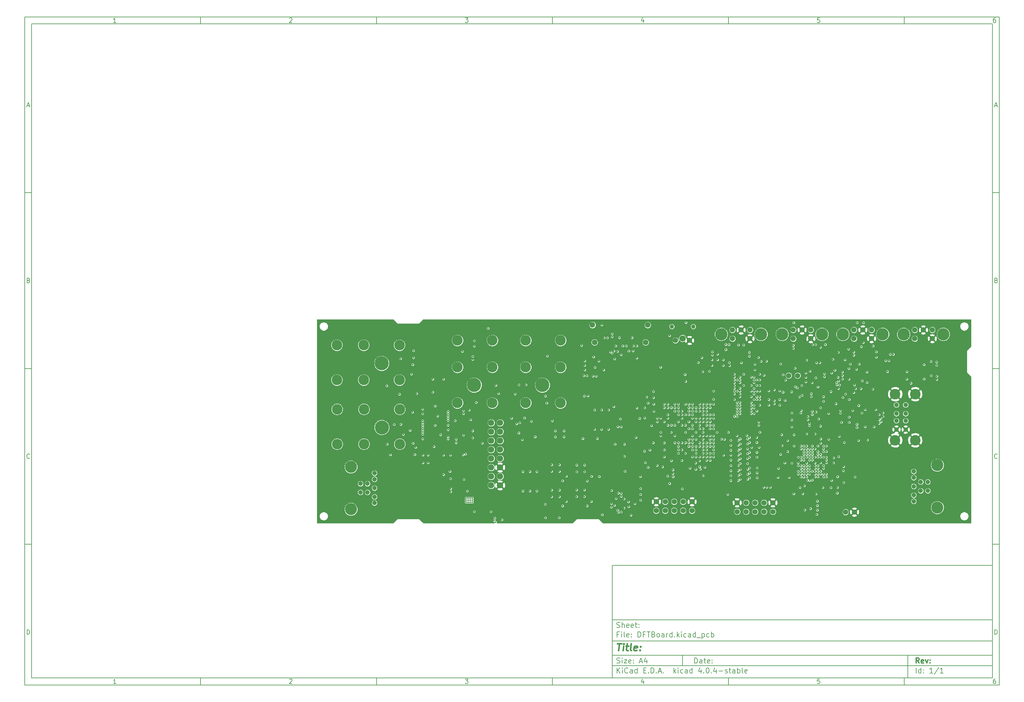
<source format=gbr>
G04 #@! TF.FileFunction,Copper,L4,Inr,Plane*
%FSLAX46Y46*%
G04 Gerber Fmt 4.6, Leading zero omitted, Abs format (unit mm)*
G04 Created by KiCad (PCBNEW 4.0.4-stable) date 02/02/17 17:30:01*
%MOMM*%
%LPD*%
G01*
G04 APERTURE LIST*
%ADD10C,0.100000*%
%ADD11C,0.150000*%
%ADD12C,0.300000*%
%ADD13C,0.400000*%
%ADD14C,4.000000*%
%ADD15C,3.000000*%
%ADD16C,1.800000*%
%ADD17C,3.500000*%
%ADD18C,1.500000*%
%ADD19C,1.524000*%
%ADD20C,1.600000*%
%ADD21C,3.416000*%
%ADD22C,1.308000*%
%ADD23C,1.200000*%
%ADD24C,1.300000*%
%ADD25C,0.480000*%
G04 APERTURE END LIST*
D10*
D11*
X177002200Y-166007200D02*
X177002200Y-198007200D01*
X285002200Y-198007200D01*
X285002200Y-166007200D01*
X177002200Y-166007200D01*
D10*
D11*
X10000000Y-10000000D02*
X10000000Y-200007200D01*
X287002200Y-200007200D01*
X287002200Y-10000000D01*
X10000000Y-10000000D01*
D10*
D11*
X12000000Y-12000000D02*
X12000000Y-198007200D01*
X285002200Y-198007200D01*
X285002200Y-12000000D01*
X12000000Y-12000000D01*
D10*
D11*
X60000000Y-12000000D02*
X60000000Y-10000000D01*
D10*
D11*
X110000000Y-12000000D02*
X110000000Y-10000000D01*
D10*
D11*
X160000000Y-12000000D02*
X160000000Y-10000000D01*
D10*
D11*
X210000000Y-12000000D02*
X210000000Y-10000000D01*
D10*
D11*
X260000000Y-12000000D02*
X260000000Y-10000000D01*
D10*
D11*
X35990476Y-11588095D02*
X35247619Y-11588095D01*
X35619048Y-11588095D02*
X35619048Y-10288095D01*
X35495238Y-10473810D01*
X35371429Y-10597619D01*
X35247619Y-10659524D01*
D10*
D11*
X85247619Y-10411905D02*
X85309524Y-10350000D01*
X85433333Y-10288095D01*
X85742857Y-10288095D01*
X85866667Y-10350000D01*
X85928571Y-10411905D01*
X85990476Y-10535714D01*
X85990476Y-10659524D01*
X85928571Y-10845238D01*
X85185714Y-11588095D01*
X85990476Y-11588095D01*
D10*
D11*
X135185714Y-10288095D02*
X135990476Y-10288095D01*
X135557143Y-10783333D01*
X135742857Y-10783333D01*
X135866667Y-10845238D01*
X135928571Y-10907143D01*
X135990476Y-11030952D01*
X135990476Y-11340476D01*
X135928571Y-11464286D01*
X135866667Y-11526190D01*
X135742857Y-11588095D01*
X135371429Y-11588095D01*
X135247619Y-11526190D01*
X135185714Y-11464286D01*
D10*
D11*
X185866667Y-10721429D02*
X185866667Y-11588095D01*
X185557143Y-10226190D02*
X185247619Y-11154762D01*
X186052381Y-11154762D01*
D10*
D11*
X235928571Y-10288095D02*
X235309524Y-10288095D01*
X235247619Y-10907143D01*
X235309524Y-10845238D01*
X235433333Y-10783333D01*
X235742857Y-10783333D01*
X235866667Y-10845238D01*
X235928571Y-10907143D01*
X235990476Y-11030952D01*
X235990476Y-11340476D01*
X235928571Y-11464286D01*
X235866667Y-11526190D01*
X235742857Y-11588095D01*
X235433333Y-11588095D01*
X235309524Y-11526190D01*
X235247619Y-11464286D01*
D10*
D11*
X285866667Y-10288095D02*
X285619048Y-10288095D01*
X285495238Y-10350000D01*
X285433333Y-10411905D01*
X285309524Y-10597619D01*
X285247619Y-10845238D01*
X285247619Y-11340476D01*
X285309524Y-11464286D01*
X285371429Y-11526190D01*
X285495238Y-11588095D01*
X285742857Y-11588095D01*
X285866667Y-11526190D01*
X285928571Y-11464286D01*
X285990476Y-11340476D01*
X285990476Y-11030952D01*
X285928571Y-10907143D01*
X285866667Y-10845238D01*
X285742857Y-10783333D01*
X285495238Y-10783333D01*
X285371429Y-10845238D01*
X285309524Y-10907143D01*
X285247619Y-11030952D01*
D10*
D11*
X60000000Y-198007200D02*
X60000000Y-200007200D01*
D10*
D11*
X110000000Y-198007200D02*
X110000000Y-200007200D01*
D10*
D11*
X160000000Y-198007200D02*
X160000000Y-200007200D01*
D10*
D11*
X210000000Y-198007200D02*
X210000000Y-200007200D01*
D10*
D11*
X260000000Y-198007200D02*
X260000000Y-200007200D01*
D10*
D11*
X35990476Y-199595295D02*
X35247619Y-199595295D01*
X35619048Y-199595295D02*
X35619048Y-198295295D01*
X35495238Y-198481010D01*
X35371429Y-198604819D01*
X35247619Y-198666724D01*
D10*
D11*
X85247619Y-198419105D02*
X85309524Y-198357200D01*
X85433333Y-198295295D01*
X85742857Y-198295295D01*
X85866667Y-198357200D01*
X85928571Y-198419105D01*
X85990476Y-198542914D01*
X85990476Y-198666724D01*
X85928571Y-198852438D01*
X85185714Y-199595295D01*
X85990476Y-199595295D01*
D10*
D11*
X135185714Y-198295295D02*
X135990476Y-198295295D01*
X135557143Y-198790533D01*
X135742857Y-198790533D01*
X135866667Y-198852438D01*
X135928571Y-198914343D01*
X135990476Y-199038152D01*
X135990476Y-199347676D01*
X135928571Y-199471486D01*
X135866667Y-199533390D01*
X135742857Y-199595295D01*
X135371429Y-199595295D01*
X135247619Y-199533390D01*
X135185714Y-199471486D01*
D10*
D11*
X185866667Y-198728629D02*
X185866667Y-199595295D01*
X185557143Y-198233390D02*
X185247619Y-199161962D01*
X186052381Y-199161962D01*
D10*
D11*
X235928571Y-198295295D02*
X235309524Y-198295295D01*
X235247619Y-198914343D01*
X235309524Y-198852438D01*
X235433333Y-198790533D01*
X235742857Y-198790533D01*
X235866667Y-198852438D01*
X235928571Y-198914343D01*
X235990476Y-199038152D01*
X235990476Y-199347676D01*
X235928571Y-199471486D01*
X235866667Y-199533390D01*
X235742857Y-199595295D01*
X235433333Y-199595295D01*
X235309524Y-199533390D01*
X235247619Y-199471486D01*
D10*
D11*
X285866667Y-198295295D02*
X285619048Y-198295295D01*
X285495238Y-198357200D01*
X285433333Y-198419105D01*
X285309524Y-198604819D01*
X285247619Y-198852438D01*
X285247619Y-199347676D01*
X285309524Y-199471486D01*
X285371429Y-199533390D01*
X285495238Y-199595295D01*
X285742857Y-199595295D01*
X285866667Y-199533390D01*
X285928571Y-199471486D01*
X285990476Y-199347676D01*
X285990476Y-199038152D01*
X285928571Y-198914343D01*
X285866667Y-198852438D01*
X285742857Y-198790533D01*
X285495238Y-198790533D01*
X285371429Y-198852438D01*
X285309524Y-198914343D01*
X285247619Y-199038152D01*
D10*
D11*
X10000000Y-60000000D02*
X12000000Y-60000000D01*
D10*
D11*
X10000000Y-110000000D02*
X12000000Y-110000000D01*
D10*
D11*
X10000000Y-160000000D02*
X12000000Y-160000000D01*
D10*
D11*
X10690476Y-35216667D02*
X11309524Y-35216667D01*
X10566667Y-35588095D02*
X11000000Y-34288095D01*
X11433333Y-35588095D01*
D10*
D11*
X11092857Y-84907143D02*
X11278571Y-84969048D01*
X11340476Y-85030952D01*
X11402381Y-85154762D01*
X11402381Y-85340476D01*
X11340476Y-85464286D01*
X11278571Y-85526190D01*
X11154762Y-85588095D01*
X10659524Y-85588095D01*
X10659524Y-84288095D01*
X11092857Y-84288095D01*
X11216667Y-84350000D01*
X11278571Y-84411905D01*
X11340476Y-84535714D01*
X11340476Y-84659524D01*
X11278571Y-84783333D01*
X11216667Y-84845238D01*
X11092857Y-84907143D01*
X10659524Y-84907143D01*
D10*
D11*
X11402381Y-135464286D02*
X11340476Y-135526190D01*
X11154762Y-135588095D01*
X11030952Y-135588095D01*
X10845238Y-135526190D01*
X10721429Y-135402381D01*
X10659524Y-135278571D01*
X10597619Y-135030952D01*
X10597619Y-134845238D01*
X10659524Y-134597619D01*
X10721429Y-134473810D01*
X10845238Y-134350000D01*
X11030952Y-134288095D01*
X11154762Y-134288095D01*
X11340476Y-134350000D01*
X11402381Y-134411905D01*
D10*
D11*
X10659524Y-185588095D02*
X10659524Y-184288095D01*
X10969048Y-184288095D01*
X11154762Y-184350000D01*
X11278571Y-184473810D01*
X11340476Y-184597619D01*
X11402381Y-184845238D01*
X11402381Y-185030952D01*
X11340476Y-185278571D01*
X11278571Y-185402381D01*
X11154762Y-185526190D01*
X10969048Y-185588095D01*
X10659524Y-185588095D01*
D10*
D11*
X287002200Y-60000000D02*
X285002200Y-60000000D01*
D10*
D11*
X287002200Y-110000000D02*
X285002200Y-110000000D01*
D10*
D11*
X287002200Y-160000000D02*
X285002200Y-160000000D01*
D10*
D11*
X285692676Y-35216667D02*
X286311724Y-35216667D01*
X285568867Y-35588095D02*
X286002200Y-34288095D01*
X286435533Y-35588095D01*
D10*
D11*
X286095057Y-84907143D02*
X286280771Y-84969048D01*
X286342676Y-85030952D01*
X286404581Y-85154762D01*
X286404581Y-85340476D01*
X286342676Y-85464286D01*
X286280771Y-85526190D01*
X286156962Y-85588095D01*
X285661724Y-85588095D01*
X285661724Y-84288095D01*
X286095057Y-84288095D01*
X286218867Y-84350000D01*
X286280771Y-84411905D01*
X286342676Y-84535714D01*
X286342676Y-84659524D01*
X286280771Y-84783333D01*
X286218867Y-84845238D01*
X286095057Y-84907143D01*
X285661724Y-84907143D01*
D10*
D11*
X286404581Y-135464286D02*
X286342676Y-135526190D01*
X286156962Y-135588095D01*
X286033152Y-135588095D01*
X285847438Y-135526190D01*
X285723629Y-135402381D01*
X285661724Y-135278571D01*
X285599819Y-135030952D01*
X285599819Y-134845238D01*
X285661724Y-134597619D01*
X285723629Y-134473810D01*
X285847438Y-134350000D01*
X286033152Y-134288095D01*
X286156962Y-134288095D01*
X286342676Y-134350000D01*
X286404581Y-134411905D01*
D10*
D11*
X285661724Y-185588095D02*
X285661724Y-184288095D01*
X285971248Y-184288095D01*
X286156962Y-184350000D01*
X286280771Y-184473810D01*
X286342676Y-184597619D01*
X286404581Y-184845238D01*
X286404581Y-185030952D01*
X286342676Y-185278571D01*
X286280771Y-185402381D01*
X286156962Y-185526190D01*
X285971248Y-185588095D01*
X285661724Y-185588095D01*
D10*
D11*
X200359343Y-193785771D02*
X200359343Y-192285771D01*
X200716486Y-192285771D01*
X200930771Y-192357200D01*
X201073629Y-192500057D01*
X201145057Y-192642914D01*
X201216486Y-192928629D01*
X201216486Y-193142914D01*
X201145057Y-193428629D01*
X201073629Y-193571486D01*
X200930771Y-193714343D01*
X200716486Y-193785771D01*
X200359343Y-193785771D01*
X202502200Y-193785771D02*
X202502200Y-193000057D01*
X202430771Y-192857200D01*
X202287914Y-192785771D01*
X202002200Y-192785771D01*
X201859343Y-192857200D01*
X202502200Y-193714343D02*
X202359343Y-193785771D01*
X202002200Y-193785771D01*
X201859343Y-193714343D01*
X201787914Y-193571486D01*
X201787914Y-193428629D01*
X201859343Y-193285771D01*
X202002200Y-193214343D01*
X202359343Y-193214343D01*
X202502200Y-193142914D01*
X203002200Y-192785771D02*
X203573629Y-192785771D01*
X203216486Y-192285771D02*
X203216486Y-193571486D01*
X203287914Y-193714343D01*
X203430772Y-193785771D01*
X203573629Y-193785771D01*
X204645057Y-193714343D02*
X204502200Y-193785771D01*
X204216486Y-193785771D01*
X204073629Y-193714343D01*
X204002200Y-193571486D01*
X204002200Y-193000057D01*
X204073629Y-192857200D01*
X204216486Y-192785771D01*
X204502200Y-192785771D01*
X204645057Y-192857200D01*
X204716486Y-193000057D01*
X204716486Y-193142914D01*
X204002200Y-193285771D01*
X205359343Y-193642914D02*
X205430771Y-193714343D01*
X205359343Y-193785771D01*
X205287914Y-193714343D01*
X205359343Y-193642914D01*
X205359343Y-193785771D01*
X205359343Y-192857200D02*
X205430771Y-192928629D01*
X205359343Y-193000057D01*
X205287914Y-192928629D01*
X205359343Y-192857200D01*
X205359343Y-193000057D01*
D10*
D11*
X177002200Y-194507200D02*
X285002200Y-194507200D01*
D10*
D11*
X178359343Y-196585771D02*
X178359343Y-195085771D01*
X179216486Y-196585771D02*
X178573629Y-195728629D01*
X179216486Y-195085771D02*
X178359343Y-195942914D01*
X179859343Y-196585771D02*
X179859343Y-195585771D01*
X179859343Y-195085771D02*
X179787914Y-195157200D01*
X179859343Y-195228629D01*
X179930771Y-195157200D01*
X179859343Y-195085771D01*
X179859343Y-195228629D01*
X181430772Y-196442914D02*
X181359343Y-196514343D01*
X181145057Y-196585771D01*
X181002200Y-196585771D01*
X180787915Y-196514343D01*
X180645057Y-196371486D01*
X180573629Y-196228629D01*
X180502200Y-195942914D01*
X180502200Y-195728629D01*
X180573629Y-195442914D01*
X180645057Y-195300057D01*
X180787915Y-195157200D01*
X181002200Y-195085771D01*
X181145057Y-195085771D01*
X181359343Y-195157200D01*
X181430772Y-195228629D01*
X182716486Y-196585771D02*
X182716486Y-195800057D01*
X182645057Y-195657200D01*
X182502200Y-195585771D01*
X182216486Y-195585771D01*
X182073629Y-195657200D01*
X182716486Y-196514343D02*
X182573629Y-196585771D01*
X182216486Y-196585771D01*
X182073629Y-196514343D01*
X182002200Y-196371486D01*
X182002200Y-196228629D01*
X182073629Y-196085771D01*
X182216486Y-196014343D01*
X182573629Y-196014343D01*
X182716486Y-195942914D01*
X184073629Y-196585771D02*
X184073629Y-195085771D01*
X184073629Y-196514343D02*
X183930772Y-196585771D01*
X183645058Y-196585771D01*
X183502200Y-196514343D01*
X183430772Y-196442914D01*
X183359343Y-196300057D01*
X183359343Y-195871486D01*
X183430772Y-195728629D01*
X183502200Y-195657200D01*
X183645058Y-195585771D01*
X183930772Y-195585771D01*
X184073629Y-195657200D01*
X185930772Y-195800057D02*
X186430772Y-195800057D01*
X186645058Y-196585771D02*
X185930772Y-196585771D01*
X185930772Y-195085771D01*
X186645058Y-195085771D01*
X187287915Y-196442914D02*
X187359343Y-196514343D01*
X187287915Y-196585771D01*
X187216486Y-196514343D01*
X187287915Y-196442914D01*
X187287915Y-196585771D01*
X188002201Y-196585771D02*
X188002201Y-195085771D01*
X188359344Y-195085771D01*
X188573629Y-195157200D01*
X188716487Y-195300057D01*
X188787915Y-195442914D01*
X188859344Y-195728629D01*
X188859344Y-195942914D01*
X188787915Y-196228629D01*
X188716487Y-196371486D01*
X188573629Y-196514343D01*
X188359344Y-196585771D01*
X188002201Y-196585771D01*
X189502201Y-196442914D02*
X189573629Y-196514343D01*
X189502201Y-196585771D01*
X189430772Y-196514343D01*
X189502201Y-196442914D01*
X189502201Y-196585771D01*
X190145058Y-196157200D02*
X190859344Y-196157200D01*
X190002201Y-196585771D02*
X190502201Y-195085771D01*
X191002201Y-196585771D01*
X191502201Y-196442914D02*
X191573629Y-196514343D01*
X191502201Y-196585771D01*
X191430772Y-196514343D01*
X191502201Y-196442914D01*
X191502201Y-196585771D01*
X194502201Y-196585771D02*
X194502201Y-195085771D01*
X194645058Y-196014343D02*
X195073629Y-196585771D01*
X195073629Y-195585771D02*
X194502201Y-196157200D01*
X195716487Y-196585771D02*
X195716487Y-195585771D01*
X195716487Y-195085771D02*
X195645058Y-195157200D01*
X195716487Y-195228629D01*
X195787915Y-195157200D01*
X195716487Y-195085771D01*
X195716487Y-195228629D01*
X197073630Y-196514343D02*
X196930773Y-196585771D01*
X196645059Y-196585771D01*
X196502201Y-196514343D01*
X196430773Y-196442914D01*
X196359344Y-196300057D01*
X196359344Y-195871486D01*
X196430773Y-195728629D01*
X196502201Y-195657200D01*
X196645059Y-195585771D01*
X196930773Y-195585771D01*
X197073630Y-195657200D01*
X198359344Y-196585771D02*
X198359344Y-195800057D01*
X198287915Y-195657200D01*
X198145058Y-195585771D01*
X197859344Y-195585771D01*
X197716487Y-195657200D01*
X198359344Y-196514343D02*
X198216487Y-196585771D01*
X197859344Y-196585771D01*
X197716487Y-196514343D01*
X197645058Y-196371486D01*
X197645058Y-196228629D01*
X197716487Y-196085771D01*
X197859344Y-196014343D01*
X198216487Y-196014343D01*
X198359344Y-195942914D01*
X199716487Y-196585771D02*
X199716487Y-195085771D01*
X199716487Y-196514343D02*
X199573630Y-196585771D01*
X199287916Y-196585771D01*
X199145058Y-196514343D01*
X199073630Y-196442914D01*
X199002201Y-196300057D01*
X199002201Y-195871486D01*
X199073630Y-195728629D01*
X199145058Y-195657200D01*
X199287916Y-195585771D01*
X199573630Y-195585771D01*
X199716487Y-195657200D01*
X202216487Y-195585771D02*
X202216487Y-196585771D01*
X201859344Y-195014343D02*
X201502201Y-196085771D01*
X202430773Y-196085771D01*
X203002201Y-196442914D02*
X203073629Y-196514343D01*
X203002201Y-196585771D01*
X202930772Y-196514343D01*
X203002201Y-196442914D01*
X203002201Y-196585771D01*
X204002201Y-195085771D02*
X204145058Y-195085771D01*
X204287915Y-195157200D01*
X204359344Y-195228629D01*
X204430773Y-195371486D01*
X204502201Y-195657200D01*
X204502201Y-196014343D01*
X204430773Y-196300057D01*
X204359344Y-196442914D01*
X204287915Y-196514343D01*
X204145058Y-196585771D01*
X204002201Y-196585771D01*
X203859344Y-196514343D01*
X203787915Y-196442914D01*
X203716487Y-196300057D01*
X203645058Y-196014343D01*
X203645058Y-195657200D01*
X203716487Y-195371486D01*
X203787915Y-195228629D01*
X203859344Y-195157200D01*
X204002201Y-195085771D01*
X205145058Y-196442914D02*
X205216486Y-196514343D01*
X205145058Y-196585771D01*
X205073629Y-196514343D01*
X205145058Y-196442914D01*
X205145058Y-196585771D01*
X206502201Y-195585771D02*
X206502201Y-196585771D01*
X206145058Y-195014343D02*
X205787915Y-196085771D01*
X206716487Y-196085771D01*
X207287915Y-196014343D02*
X208430772Y-196014343D01*
X209073629Y-196514343D02*
X209216486Y-196585771D01*
X209502201Y-196585771D01*
X209645058Y-196514343D01*
X209716486Y-196371486D01*
X209716486Y-196300057D01*
X209645058Y-196157200D01*
X209502201Y-196085771D01*
X209287915Y-196085771D01*
X209145058Y-196014343D01*
X209073629Y-195871486D01*
X209073629Y-195800057D01*
X209145058Y-195657200D01*
X209287915Y-195585771D01*
X209502201Y-195585771D01*
X209645058Y-195657200D01*
X210145058Y-195585771D02*
X210716487Y-195585771D01*
X210359344Y-195085771D02*
X210359344Y-196371486D01*
X210430772Y-196514343D01*
X210573630Y-196585771D01*
X210716487Y-196585771D01*
X211859344Y-196585771D02*
X211859344Y-195800057D01*
X211787915Y-195657200D01*
X211645058Y-195585771D01*
X211359344Y-195585771D01*
X211216487Y-195657200D01*
X211859344Y-196514343D02*
X211716487Y-196585771D01*
X211359344Y-196585771D01*
X211216487Y-196514343D01*
X211145058Y-196371486D01*
X211145058Y-196228629D01*
X211216487Y-196085771D01*
X211359344Y-196014343D01*
X211716487Y-196014343D01*
X211859344Y-195942914D01*
X212573630Y-196585771D02*
X212573630Y-195085771D01*
X212573630Y-195657200D02*
X212716487Y-195585771D01*
X213002201Y-195585771D01*
X213145058Y-195657200D01*
X213216487Y-195728629D01*
X213287916Y-195871486D01*
X213287916Y-196300057D01*
X213216487Y-196442914D01*
X213145058Y-196514343D01*
X213002201Y-196585771D01*
X212716487Y-196585771D01*
X212573630Y-196514343D01*
X214145059Y-196585771D02*
X214002201Y-196514343D01*
X213930773Y-196371486D01*
X213930773Y-195085771D01*
X215287915Y-196514343D02*
X215145058Y-196585771D01*
X214859344Y-196585771D01*
X214716487Y-196514343D01*
X214645058Y-196371486D01*
X214645058Y-195800057D01*
X214716487Y-195657200D01*
X214859344Y-195585771D01*
X215145058Y-195585771D01*
X215287915Y-195657200D01*
X215359344Y-195800057D01*
X215359344Y-195942914D01*
X214645058Y-196085771D01*
D10*
D11*
X177002200Y-191507200D02*
X285002200Y-191507200D01*
D10*
D12*
X264216486Y-193785771D02*
X263716486Y-193071486D01*
X263359343Y-193785771D02*
X263359343Y-192285771D01*
X263930771Y-192285771D01*
X264073629Y-192357200D01*
X264145057Y-192428629D01*
X264216486Y-192571486D01*
X264216486Y-192785771D01*
X264145057Y-192928629D01*
X264073629Y-193000057D01*
X263930771Y-193071486D01*
X263359343Y-193071486D01*
X265430771Y-193714343D02*
X265287914Y-193785771D01*
X265002200Y-193785771D01*
X264859343Y-193714343D01*
X264787914Y-193571486D01*
X264787914Y-193000057D01*
X264859343Y-192857200D01*
X265002200Y-192785771D01*
X265287914Y-192785771D01*
X265430771Y-192857200D01*
X265502200Y-193000057D01*
X265502200Y-193142914D01*
X264787914Y-193285771D01*
X266002200Y-192785771D02*
X266359343Y-193785771D01*
X266716485Y-192785771D01*
X267287914Y-193642914D02*
X267359342Y-193714343D01*
X267287914Y-193785771D01*
X267216485Y-193714343D01*
X267287914Y-193642914D01*
X267287914Y-193785771D01*
X267287914Y-192857200D02*
X267359342Y-192928629D01*
X267287914Y-193000057D01*
X267216485Y-192928629D01*
X267287914Y-192857200D01*
X267287914Y-193000057D01*
D10*
D11*
X178287914Y-193714343D02*
X178502200Y-193785771D01*
X178859343Y-193785771D01*
X179002200Y-193714343D01*
X179073629Y-193642914D01*
X179145057Y-193500057D01*
X179145057Y-193357200D01*
X179073629Y-193214343D01*
X179002200Y-193142914D01*
X178859343Y-193071486D01*
X178573629Y-193000057D01*
X178430771Y-192928629D01*
X178359343Y-192857200D01*
X178287914Y-192714343D01*
X178287914Y-192571486D01*
X178359343Y-192428629D01*
X178430771Y-192357200D01*
X178573629Y-192285771D01*
X178930771Y-192285771D01*
X179145057Y-192357200D01*
X179787914Y-193785771D02*
X179787914Y-192785771D01*
X179787914Y-192285771D02*
X179716485Y-192357200D01*
X179787914Y-192428629D01*
X179859342Y-192357200D01*
X179787914Y-192285771D01*
X179787914Y-192428629D01*
X180359343Y-192785771D02*
X181145057Y-192785771D01*
X180359343Y-193785771D01*
X181145057Y-193785771D01*
X182287914Y-193714343D02*
X182145057Y-193785771D01*
X181859343Y-193785771D01*
X181716486Y-193714343D01*
X181645057Y-193571486D01*
X181645057Y-193000057D01*
X181716486Y-192857200D01*
X181859343Y-192785771D01*
X182145057Y-192785771D01*
X182287914Y-192857200D01*
X182359343Y-193000057D01*
X182359343Y-193142914D01*
X181645057Y-193285771D01*
X183002200Y-193642914D02*
X183073628Y-193714343D01*
X183002200Y-193785771D01*
X182930771Y-193714343D01*
X183002200Y-193642914D01*
X183002200Y-193785771D01*
X183002200Y-192857200D02*
X183073628Y-192928629D01*
X183002200Y-193000057D01*
X182930771Y-192928629D01*
X183002200Y-192857200D01*
X183002200Y-193000057D01*
X184787914Y-193357200D02*
X185502200Y-193357200D01*
X184645057Y-193785771D02*
X185145057Y-192285771D01*
X185645057Y-193785771D01*
X186787914Y-192785771D02*
X186787914Y-193785771D01*
X186430771Y-192214343D02*
X186073628Y-193285771D01*
X187002200Y-193285771D01*
D10*
D11*
X263359343Y-196585771D02*
X263359343Y-195085771D01*
X264716486Y-196585771D02*
X264716486Y-195085771D01*
X264716486Y-196514343D02*
X264573629Y-196585771D01*
X264287915Y-196585771D01*
X264145057Y-196514343D01*
X264073629Y-196442914D01*
X264002200Y-196300057D01*
X264002200Y-195871486D01*
X264073629Y-195728629D01*
X264145057Y-195657200D01*
X264287915Y-195585771D01*
X264573629Y-195585771D01*
X264716486Y-195657200D01*
X265430772Y-196442914D02*
X265502200Y-196514343D01*
X265430772Y-196585771D01*
X265359343Y-196514343D01*
X265430772Y-196442914D01*
X265430772Y-196585771D01*
X265430772Y-195657200D02*
X265502200Y-195728629D01*
X265430772Y-195800057D01*
X265359343Y-195728629D01*
X265430772Y-195657200D01*
X265430772Y-195800057D01*
X268073629Y-196585771D02*
X267216486Y-196585771D01*
X267645058Y-196585771D02*
X267645058Y-195085771D01*
X267502201Y-195300057D01*
X267359343Y-195442914D01*
X267216486Y-195514343D01*
X269787914Y-195014343D02*
X268502200Y-196942914D01*
X271073629Y-196585771D02*
X270216486Y-196585771D01*
X270645058Y-196585771D02*
X270645058Y-195085771D01*
X270502201Y-195300057D01*
X270359343Y-195442914D01*
X270216486Y-195514343D01*
D10*
D11*
X177002200Y-187507200D02*
X285002200Y-187507200D01*
D10*
D13*
X178454581Y-188211962D02*
X179597438Y-188211962D01*
X178776010Y-190211962D02*
X179026010Y-188211962D01*
X180014105Y-190211962D02*
X180180771Y-188878629D01*
X180264105Y-188211962D02*
X180156962Y-188307200D01*
X180240295Y-188402438D01*
X180347439Y-188307200D01*
X180264105Y-188211962D01*
X180240295Y-188402438D01*
X180847438Y-188878629D02*
X181609343Y-188878629D01*
X181216486Y-188211962D02*
X181002200Y-189926248D01*
X181073630Y-190116724D01*
X181252201Y-190211962D01*
X181442677Y-190211962D01*
X182395058Y-190211962D02*
X182216487Y-190116724D01*
X182145057Y-189926248D01*
X182359343Y-188211962D01*
X183930772Y-190116724D02*
X183728391Y-190211962D01*
X183347439Y-190211962D01*
X183168867Y-190116724D01*
X183097438Y-189926248D01*
X183192676Y-189164343D01*
X183311724Y-188973867D01*
X183514105Y-188878629D01*
X183895057Y-188878629D01*
X184073629Y-188973867D01*
X184145057Y-189164343D01*
X184121248Y-189354819D01*
X183145057Y-189545295D01*
X184895057Y-190021486D02*
X184978392Y-190116724D01*
X184871248Y-190211962D01*
X184787915Y-190116724D01*
X184895057Y-190021486D01*
X184871248Y-190211962D01*
X185026010Y-188973867D02*
X185109344Y-189069105D01*
X185002200Y-189164343D01*
X184918867Y-189069105D01*
X185026010Y-188973867D01*
X185002200Y-189164343D01*
D10*
D11*
X178859343Y-185600057D02*
X178359343Y-185600057D01*
X178359343Y-186385771D02*
X178359343Y-184885771D01*
X179073629Y-184885771D01*
X179645057Y-186385771D02*
X179645057Y-185385771D01*
X179645057Y-184885771D02*
X179573628Y-184957200D01*
X179645057Y-185028629D01*
X179716485Y-184957200D01*
X179645057Y-184885771D01*
X179645057Y-185028629D01*
X180573629Y-186385771D02*
X180430771Y-186314343D01*
X180359343Y-186171486D01*
X180359343Y-184885771D01*
X181716485Y-186314343D02*
X181573628Y-186385771D01*
X181287914Y-186385771D01*
X181145057Y-186314343D01*
X181073628Y-186171486D01*
X181073628Y-185600057D01*
X181145057Y-185457200D01*
X181287914Y-185385771D01*
X181573628Y-185385771D01*
X181716485Y-185457200D01*
X181787914Y-185600057D01*
X181787914Y-185742914D01*
X181073628Y-185885771D01*
X182430771Y-186242914D02*
X182502199Y-186314343D01*
X182430771Y-186385771D01*
X182359342Y-186314343D01*
X182430771Y-186242914D01*
X182430771Y-186385771D01*
X182430771Y-185457200D02*
X182502199Y-185528629D01*
X182430771Y-185600057D01*
X182359342Y-185528629D01*
X182430771Y-185457200D01*
X182430771Y-185600057D01*
X184287914Y-186385771D02*
X184287914Y-184885771D01*
X184645057Y-184885771D01*
X184859342Y-184957200D01*
X185002200Y-185100057D01*
X185073628Y-185242914D01*
X185145057Y-185528629D01*
X185145057Y-185742914D01*
X185073628Y-186028629D01*
X185002200Y-186171486D01*
X184859342Y-186314343D01*
X184645057Y-186385771D01*
X184287914Y-186385771D01*
X186287914Y-185600057D02*
X185787914Y-185600057D01*
X185787914Y-186385771D02*
X185787914Y-184885771D01*
X186502200Y-184885771D01*
X186859342Y-184885771D02*
X187716485Y-184885771D01*
X187287914Y-186385771D02*
X187287914Y-184885771D01*
X188716485Y-185600057D02*
X188930771Y-185671486D01*
X189002199Y-185742914D01*
X189073628Y-185885771D01*
X189073628Y-186100057D01*
X189002199Y-186242914D01*
X188930771Y-186314343D01*
X188787913Y-186385771D01*
X188216485Y-186385771D01*
X188216485Y-184885771D01*
X188716485Y-184885771D01*
X188859342Y-184957200D01*
X188930771Y-185028629D01*
X189002199Y-185171486D01*
X189002199Y-185314343D01*
X188930771Y-185457200D01*
X188859342Y-185528629D01*
X188716485Y-185600057D01*
X188216485Y-185600057D01*
X189930771Y-186385771D02*
X189787913Y-186314343D01*
X189716485Y-186242914D01*
X189645056Y-186100057D01*
X189645056Y-185671486D01*
X189716485Y-185528629D01*
X189787913Y-185457200D01*
X189930771Y-185385771D01*
X190145056Y-185385771D01*
X190287913Y-185457200D01*
X190359342Y-185528629D01*
X190430771Y-185671486D01*
X190430771Y-186100057D01*
X190359342Y-186242914D01*
X190287913Y-186314343D01*
X190145056Y-186385771D01*
X189930771Y-186385771D01*
X191716485Y-186385771D02*
X191716485Y-185600057D01*
X191645056Y-185457200D01*
X191502199Y-185385771D01*
X191216485Y-185385771D01*
X191073628Y-185457200D01*
X191716485Y-186314343D02*
X191573628Y-186385771D01*
X191216485Y-186385771D01*
X191073628Y-186314343D01*
X191002199Y-186171486D01*
X191002199Y-186028629D01*
X191073628Y-185885771D01*
X191216485Y-185814343D01*
X191573628Y-185814343D01*
X191716485Y-185742914D01*
X192430771Y-186385771D02*
X192430771Y-185385771D01*
X192430771Y-185671486D02*
X192502199Y-185528629D01*
X192573628Y-185457200D01*
X192716485Y-185385771D01*
X192859342Y-185385771D01*
X194002199Y-186385771D02*
X194002199Y-184885771D01*
X194002199Y-186314343D02*
X193859342Y-186385771D01*
X193573628Y-186385771D01*
X193430770Y-186314343D01*
X193359342Y-186242914D01*
X193287913Y-186100057D01*
X193287913Y-185671486D01*
X193359342Y-185528629D01*
X193430770Y-185457200D01*
X193573628Y-185385771D01*
X193859342Y-185385771D01*
X194002199Y-185457200D01*
X194716485Y-186242914D02*
X194787913Y-186314343D01*
X194716485Y-186385771D01*
X194645056Y-186314343D01*
X194716485Y-186242914D01*
X194716485Y-186385771D01*
X195430771Y-186385771D02*
X195430771Y-184885771D01*
X195573628Y-185814343D02*
X196002199Y-186385771D01*
X196002199Y-185385771D02*
X195430771Y-185957200D01*
X196645057Y-186385771D02*
X196645057Y-185385771D01*
X196645057Y-184885771D02*
X196573628Y-184957200D01*
X196645057Y-185028629D01*
X196716485Y-184957200D01*
X196645057Y-184885771D01*
X196645057Y-185028629D01*
X198002200Y-186314343D02*
X197859343Y-186385771D01*
X197573629Y-186385771D01*
X197430771Y-186314343D01*
X197359343Y-186242914D01*
X197287914Y-186100057D01*
X197287914Y-185671486D01*
X197359343Y-185528629D01*
X197430771Y-185457200D01*
X197573629Y-185385771D01*
X197859343Y-185385771D01*
X198002200Y-185457200D01*
X199287914Y-186385771D02*
X199287914Y-185600057D01*
X199216485Y-185457200D01*
X199073628Y-185385771D01*
X198787914Y-185385771D01*
X198645057Y-185457200D01*
X199287914Y-186314343D02*
X199145057Y-186385771D01*
X198787914Y-186385771D01*
X198645057Y-186314343D01*
X198573628Y-186171486D01*
X198573628Y-186028629D01*
X198645057Y-185885771D01*
X198787914Y-185814343D01*
X199145057Y-185814343D01*
X199287914Y-185742914D01*
X200645057Y-186385771D02*
X200645057Y-184885771D01*
X200645057Y-186314343D02*
X200502200Y-186385771D01*
X200216486Y-186385771D01*
X200073628Y-186314343D01*
X200002200Y-186242914D01*
X199930771Y-186100057D01*
X199930771Y-185671486D01*
X200002200Y-185528629D01*
X200073628Y-185457200D01*
X200216486Y-185385771D01*
X200502200Y-185385771D01*
X200645057Y-185457200D01*
X201002200Y-186528629D02*
X202145057Y-186528629D01*
X202502200Y-185385771D02*
X202502200Y-186885771D01*
X202502200Y-185457200D02*
X202645057Y-185385771D01*
X202930771Y-185385771D01*
X203073628Y-185457200D01*
X203145057Y-185528629D01*
X203216486Y-185671486D01*
X203216486Y-186100057D01*
X203145057Y-186242914D01*
X203073628Y-186314343D01*
X202930771Y-186385771D01*
X202645057Y-186385771D01*
X202502200Y-186314343D01*
X204502200Y-186314343D02*
X204359343Y-186385771D01*
X204073629Y-186385771D01*
X203930771Y-186314343D01*
X203859343Y-186242914D01*
X203787914Y-186100057D01*
X203787914Y-185671486D01*
X203859343Y-185528629D01*
X203930771Y-185457200D01*
X204073629Y-185385771D01*
X204359343Y-185385771D01*
X204502200Y-185457200D01*
X205145057Y-186385771D02*
X205145057Y-184885771D01*
X205145057Y-185457200D02*
X205287914Y-185385771D01*
X205573628Y-185385771D01*
X205716485Y-185457200D01*
X205787914Y-185528629D01*
X205859343Y-185671486D01*
X205859343Y-186100057D01*
X205787914Y-186242914D01*
X205716485Y-186314343D01*
X205573628Y-186385771D01*
X205287914Y-186385771D01*
X205145057Y-186314343D01*
D10*
D11*
X177002200Y-181507200D02*
X285002200Y-181507200D01*
D10*
D11*
X178287914Y-183614343D02*
X178502200Y-183685771D01*
X178859343Y-183685771D01*
X179002200Y-183614343D01*
X179073629Y-183542914D01*
X179145057Y-183400057D01*
X179145057Y-183257200D01*
X179073629Y-183114343D01*
X179002200Y-183042914D01*
X178859343Y-182971486D01*
X178573629Y-182900057D01*
X178430771Y-182828629D01*
X178359343Y-182757200D01*
X178287914Y-182614343D01*
X178287914Y-182471486D01*
X178359343Y-182328629D01*
X178430771Y-182257200D01*
X178573629Y-182185771D01*
X178930771Y-182185771D01*
X179145057Y-182257200D01*
X179787914Y-183685771D02*
X179787914Y-182185771D01*
X180430771Y-183685771D02*
X180430771Y-182900057D01*
X180359342Y-182757200D01*
X180216485Y-182685771D01*
X180002200Y-182685771D01*
X179859342Y-182757200D01*
X179787914Y-182828629D01*
X181716485Y-183614343D02*
X181573628Y-183685771D01*
X181287914Y-183685771D01*
X181145057Y-183614343D01*
X181073628Y-183471486D01*
X181073628Y-182900057D01*
X181145057Y-182757200D01*
X181287914Y-182685771D01*
X181573628Y-182685771D01*
X181716485Y-182757200D01*
X181787914Y-182900057D01*
X181787914Y-183042914D01*
X181073628Y-183185771D01*
X183002199Y-183614343D02*
X182859342Y-183685771D01*
X182573628Y-183685771D01*
X182430771Y-183614343D01*
X182359342Y-183471486D01*
X182359342Y-182900057D01*
X182430771Y-182757200D01*
X182573628Y-182685771D01*
X182859342Y-182685771D01*
X183002199Y-182757200D01*
X183073628Y-182900057D01*
X183073628Y-183042914D01*
X182359342Y-183185771D01*
X183502199Y-182685771D02*
X184073628Y-182685771D01*
X183716485Y-182185771D02*
X183716485Y-183471486D01*
X183787913Y-183614343D01*
X183930771Y-183685771D01*
X184073628Y-183685771D01*
X184573628Y-183542914D02*
X184645056Y-183614343D01*
X184573628Y-183685771D01*
X184502199Y-183614343D01*
X184573628Y-183542914D01*
X184573628Y-183685771D01*
X184573628Y-182757200D02*
X184645056Y-182828629D01*
X184573628Y-182900057D01*
X184502199Y-182828629D01*
X184573628Y-182757200D01*
X184573628Y-182900057D01*
D10*
D11*
X197002200Y-191507200D02*
X197002200Y-194507200D01*
D10*
D11*
X261002200Y-191507200D02*
X261002200Y-198007200D01*
D14*
X111500000Y-126750000D03*
D15*
X98800000Y-131500000D03*
X106420000Y-131500000D03*
X116580000Y-131500000D03*
X116580000Y-121590000D03*
X106420000Y-121590000D03*
X98800000Y-121590000D03*
D14*
X157100000Y-114700000D03*
D15*
X152350000Y-102000000D03*
X152350000Y-109620000D03*
X152350000Y-119780000D03*
X162260000Y-119780000D03*
X162260000Y-109620000D03*
X162260000Y-102000000D03*
D16*
X142535000Y-125420000D03*
X145075000Y-125420000D03*
X142535000Y-127960000D03*
X145075000Y-127960000D03*
X142535000Y-130500000D03*
X145075000Y-130500000D03*
X142535000Y-133040000D03*
X145075000Y-133040000D03*
X142535000Y-135580000D03*
X145075000Y-135580000D03*
X142535000Y-138120000D03*
X145075000Y-138120000D03*
X142535000Y-140660000D03*
X142535000Y-143200000D03*
X145075000Y-140660000D03*
X145075000Y-143200000D03*
D14*
X137740000Y-114700000D03*
D15*
X132990000Y-102000000D03*
X132990000Y-109620000D03*
X132990000Y-119780000D03*
X142900000Y-119780000D03*
X142900000Y-109620000D03*
X142900000Y-102000000D03*
D17*
X225250000Y-100250000D03*
D18*
X228400000Y-101500000D03*
X233400000Y-101500000D03*
X233400000Y-99000000D03*
X228400000Y-99000000D03*
X230900000Y-99000000D03*
D17*
X236550000Y-100250000D03*
D14*
X111450000Y-108500000D03*
D15*
X98750000Y-113250000D03*
X106370000Y-113250000D03*
X116530000Y-113250000D03*
X116530000Y-103340000D03*
X106370000Y-103340000D03*
X98750000Y-103340000D03*
D19*
X199640000Y-150400000D03*
X199640000Y-147860000D03*
X197100000Y-147860000D03*
X197100000Y-150400000D03*
X192020000Y-150400000D03*
X189480000Y-150400000D03*
X189480000Y-147860000D03*
X192020000Y-147860000D03*
X194560000Y-147860000D03*
X194560000Y-150400000D03*
D20*
X187050000Y-97600000D03*
X186450000Y-102550000D03*
X171350000Y-97600000D03*
X171950000Y-102550000D03*
D17*
X207950000Y-100250000D03*
D18*
X211100000Y-101500000D03*
X216100000Y-101500000D03*
X216100000Y-99000000D03*
X211100000Y-99000000D03*
X213600000Y-99000000D03*
D17*
X219250000Y-100250000D03*
D19*
X243250000Y-150800000D03*
X245790000Y-150800000D03*
D21*
X102700000Y-150000000D03*
X102700000Y-137960000D03*
D22*
X107410000Y-142730000D03*
X107410000Y-145230000D03*
X105410000Y-145230000D03*
X105410000Y-142730000D03*
X109410000Y-148230000D03*
X109410000Y-146480000D03*
X109410000Y-143980000D03*
X109410000Y-141480000D03*
X109410000Y-139730000D03*
D19*
X229650000Y-112000000D03*
X227110000Y-112000000D03*
D21*
X269350000Y-137480000D03*
X269350000Y-149520000D03*
D22*
X264640000Y-144750000D03*
X264640000Y-142250000D03*
X266640000Y-142250000D03*
X266640000Y-144750000D03*
X262640000Y-139250000D03*
X262640000Y-141000000D03*
X262640000Y-143500000D03*
X262640000Y-146000000D03*
X262640000Y-147750000D03*
D17*
X259750000Y-100250000D03*
D18*
X262900000Y-101500000D03*
X267900000Y-101500000D03*
X267900000Y-99000000D03*
X262900000Y-99000000D03*
X265400000Y-99000000D03*
D17*
X271050000Y-100250000D03*
D19*
X222600000Y-150700000D03*
X222600000Y-148160000D03*
X220060000Y-148160000D03*
X220060000Y-150700000D03*
X214980000Y-150700000D03*
X212440000Y-150700000D03*
X212440000Y-148160000D03*
X214980000Y-148160000D03*
X217520000Y-148160000D03*
X217520000Y-150700000D03*
D23*
X193900000Y-98050000D03*
X200000000Y-98050000D03*
D18*
X194950000Y-102000000D03*
D16*
X196950000Y-101450000D03*
D18*
X198950000Y-102000000D03*
D17*
X242500000Y-100250000D03*
D18*
X245650000Y-101500000D03*
X250650000Y-101500000D03*
X250650000Y-99000000D03*
X245650000Y-99000000D03*
X248150000Y-99000000D03*
D17*
X253800000Y-100250000D03*
D15*
X257370000Y-130400000D03*
X263050000Y-130400000D03*
X263050000Y-117260000D03*
X257370000Y-117260000D03*
D24*
X260340000Y-124830000D03*
X257720000Y-127330000D03*
X260340000Y-127330000D03*
X260340000Y-122830000D03*
X260340000Y-120330000D03*
X257720000Y-124830000D03*
X257720000Y-122830000D03*
X257720000Y-120330000D03*
D25*
X237250000Y-111400000D03*
X239300000Y-111235000D03*
X235050000Y-108350000D03*
X138300000Y-119650000D03*
X234800000Y-103200000D03*
X120850000Y-134450000D03*
X235100000Y-151470000D03*
X199750000Y-135100000D03*
X194750000Y-131100000D03*
X234600000Y-136800000D03*
X186100000Y-133454990D03*
X188139257Y-126195010D03*
X241300000Y-135050000D03*
X248350000Y-96950000D03*
X202750000Y-140450000D03*
X254700000Y-107750000D03*
X255950000Y-105950000D03*
X228900000Y-109900000D03*
X246550000Y-96950000D03*
X251100000Y-103550000D03*
X205400000Y-105250000D03*
X206900000Y-105900000D03*
X218600000Y-125200000D03*
X233800000Y-122150000D03*
X228400000Y-104300000D03*
X149350000Y-117225000D03*
X226800000Y-130450000D03*
X183700000Y-129600000D03*
X244250000Y-113000000D03*
X244200000Y-109950000D03*
X233750000Y-114025000D03*
X235400000Y-115200000D03*
X233300000Y-149800000D03*
X231700000Y-150200000D03*
X200645010Y-136850000D03*
X163900000Y-140600000D03*
X162850000Y-141900000D03*
X161950000Y-139250000D03*
X233524514Y-118016066D03*
X223000000Y-120000000D03*
X239650000Y-107350000D03*
X242359811Y-110960819D03*
X244300000Y-118800000D03*
X245600000Y-105300000D03*
X205750000Y-116404990D03*
X211667743Y-116404990D03*
X213250229Y-116395010D03*
X211650000Y-118800000D03*
X211650000Y-114800000D03*
X211650000Y-113200000D03*
X211650000Y-111600000D03*
X187650000Y-133150000D03*
X199050000Y-138300000D03*
X186350000Y-136750004D03*
X188600000Y-131100000D03*
X214300000Y-111600000D03*
X224550000Y-120400000D03*
X221450000Y-120350000D03*
X213250000Y-113200000D03*
X217250000Y-113200000D03*
X217250000Y-116400000D03*
X218850000Y-111600000D03*
X218850000Y-113200000D03*
X218850000Y-114800000D03*
X218850000Y-116400000D03*
X218850000Y-118000000D03*
X218850000Y-118800000D03*
X218850000Y-120400000D03*
X211700000Y-123550000D03*
X191250000Y-137950000D03*
X206750000Y-128100000D03*
X208600000Y-134600000D03*
X197750000Y-126100000D03*
X197750000Y-123100000D03*
X184950000Y-140700000D03*
X197650000Y-111700000D03*
X197849390Y-113649974D03*
X205750000Y-118700000D03*
X229800000Y-136800000D03*
X232197376Y-140805088D03*
X237797376Y-132005088D03*
X236997376Y-140805088D03*
X205750000Y-131100000D03*
X195750000Y-134100000D03*
X198750000Y-132100000D03*
X199750000Y-131100000D03*
X200750000Y-130100000D03*
X199750000Y-129100000D03*
X202750000Y-132100000D03*
X199750000Y-132100000D03*
X199750000Y-133100000D03*
X200750000Y-132100000D03*
X203750000Y-135100000D03*
X201750000Y-129100000D03*
X199750000Y-122100000D03*
X205750000Y-120100000D03*
X202750000Y-121100000D03*
X203750000Y-124100000D03*
X204750000Y-127100000D03*
X233800000Y-139200000D03*
X231100000Y-145600000D03*
X234600000Y-128600000D03*
X225100000Y-128800000D03*
X229797376Y-139204990D03*
X224200000Y-138400000D03*
X196750000Y-126100000D03*
X235400000Y-133600000D03*
X228600000Y-132000000D03*
X199750000Y-126100000D03*
X197750000Y-134100000D03*
X192700000Y-140550000D03*
X214300000Y-114800000D03*
X186200000Y-124000000D03*
X197800000Y-128100000D03*
X198750000Y-125100000D03*
X200750000Y-125100000D03*
X198750000Y-127100000D03*
X194750000Y-126100000D03*
X195750000Y-125100000D03*
X199750000Y-124100000D03*
X169100000Y-139350000D03*
X196750000Y-131100000D03*
X198750000Y-130100000D03*
X194750000Y-129100000D03*
X169850000Y-141950000D03*
X171050000Y-140650000D03*
X191750000Y-135100000D03*
X191750000Y-133100000D03*
X191750000Y-131100000D03*
X197750000Y-131100000D03*
X202750000Y-128100000D03*
X190750000Y-128100000D03*
X193700000Y-128100000D03*
X187150000Y-138100000D03*
X189700000Y-137550000D03*
X200750000Y-128100000D03*
X123150000Y-136800000D03*
X123150000Y-134600000D03*
X120200000Y-122400000D03*
X121100000Y-132400000D03*
X180329302Y-147082824D03*
X171650000Y-106650000D03*
X169150000Y-107830000D03*
X180400000Y-134950000D03*
X177750000Y-131500000D03*
X187150000Y-119800000D03*
X184750000Y-124150000D03*
X168875000Y-112025000D03*
X172400000Y-112150000D03*
X182600000Y-101200000D03*
X210250000Y-108300000D03*
X201400000Y-108300000D03*
X179250000Y-124300000D03*
X205300000Y-107500000D03*
X205300000Y-109100000D03*
X121400000Y-117100000D03*
X137300000Y-127700000D03*
X129000000Y-134600000D03*
X136301406Y-121797434D03*
X185000000Y-144100000D03*
X185000000Y-147400000D03*
X246500000Y-126750000D03*
X251000000Y-115900000D03*
X246350000Y-110200000D03*
X113900000Y-134500000D03*
X135800000Y-144800000D03*
X116500000Y-117300000D03*
X131050000Y-145050000D03*
X137750000Y-102100000D03*
X123100000Y-126100000D03*
X123100000Y-130000000D03*
X130300000Y-122200000D03*
X123100000Y-121550000D03*
X163900000Y-147800000D03*
X162850000Y-149050000D03*
X161950000Y-146450000D03*
X212800000Y-103300000D03*
X209242409Y-103154529D03*
X214300000Y-103300000D03*
X249359811Y-110960819D03*
X251850000Y-121650000D03*
X248850000Y-121650000D03*
X247900000Y-122600000D03*
X248850000Y-126550000D03*
X251350000Y-126550000D03*
X252800000Y-124600000D03*
X192750000Y-124100000D03*
X189750000Y-125100000D03*
X190750000Y-129100000D03*
X191750000Y-121100000D03*
X194750000Y-120100000D03*
X195750000Y-123100000D03*
X228600000Y-128800000D03*
X232200000Y-128600000D03*
X233799998Y-132005088D03*
X191750000Y-125100000D03*
X183950000Y-121200000D03*
X186750000Y-118100000D03*
X188650000Y-116500000D03*
X188700000Y-118250000D03*
X188750000Y-120100000D03*
X231400000Y-132800000D03*
X217500000Y-108750000D03*
X152450000Y-114625000D03*
X226100000Y-119000000D03*
X228950000Y-115150000D03*
X112900000Y-114900000D03*
X230600000Y-132800000D03*
X174100000Y-151550000D03*
X209800000Y-145750000D03*
X231550000Y-143350000D03*
X233100000Y-141800000D03*
X231400000Y-134400000D03*
X113000000Y-131500000D03*
X134375000Y-105125000D03*
X137325000Y-106525000D03*
X141675000Y-98550000D03*
X230600000Y-132000000D03*
X230800000Y-114800000D03*
X230900000Y-117600000D03*
X148375000Y-124100000D03*
X143800000Y-153700000D03*
X143600000Y-152500000D03*
X143400000Y-153200000D03*
X193250000Y-100650000D03*
X176950000Y-100050000D03*
X174650000Y-101250000D03*
X172050000Y-109650000D03*
X269200000Y-113100000D03*
X269150000Y-109050000D03*
X155526120Y-144801640D03*
X153550000Y-144801640D03*
X151573880Y-144801640D03*
X157900000Y-148600000D03*
X158000000Y-152400000D03*
X161900000Y-152400000D03*
X173261446Y-140711304D03*
X185000000Y-145800000D03*
X182250000Y-151700000D03*
X166850000Y-144500000D03*
X166850000Y-146400000D03*
X166900000Y-137450000D03*
X166900000Y-139350000D03*
X159750000Y-137350000D03*
X159750000Y-139250000D03*
X159750000Y-146450000D03*
X159750000Y-144550000D03*
X228000000Y-126550000D03*
X228000000Y-124573880D03*
X228000000Y-122597760D03*
X175926120Y-121749180D03*
X173950000Y-121749180D03*
X171973880Y-121749180D03*
X242100000Y-125300000D03*
X244300000Y-125300000D03*
X241800000Y-122700000D03*
X240500000Y-120000000D03*
X241800000Y-121900000D03*
X235397376Y-140805088D03*
X236200000Y-130000000D03*
X234600000Y-140800000D03*
X229800000Y-135200000D03*
X231350000Y-140850000D03*
X229800000Y-137600000D03*
X232200000Y-136800000D03*
X235400000Y-139200000D03*
X237800000Y-140000000D03*
X232200000Y-132000000D03*
X234600000Y-132800000D03*
X237000000Y-133600000D03*
X169050000Y-146400000D03*
X233800000Y-141750000D03*
X242700000Y-137900000D03*
X171000000Y-147800000D03*
X169800000Y-149050000D03*
X245950000Y-140800000D03*
X241477926Y-129265268D03*
X234600000Y-135200000D03*
X224800000Y-134400000D03*
X226800000Y-133600000D03*
X241000000Y-140750000D03*
X226000000Y-136800000D03*
X224054990Y-140950000D03*
X242750000Y-142400000D03*
X239300000Y-141800000D03*
X227250000Y-140950000D03*
X240950000Y-143850000D03*
X228000000Y-136900000D03*
X237800000Y-136805088D03*
X237800000Y-136000000D03*
X238500000Y-130100000D03*
X237525000Y-103150000D03*
X240239181Y-110460819D03*
X243100000Y-107500000D03*
X247750000Y-103750000D03*
X244609811Y-108710819D03*
X248300000Y-102600000D03*
X215900000Y-105350000D03*
X232200000Y-132800000D03*
X230550000Y-122600000D03*
X209250000Y-104600000D03*
X215900000Y-106450000D03*
X231400000Y-132000000D03*
X154000000Y-125000000D03*
X150700000Y-125400000D03*
X135300000Y-134300000D03*
X202003456Y-138602880D03*
X203300000Y-138050000D03*
X123100000Y-125450000D03*
X203750000Y-134100000D03*
X193250000Y-142700000D03*
X168600000Y-129900000D03*
X172700000Y-129900000D03*
X194200000Y-138800000D03*
X200750000Y-133100000D03*
X123100000Y-122850000D03*
X201750000Y-136200000D03*
X201800000Y-137950000D03*
X194250000Y-140750000D03*
X140000000Y-131200000D03*
X123100000Y-124800000D03*
X200700000Y-138650000D03*
X127300000Y-123500000D03*
X194200000Y-139850000D03*
X235244746Y-148956050D03*
X180600000Y-139200000D03*
X169000000Y-117800000D03*
X205400000Y-106150000D03*
X130300000Y-124150000D03*
X183400000Y-148400000D03*
X236197376Y-139205088D03*
X132300000Y-124800000D03*
X134600000Y-134500000D03*
X181550000Y-147882824D03*
X235244746Y-147686050D03*
X176750000Y-144700000D03*
X177400000Y-120800000D03*
X202650000Y-110900000D03*
X206900000Y-107500000D03*
X130300000Y-124800000D03*
X236200000Y-140000000D03*
X179509300Y-150782824D03*
X242359811Y-111960819D03*
X232000000Y-111235000D03*
X236150000Y-121150000D03*
X237000000Y-132000000D03*
X237000000Y-117975000D03*
X232000000Y-112505000D03*
X245800000Y-114700000D03*
X237000000Y-132800000D03*
X240800000Y-114600000D03*
X234785000Y-112625000D03*
X196750000Y-124100000D03*
X233150000Y-110700000D03*
X204550000Y-110750000D03*
X236200000Y-134400000D03*
X236100000Y-126350000D03*
X246109811Y-115710819D03*
X239100000Y-116525000D03*
X238425000Y-122750000D03*
X236200000Y-135200000D03*
X241525000Y-114650000D03*
X247609811Y-115710819D03*
X236200000Y-131200000D03*
X235400000Y-132000000D03*
X249359811Y-113960819D03*
X235600000Y-124300000D03*
X242500000Y-118200000D03*
X235400000Y-134400000D03*
X248000000Y-113450000D03*
X235400000Y-135200000D03*
X232200000Y-107600000D03*
X237000000Y-119300000D03*
X233800000Y-135200000D03*
X233800000Y-123050000D03*
X208500000Y-107500000D03*
X212750000Y-141850000D03*
X234600000Y-137600000D03*
X212750000Y-140450000D03*
X234600000Y-138400000D03*
X218100000Y-141050000D03*
X234597376Y-139205088D03*
X215450000Y-141450000D03*
X234600000Y-140000000D03*
X233000000Y-126250000D03*
X233000000Y-135200000D03*
X232550000Y-124500000D03*
X212750000Y-130400000D03*
X233000000Y-136000000D03*
X215400000Y-131400000D03*
X232997376Y-137605088D03*
X212750000Y-139050000D03*
X232997376Y-138405088D03*
X215450000Y-140050000D03*
X232997474Y-139205088D03*
X218100000Y-139650000D03*
X232997474Y-140005088D03*
X218000000Y-129600000D03*
X232200000Y-135200000D03*
X218050000Y-131000000D03*
X232197376Y-137605088D03*
X218050000Y-133800000D03*
X232200000Y-138400000D03*
X215450000Y-138650000D03*
X232197376Y-139205088D03*
X218100000Y-138250000D03*
X232197376Y-140005088D03*
X210142409Y-103154529D03*
X231400000Y-133600000D03*
X215400000Y-130000000D03*
X231397376Y-135204990D03*
X218700000Y-132400000D03*
X231400000Y-136000000D03*
X231400000Y-137602722D03*
X215400000Y-132800000D03*
X212750000Y-133200000D03*
X231400000Y-138400000D03*
X218050000Y-135200000D03*
X231400000Y-139200000D03*
X212750000Y-137600000D03*
X231400000Y-140000000D03*
X130850000Y-139250000D03*
X230600000Y-135200000D03*
X199750000Y-127100000D03*
X228400000Y-103400000D03*
X213650000Y-108350000D03*
X215200000Y-129000000D03*
X230600000Y-136000000D03*
X230597376Y-137604990D03*
X212750000Y-131800000D03*
X215400000Y-134200000D03*
X230600000Y-138400000D03*
X212750000Y-134600000D03*
X230600000Y-139200000D03*
X212750000Y-136000000D03*
X230600000Y-140000000D03*
X215400000Y-137000000D03*
X230600000Y-140800000D03*
X215400000Y-135600000D03*
X229800000Y-140000000D03*
X208850000Y-130100000D03*
X218600000Y-126100000D03*
X212400000Y-129100000D03*
X241300000Y-113500000D03*
X179500000Y-126550000D03*
X199750000Y-130100000D03*
X241110819Y-112460819D03*
X235950000Y-108350000D03*
X210300000Y-109200000D03*
X208500000Y-109100000D03*
X169150000Y-109100000D03*
X193750000Y-126100000D03*
X171500000Y-112150000D03*
X169775000Y-112025000D03*
X169150000Y-110370000D03*
X192750000Y-126100000D03*
X255600000Y-107750000D03*
X247109811Y-108710819D03*
X245600000Y-106200000D03*
X192750000Y-123100000D03*
X180400000Y-131520000D03*
X218900000Y-128100000D03*
X240700000Y-113975000D03*
X209950000Y-128100000D03*
X208000000Y-130050000D03*
X198750000Y-131100000D03*
X235244746Y-150226050D03*
X242359811Y-112960819D03*
X186150000Y-121150000D03*
X178450000Y-105150000D03*
X189750000Y-124100000D03*
X179500000Y-106050000D03*
X188800000Y-122150000D03*
X190750000Y-124100000D03*
X195750000Y-120100000D03*
X181650000Y-105000000D03*
X195750000Y-121100000D03*
X182900000Y-104950000D03*
X191750000Y-120100000D03*
X179950000Y-103550000D03*
X192750000Y-121100000D03*
X180950000Y-103550000D03*
X193750000Y-121100000D03*
X182950000Y-103550000D03*
X194750000Y-121100000D03*
X183950000Y-103550000D03*
X195750000Y-131100000D03*
X196850000Y-144200000D03*
X196729998Y-136150000D03*
X196750000Y-133100000D03*
X195750000Y-133100000D03*
X195750000Y-132100000D03*
X228550000Y-145600000D03*
X230300000Y-143850000D03*
X232467152Y-141727702D03*
X233800000Y-136000000D03*
X237000000Y-140000000D03*
X235400000Y-137600000D03*
X237800000Y-140800000D03*
X235400000Y-138400000D03*
X233800000Y-132800000D03*
X228550000Y-96950000D03*
X227920685Y-116620685D03*
X219250000Y-107950000D03*
X234850000Y-122350000D03*
X233800000Y-133600000D03*
X170050000Y-117750000D03*
X149800000Y-125700000D03*
X158000000Y-117800000D03*
X225500000Y-111750000D03*
X225500000Y-116700000D03*
X230700000Y-121900000D03*
X218500000Y-106850000D03*
X233000000Y-133600000D03*
X224800000Y-108700000D03*
X233000000Y-132800000D03*
X151400000Y-130200000D03*
X190700000Y-109600000D03*
X202400000Y-106900000D03*
X220800000Y-107900000D03*
X226200000Y-113300000D03*
X233800000Y-134400000D03*
X155054926Y-129400000D03*
X217500000Y-110300000D03*
X220100000Y-111900000D03*
X225200000Y-131900000D03*
X232200000Y-133600000D03*
X193750000Y-136195002D03*
X197900000Y-96900000D03*
X202750000Y-135100000D03*
X210650000Y-133200000D03*
X202750000Y-131100000D03*
X213300000Y-137000000D03*
X205750000Y-134100000D03*
X215950000Y-129600000D03*
X203750000Y-129100000D03*
X210650000Y-141850000D03*
X201750000Y-135100000D03*
X210650000Y-136000000D03*
X201750000Y-132100000D03*
X210650000Y-137600000D03*
X204750000Y-134100000D03*
X210650000Y-139050000D03*
X202750000Y-134100000D03*
X210650000Y-140450000D03*
X204750000Y-136100000D03*
X213350000Y-141450000D03*
X200750000Y-134100000D03*
X210650000Y-134600000D03*
X203750000Y-132100000D03*
X205750000Y-133100000D03*
X215950000Y-135200000D03*
X213300000Y-130000000D03*
X202750000Y-129100000D03*
X203750000Y-136100000D03*
X216000000Y-139650000D03*
X216000000Y-141050000D03*
X200750000Y-135100000D03*
X213300000Y-135600000D03*
X202750000Y-133100000D03*
X204749260Y-135100000D03*
X213350000Y-138650000D03*
X205750000Y-135100000D03*
X216000000Y-138250000D03*
X201750000Y-131100000D03*
X213350000Y-140050000D03*
X204750000Y-130100000D03*
X213300000Y-131400000D03*
X203750000Y-133100000D03*
X216600000Y-132400000D03*
X210650000Y-130400000D03*
X205750000Y-130100000D03*
X203750000Y-131100000D03*
X213300000Y-132800000D03*
X205750000Y-132100000D03*
X215950000Y-133800000D03*
X215950000Y-131000000D03*
X204750000Y-131100000D03*
X204750000Y-132100000D03*
X213300000Y-134200000D03*
X202750000Y-130100000D03*
X210650000Y-131800000D03*
X236800000Y-143850000D03*
X236200000Y-136800000D03*
X239100000Y-143850000D03*
X237000000Y-137600000D03*
X237800000Y-133600000D03*
X242900000Y-131000000D03*
X237000000Y-135200000D03*
X239850000Y-135400000D03*
X237000000Y-138400000D03*
X240900000Y-145400000D03*
X242650000Y-139050000D03*
X237800000Y-135200000D03*
X239842652Y-136807348D03*
X194750000Y-122100000D03*
X179000000Y-101200000D03*
X177950000Y-103550000D03*
X177650000Y-107250000D03*
X183950000Y-107000000D03*
X195750000Y-122100000D03*
X253900000Y-122600000D03*
X252800000Y-123100000D03*
X126300000Y-132200000D03*
X124650000Y-136800000D03*
X124650000Y-134600000D03*
X117600000Y-128750000D03*
X123100000Y-128050000D03*
X115000000Y-125900000D03*
X135400000Y-148000000D03*
X135400000Y-147400000D03*
X135400000Y-146800000D03*
X136000000Y-148000000D03*
X136600000Y-148000000D03*
X137200000Y-148000000D03*
X137200000Y-146800000D03*
X137200000Y-147400000D03*
X136000000Y-146800000D03*
X136600000Y-146800000D03*
X136600000Y-147400000D03*
X136000000Y-147400000D03*
X150450000Y-114625000D03*
X137300000Y-129700000D03*
X131000000Y-134600000D03*
X144650000Y-117075000D03*
X143900000Y-114775000D03*
X134700000Y-121900000D03*
X120500000Y-104900000D03*
X119900000Y-111550000D03*
X132600000Y-131100000D03*
X136750000Y-124500000D03*
X163250000Y-129400000D03*
X163250000Y-127700000D03*
X130300000Y-130000000D03*
X130300000Y-129350000D03*
X168250000Y-103425000D03*
X173150000Y-107850000D03*
X174000000Y-97600000D03*
X131050000Y-144150000D03*
X131000000Y-141300000D03*
X179500000Y-146350000D03*
X221887816Y-143745010D03*
X220915006Y-143745010D03*
X179500000Y-145500000D03*
X220009075Y-143745010D03*
X178700000Y-145400000D03*
X176700000Y-149400000D03*
X151573880Y-139300000D03*
X178509300Y-150282824D03*
X153550000Y-139300000D03*
X178689999Y-150860001D03*
X155526120Y-139300000D03*
X178050000Y-146950000D03*
X175900000Y-127301640D03*
X176700000Y-148400000D03*
X173923880Y-127301640D03*
X171947760Y-127301640D03*
X177609300Y-148882824D03*
X134800000Y-141550000D03*
X180329302Y-149682824D03*
X233000000Y-125600000D03*
X233000000Y-134400000D03*
X230100000Y-118100000D03*
X232200000Y-134400000D03*
X137325000Y-107425000D03*
X137750000Y-103600000D03*
X174550000Y-110370000D03*
X176450000Y-105300000D03*
X175550000Y-101250000D03*
X176950000Y-100950000D03*
X176950000Y-105650000D03*
X161950000Y-144550000D03*
X169100000Y-137450000D03*
X169050000Y-144500000D03*
X161950000Y-137350000D03*
X129000000Y-140150000D03*
X178600000Y-126550000D03*
X152000000Y-124050000D03*
X159950000Y-124850000D03*
X229550000Y-115500000D03*
X232550000Y-123600000D03*
X245600000Y-116800000D03*
X180400000Y-132795000D03*
X126600000Y-129500000D03*
X128200000Y-129700000D03*
X127500000Y-116850000D03*
X232000000Y-115045000D03*
X136300000Y-119650000D03*
X238625000Y-103150000D03*
X166750000Y-103425000D03*
X120200000Y-120400000D03*
X180809300Y-149202826D03*
X169150000Y-106560000D03*
X177850000Y-137700000D03*
X186950000Y-121150000D03*
X188800000Y-121400000D03*
X229700000Y-147660000D03*
X145400000Y-153700000D03*
X145200000Y-147400000D03*
X145200000Y-146800000D03*
X142800000Y-146800000D03*
X142800000Y-147400000D03*
X144600000Y-148000000D03*
X144000000Y-148000000D03*
X143400000Y-148000000D03*
X144600000Y-146800000D03*
X144600000Y-147400000D03*
X144000000Y-147400000D03*
X144000000Y-146800000D03*
X143400000Y-146800000D03*
X195750000Y-129100000D03*
X196700000Y-128100000D03*
X188150000Y-124650000D03*
X179509300Y-148382824D03*
X190036448Y-116445077D03*
X233800000Y-140800000D03*
X237000000Y-136800000D03*
X243500000Y-139800000D03*
X143400000Y-147400000D03*
X120850000Y-136450000D03*
X229797376Y-132004990D03*
X196000000Y-96900000D03*
X173950000Y-99100000D03*
X248850000Y-103750000D03*
X187000000Y-105850000D03*
X171650000Y-108150000D03*
X211750000Y-108300000D03*
X203400000Y-108300000D03*
X180750000Y-124300000D03*
X242900000Y-130100000D03*
X152000000Y-125950000D03*
X265550000Y-111050000D03*
X265550000Y-107000000D03*
X178500000Y-128450000D03*
X205300000Y-108300000D03*
X206100000Y-109100000D03*
X206900000Y-109100000D03*
X207700000Y-109100000D03*
X208500000Y-108300000D03*
X186200000Y-126000000D03*
X241000000Y-107500000D03*
X136890376Y-152564666D03*
X123400000Y-117100000D03*
X111100000Y-133500000D03*
X181600000Y-105800000D03*
X107400000Y-140000000D03*
X159900000Y-148600000D03*
X160000000Y-152400000D03*
X163900000Y-152400000D03*
X173261446Y-138711304D03*
X123100000Y-132400000D03*
X138301406Y-121797434D03*
X226800000Y-131950000D03*
X186700000Y-129600000D03*
X186500000Y-144100000D03*
X186500000Y-147400000D03*
X186500000Y-145800000D03*
X183750000Y-151700000D03*
X249500000Y-115900000D03*
X245750000Y-113000000D03*
X247850000Y-110200000D03*
X244200000Y-111450000D03*
X233750000Y-112525000D03*
X236500000Y-115200000D03*
X233300000Y-148700000D03*
X231700000Y-148700000D03*
X240500000Y-146800000D03*
X133800000Y-144800000D03*
X132375000Y-105125000D03*
X112900000Y-116900000D03*
X237200000Y-146800000D03*
X129000000Y-142250000D03*
X241800000Y-145400000D03*
X130300000Y-121550000D03*
X171000000Y-145800000D03*
X166850000Y-145450000D03*
X171050000Y-138650000D03*
X163900000Y-138600000D03*
X163900000Y-145800000D03*
X166900000Y-138400000D03*
X159750000Y-138300000D03*
X159750000Y-145500000D03*
X183450000Y-145750000D03*
X175950000Y-103550000D03*
X197750000Y-121100000D03*
X244500000Y-128350000D03*
X245450000Y-132650000D03*
X206550000Y-103100000D03*
X213300000Y-104550000D03*
X253250000Y-132700000D03*
X193750000Y-131100000D03*
X224550000Y-114815254D03*
X221450000Y-114815254D03*
X223000000Y-115150000D03*
X177609300Y-147882824D03*
X243100000Y-111450000D03*
X242600000Y-105100000D03*
X249800000Y-105250000D03*
X249800000Y-106750000D03*
X249359811Y-112960819D03*
X260700000Y-110100000D03*
X255200000Y-110100000D03*
X240500000Y-121900000D03*
X240500000Y-120950000D03*
X249500000Y-131400000D03*
X248051230Y-130433278D03*
X245900000Y-124900000D03*
X241800000Y-120950000D03*
X241800000Y-120000000D03*
X249512500Y-124937500D03*
X251187500Y-124937500D03*
X251187500Y-123262500D03*
X249512500Y-123262500D03*
X247900000Y-124100000D03*
X208600000Y-133300000D03*
X229797376Y-136004990D03*
X232997474Y-140805088D03*
X212450000Y-117200000D03*
X207779315Y-116404990D03*
X212450000Y-115599991D03*
X213250000Y-114800000D03*
X199750000Y-128100000D03*
X213250000Y-118800000D03*
X217250000Y-111600000D03*
X189650000Y-133150000D03*
X186100000Y-132000000D03*
X199050000Y-136800000D03*
X187850000Y-136750004D03*
X188600000Y-129600000D03*
X214300000Y-116400000D03*
X214300000Y-113200000D03*
X213250000Y-111600000D03*
X212450000Y-112400000D03*
X217250000Y-118000000D03*
X218050000Y-117200000D03*
X217250000Y-114800000D03*
X218050000Y-115600000D03*
X218050000Y-112400000D03*
X218050000Y-114000000D03*
X218850000Y-122000000D03*
X211650000Y-122000000D03*
X228000000Y-138400098D03*
X212450000Y-114000000D03*
X187950000Y-140700000D03*
X199650000Y-111700000D03*
X197849390Y-115649974D03*
X207750000Y-118700000D03*
X191750000Y-123100000D03*
X191750000Y-128100000D03*
X194750000Y-128100000D03*
X183950000Y-118200000D03*
X186750000Y-116100000D03*
X190200000Y-118250000D03*
X205770181Y-128103571D03*
X191250000Y-139450000D03*
X197550000Y-136850000D03*
X187150000Y-135100000D03*
X189700000Y-140550000D03*
X192800000Y-137550000D03*
X193750000Y-135100000D03*
X194750000Y-133100000D03*
X197750000Y-122100000D03*
X197750000Y-125100000D03*
X197750000Y-133100000D03*
X197750000Y-130100000D03*
X203750000Y-128100000D03*
X232700000Y-145600000D03*
X224200000Y-136800000D03*
X229800000Y-128800000D03*
X241050000Y-139050000D03*
X234600000Y-130000000D03*
X233000000Y-128600000D03*
X235400000Y-128600000D03*
X230600000Y-136800000D03*
X233000000Y-136800000D03*
X224780888Y-135204990D03*
X241000000Y-142400000D03*
X226000000Y-138400000D03*
X237800000Y-141800000D03*
X228850000Y-140950000D03*
X242450000Y-143850000D03*
X225650000Y-140950000D03*
X234600000Y-132000000D03*
X234600000Y-134400000D03*
X235397376Y-136800000D03*
X193750000Y-122100000D03*
X205750000Y-125100000D03*
X237797376Y-134404990D03*
X194750000Y-125100000D03*
X195750000Y-126100000D03*
X237797376Y-137604990D03*
X189750000Y-120100000D03*
X189750000Y-131100000D03*
X190750000Y-123100000D03*
X194750000Y-136100000D03*
X229797376Y-140805088D03*
X195750000Y-124100000D03*
X237797376Y-132805088D03*
X238597376Y-132005088D03*
X238597376Y-138405088D03*
X237797376Y-138405088D03*
X237797376Y-139205088D03*
X200750000Y-120100000D03*
X189750000Y-136100000D03*
X191750000Y-126100000D03*
X203750000Y-130100000D03*
X200750000Y-129100000D03*
X198750000Y-129100000D03*
X196750000Y-132100000D03*
X192750000Y-135100000D03*
X190750000Y-134100000D03*
X193750000Y-133100000D03*
X191750000Y-132100000D03*
X192750000Y-130100000D03*
X194750000Y-130100000D03*
X195750000Y-130100000D03*
X196750000Y-130100000D03*
X196750000Y-129100000D03*
X194750000Y-127100000D03*
X195750000Y-127100000D03*
X196750000Y-127100000D03*
X198750000Y-126100000D03*
X198750000Y-124100000D03*
X201750000Y-123100000D03*
X204750000Y-122100000D03*
X198750000Y-135100000D03*
X201750000Y-134100000D03*
X200750000Y-131100000D03*
X205750000Y-136100000D03*
X202750000Y-126100000D03*
X239900000Y-130100000D03*
X232997376Y-132005088D03*
X230597376Y-134404990D03*
X229797376Y-132804990D03*
X235400000Y-132800000D03*
X236197376Y-138405088D03*
X242750000Y-140750000D03*
X230600000Y-133600000D03*
X229797376Y-133604990D03*
X196750000Y-125100000D03*
X226800000Y-135200000D03*
X226600000Y-128800000D03*
X228600000Y-130450000D03*
X244400000Y-140500000D03*
X233800000Y-138400000D03*
X235397376Y-136005088D03*
X199750000Y-125100000D03*
X204750000Y-133100000D03*
X255200000Y-110850000D03*
X260700000Y-110875000D03*
X145600000Y-153000000D03*
X142500000Y-150700000D03*
X137775000Y-150700000D03*
X245300000Y-121900000D03*
X253900000Y-123600000D03*
X253300000Y-124100000D03*
X247000000Y-120500000D03*
X253350000Y-125100000D03*
X252800000Y-125600000D03*
X244300000Y-123800000D03*
X216450000Y-112400000D03*
X196750000Y-122100000D03*
X198750000Y-122100000D03*
X217250000Y-112400000D03*
X213250000Y-115600000D03*
X200750000Y-121100000D03*
X216450000Y-118000000D03*
X204750000Y-121100000D03*
X218050000Y-116400000D03*
X201750000Y-124100000D03*
X211650000Y-115599991D03*
X200750000Y-122100000D03*
X216450000Y-114800000D03*
X200750000Y-124100000D03*
X199750000Y-120100000D03*
X211650000Y-114000000D03*
X213250000Y-113994946D03*
X199750000Y-123100000D03*
X217250000Y-114000000D03*
X198750000Y-121100000D03*
X203750000Y-120100000D03*
X213259169Y-117195010D03*
X202750000Y-120100000D03*
X217250000Y-117200000D03*
X212464694Y-116404990D03*
X201750000Y-122100000D03*
X197750000Y-120100000D03*
X213250000Y-112400000D03*
X201750000Y-121100000D03*
X216450000Y-116400000D03*
X201750000Y-120100000D03*
X217250000Y-115600000D03*
X204750000Y-120100000D03*
X218050000Y-118000000D03*
X211655602Y-117213072D03*
X203750000Y-121100000D03*
X198750000Y-123100000D03*
X218050000Y-113200000D03*
X216450000Y-121200000D03*
X203750000Y-126100000D03*
X196750000Y-123100000D03*
X211650000Y-112400000D03*
X217250000Y-118800000D03*
X202750000Y-122100000D03*
X198750000Y-120100000D03*
X212450000Y-113200000D03*
X213250000Y-122000000D03*
X202750000Y-125100000D03*
X202750000Y-123100000D03*
X218050000Y-118800000D03*
X218050000Y-122050000D03*
X205750000Y-129100000D03*
X217250000Y-122800000D03*
X204750000Y-129100000D03*
X199750000Y-121100000D03*
X218050000Y-114800000D03*
X205750000Y-127100000D03*
X217250000Y-121200000D03*
X216450000Y-122000000D03*
X201750000Y-127100000D03*
X203750000Y-123100000D03*
X212450000Y-119600000D03*
X217250000Y-120400000D03*
X204749220Y-126100000D03*
X212450000Y-121200000D03*
X205750000Y-124100000D03*
X216450000Y-122800000D03*
X202750000Y-127100000D03*
X203750000Y-122100000D03*
X216450000Y-119600000D03*
X213250000Y-122800000D03*
X201750000Y-126100000D03*
X204750000Y-125100000D03*
X212450000Y-122000000D03*
X204750000Y-124100000D03*
X213250000Y-121200000D03*
X212450000Y-122800000D03*
X201750000Y-125100000D03*
X205750000Y-126100000D03*
X212450000Y-123600000D03*
X202750000Y-124100000D03*
X213250000Y-120400000D03*
X203750000Y-125100000D03*
X212450000Y-120400000D03*
X205750000Y-123100000D03*
X216450000Y-120400000D03*
X204750000Y-123100000D03*
X213250000Y-119600000D03*
X249500000Y-130300000D03*
X246951230Y-130433278D03*
X246500000Y-125850000D03*
X224550000Y-118815254D03*
X224550000Y-116315254D03*
X223000000Y-116050000D03*
X223000000Y-119100000D03*
X221450000Y-118815254D03*
X221450000Y-116315254D03*
X213238213Y-118004990D03*
X244100000Y-104450000D03*
X241200000Y-105400000D03*
X236125000Y-103950000D03*
X233900000Y-103200000D03*
X232000000Y-113775000D03*
X233524514Y-117116066D03*
X237250000Y-112300000D03*
X256850000Y-105950000D03*
X252000000Y-106750000D03*
X252000000Y-105250000D03*
X235400000Y-140000000D03*
X234850000Y-145700000D03*
X181650000Y-149250000D03*
X120350000Y-131250000D03*
X177450000Y-105000000D03*
X192750000Y-120100000D03*
X160790000Y-127700000D03*
X150400000Y-128300000D03*
X134700000Y-128900000D03*
X158350000Y-119800000D03*
X134700000Y-122800000D03*
X120500000Y-106900000D03*
X158500000Y-106400000D03*
X120250000Y-108900000D03*
X130300000Y-127400000D03*
X123100000Y-126750000D03*
X125943159Y-116681586D03*
X116900000Y-125850000D03*
X123100000Y-128700000D03*
X125950000Y-113000000D03*
X123100000Y-127400000D03*
X129000000Y-113000000D03*
X119500000Y-127550000D03*
X116800000Y-107200000D03*
X126600000Y-120650000D03*
X130300000Y-122850000D03*
X126600000Y-126150000D03*
X130300000Y-123500000D03*
X132600000Y-130100000D03*
X160790000Y-129400000D03*
X128200000Y-128800000D03*
X130300000Y-126100000D03*
X269150000Y-108150000D03*
X267550000Y-107950000D03*
X269200000Y-112200000D03*
X267550000Y-112000000D03*
X261850000Y-114150000D03*
X241200000Y-115700000D03*
X265550000Y-108900000D03*
X265550000Y-112950000D03*
X260650000Y-113000000D03*
X243250000Y-117250000D03*
D10*
G36*
X115840901Y-97159099D02*
X115913896Y-97207873D01*
X116000000Y-97225000D01*
X122000000Y-97225000D01*
X122086104Y-97207873D01*
X122159099Y-97159099D01*
X123268198Y-96050000D01*
X278950000Y-96050000D01*
X278950000Y-103731802D01*
X277840901Y-104840901D01*
X277792127Y-104913896D01*
X277775000Y-105000000D01*
X277775000Y-111000000D01*
X277792127Y-111086104D01*
X277840901Y-111159099D01*
X278950000Y-112268198D01*
X278950000Y-153950000D01*
X174268198Y-153950000D01*
X173159099Y-152840901D01*
X173086104Y-152792127D01*
X173000000Y-152775000D01*
X167000000Y-152775000D01*
X166913896Y-152792127D01*
X166840901Y-152840901D01*
X165731802Y-153950000D01*
X144101589Y-153950000D01*
X144130433Y-153921206D01*
X144189933Y-153777916D01*
X144190068Y-153622764D01*
X144130819Y-153479371D01*
X144021206Y-153369567D01*
X143877916Y-153310067D01*
X143776619Y-153309979D01*
X143789933Y-153277916D01*
X143790068Y-153122764D01*
X143771257Y-153077236D01*
X145209932Y-153077236D01*
X145269181Y-153220629D01*
X145378794Y-153330433D01*
X145522084Y-153389933D01*
X145677236Y-153390068D01*
X145820629Y-153330819D01*
X145930433Y-153221206D01*
X145989933Y-153077916D01*
X145990068Y-152922764D01*
X145930819Y-152779371D01*
X145821206Y-152669567D01*
X145677916Y-152610067D01*
X145522764Y-152609932D01*
X145379371Y-152669181D01*
X145269567Y-152778794D01*
X145210067Y-152922084D01*
X145209932Y-153077236D01*
X143771257Y-153077236D01*
X143730819Y-152979371D01*
X143641640Y-152890037D01*
X143677236Y-152890068D01*
X143820629Y-152830819D01*
X143930433Y-152721206D01*
X143989933Y-152577916D01*
X143990020Y-152477236D01*
X157609932Y-152477236D01*
X157669181Y-152620629D01*
X157778794Y-152730433D01*
X157922084Y-152789933D01*
X158077236Y-152790068D01*
X158220629Y-152730819D01*
X158330433Y-152621206D01*
X158389933Y-152477916D01*
X158389933Y-152477236D01*
X161509932Y-152477236D01*
X161569181Y-152620629D01*
X161678794Y-152730433D01*
X161822084Y-152789933D01*
X161977236Y-152790068D01*
X162120629Y-152730819D01*
X162230433Y-152621206D01*
X162289933Y-152477916D01*
X162290068Y-152322764D01*
X162230819Y-152179371D01*
X162121206Y-152069567D01*
X161977916Y-152010067D01*
X161822764Y-152009932D01*
X161679371Y-152069181D01*
X161569567Y-152178794D01*
X161510067Y-152322084D01*
X161509932Y-152477236D01*
X158389933Y-152477236D01*
X158390068Y-152322764D01*
X158330819Y-152179371D01*
X158221206Y-152069567D01*
X158077916Y-152010067D01*
X157922764Y-152009932D01*
X157779371Y-152069181D01*
X157669567Y-152178794D01*
X157610067Y-152322084D01*
X157609932Y-152477236D01*
X143990020Y-152477236D01*
X143990068Y-152422764D01*
X143930819Y-152279371D01*
X143821206Y-152169567D01*
X143677916Y-152110067D01*
X143522764Y-152109932D01*
X143379371Y-152169181D01*
X143269567Y-152278794D01*
X143210067Y-152422084D01*
X143209932Y-152577236D01*
X143269181Y-152720629D01*
X143358360Y-152809963D01*
X143322764Y-152809932D01*
X143179371Y-152869181D01*
X143069567Y-152978794D01*
X143010067Y-153122084D01*
X143009932Y-153277236D01*
X143069181Y-153420629D01*
X143178794Y-153530433D01*
X143322084Y-153589933D01*
X143423381Y-153590021D01*
X143410067Y-153622084D01*
X143409932Y-153777236D01*
X143469181Y-153920629D01*
X143498501Y-153950000D01*
X123268198Y-153950000D01*
X122159099Y-152840901D01*
X122086104Y-152792127D01*
X122000000Y-152775000D01*
X116000000Y-152775000D01*
X115913896Y-152792127D01*
X115840901Y-152840901D01*
X114731802Y-153950000D01*
X93050000Y-153950000D01*
X93050000Y-152000000D01*
X93775000Y-152000000D01*
X93868248Y-152468787D01*
X94133794Y-152866206D01*
X94531213Y-153131752D01*
X95000000Y-153225000D01*
X95468787Y-153131752D01*
X95866206Y-152866206D01*
X96131752Y-152468787D01*
X96225000Y-152000000D01*
X96131752Y-151531213D01*
X95866206Y-151133794D01*
X95468787Y-150868248D01*
X95000000Y-150775000D01*
X94531213Y-150868248D01*
X94133794Y-151133794D01*
X93868248Y-151531213D01*
X93775000Y-152000000D01*
X93050000Y-152000000D01*
X93050000Y-150367958D01*
X100841679Y-150367958D01*
X101123946Y-151051097D01*
X101646154Y-151574217D01*
X102328800Y-151857676D01*
X103067958Y-151858321D01*
X103627226Y-151627236D01*
X173709932Y-151627236D01*
X173769181Y-151770629D01*
X173878794Y-151880433D01*
X174022084Y-151939933D01*
X174177236Y-151940068D01*
X174320629Y-151880819D01*
X174424392Y-151777236D01*
X181859932Y-151777236D01*
X181919181Y-151920629D01*
X182028794Y-152030433D01*
X182172084Y-152089933D01*
X182327236Y-152090068D01*
X182470629Y-152030819D01*
X182580433Y-151921206D01*
X182639933Y-151777916D01*
X182640068Y-151622764D01*
X182580819Y-151479371D01*
X182471206Y-151369567D01*
X182327916Y-151310067D01*
X182172764Y-151309932D01*
X182029371Y-151369181D01*
X181919567Y-151478794D01*
X181860067Y-151622084D01*
X181859932Y-151777236D01*
X174424392Y-151777236D01*
X174430433Y-151771206D01*
X174489933Y-151627916D01*
X174490068Y-151472764D01*
X174430819Y-151329371D01*
X174321206Y-151219567D01*
X174177916Y-151160067D01*
X174022764Y-151159932D01*
X173879371Y-151219181D01*
X173769567Y-151328794D01*
X173710067Y-151472084D01*
X173709932Y-151627236D01*
X103627226Y-151627236D01*
X103751097Y-151576054D01*
X104274217Y-151053846D01*
X104389075Y-150777236D01*
X137384932Y-150777236D01*
X137444181Y-150920629D01*
X137553794Y-151030433D01*
X137697084Y-151089933D01*
X137852236Y-151090068D01*
X137995629Y-151030819D01*
X138105433Y-150921206D01*
X138164933Y-150777916D01*
X138164933Y-150777236D01*
X142109932Y-150777236D01*
X142169181Y-150920629D01*
X142278794Y-151030433D01*
X142422084Y-151089933D01*
X142577236Y-151090068D01*
X142720629Y-151030819D01*
X142830433Y-150921206D01*
X142889933Y-150777916D01*
X142890068Y-150622764D01*
X142830819Y-150479371D01*
X142721206Y-150369567D01*
X142698311Y-150360060D01*
X178119232Y-150360060D01*
X178178481Y-150503453D01*
X178288094Y-150613257D01*
X178358100Y-150642326D01*
X178300066Y-150782085D01*
X178299931Y-150937237D01*
X178359180Y-151080630D01*
X178468793Y-151190434D01*
X178612083Y-151249934D01*
X178767235Y-151250069D01*
X178910628Y-151190820D01*
X179020432Y-151081207D01*
X179079932Y-150937917D01*
X179079999Y-150860060D01*
X179119232Y-150860060D01*
X179178481Y-151003453D01*
X179288094Y-151113257D01*
X179431384Y-151172757D01*
X179586536Y-151172892D01*
X179729929Y-151113643D01*
X179839733Y-151004030D01*
X179899233Y-150860740D01*
X179899368Y-150705588D01*
X179847729Y-150580612D01*
X188567842Y-150580612D01*
X188706393Y-150915932D01*
X188962719Y-151172705D01*
X189297796Y-151311841D01*
X189660612Y-151312158D01*
X189995932Y-151173607D01*
X190252705Y-150917281D01*
X190391841Y-150582204D01*
X190391842Y-150580612D01*
X191107842Y-150580612D01*
X191246393Y-150915932D01*
X191502719Y-151172705D01*
X191837796Y-151311841D01*
X192200612Y-151312158D01*
X192535932Y-151173607D01*
X192792705Y-150917281D01*
X192931841Y-150582204D01*
X192931842Y-150580612D01*
X193647842Y-150580612D01*
X193786393Y-150915932D01*
X194042719Y-151172705D01*
X194377796Y-151311841D01*
X194740612Y-151312158D01*
X195075932Y-151173607D01*
X195332705Y-150917281D01*
X195471841Y-150582204D01*
X195471842Y-150580612D01*
X196187842Y-150580612D01*
X196326393Y-150915932D01*
X196582719Y-151172705D01*
X196917796Y-151311841D01*
X197280612Y-151312158D01*
X197615932Y-151173607D01*
X197872705Y-150917281D01*
X198011841Y-150582204D01*
X198011842Y-150580612D01*
X198727842Y-150580612D01*
X198866393Y-150915932D01*
X199122719Y-151172705D01*
X199457796Y-151311841D01*
X199820612Y-151312158D01*
X200155932Y-151173607D01*
X200412705Y-150917281D01*
X200427931Y-150880612D01*
X211527842Y-150880612D01*
X211666393Y-151215932D01*
X211922719Y-151472705D01*
X212257796Y-151611841D01*
X212620612Y-151612158D01*
X212955932Y-151473607D01*
X213212705Y-151217281D01*
X213351841Y-150882204D01*
X213351842Y-150880612D01*
X214067842Y-150880612D01*
X214206393Y-151215932D01*
X214462719Y-151472705D01*
X214797796Y-151611841D01*
X215160612Y-151612158D01*
X215495932Y-151473607D01*
X215752705Y-151217281D01*
X215891841Y-150882204D01*
X215891842Y-150880612D01*
X216607842Y-150880612D01*
X216746393Y-151215932D01*
X217002719Y-151472705D01*
X217337796Y-151611841D01*
X217700612Y-151612158D01*
X218035932Y-151473607D01*
X218292705Y-151217281D01*
X218431841Y-150882204D01*
X218431842Y-150880612D01*
X219147842Y-150880612D01*
X219286393Y-151215932D01*
X219542719Y-151472705D01*
X219877796Y-151611841D01*
X220240612Y-151612158D01*
X220575932Y-151473607D01*
X220832705Y-151217281D01*
X220971841Y-150882204D01*
X220971842Y-150880612D01*
X221687842Y-150880612D01*
X221826393Y-151215932D01*
X222082719Y-151472705D01*
X222417796Y-151611841D01*
X222780612Y-151612158D01*
X222937735Y-151547236D01*
X234709932Y-151547236D01*
X234769181Y-151690629D01*
X234878794Y-151800433D01*
X235022084Y-151859933D01*
X235177236Y-151860068D01*
X235320629Y-151800819D01*
X235336485Y-151784990D01*
X245093510Y-151784990D01*
X245173104Y-151996151D01*
X245677809Y-152141175D01*
X246199595Y-152082018D01*
X246397603Y-152000000D01*
X275775000Y-152000000D01*
X275868248Y-152468787D01*
X276133794Y-152866206D01*
X276531213Y-153131752D01*
X277000000Y-153225000D01*
X277468787Y-153131752D01*
X277866206Y-152866206D01*
X278131752Y-152468787D01*
X278225000Y-152000000D01*
X278131752Y-151531213D01*
X277866206Y-151133794D01*
X277468787Y-150868248D01*
X277000000Y-150775000D01*
X276531213Y-150868248D01*
X276133794Y-151133794D01*
X275868248Y-151531213D01*
X275775000Y-152000000D01*
X246397603Y-152000000D01*
X246406896Y-151996151D01*
X246486490Y-151784990D01*
X245790000Y-151088500D01*
X245093510Y-151784990D01*
X235336485Y-151784990D01*
X235430433Y-151691206D01*
X235489933Y-151547916D01*
X235490068Y-151392764D01*
X235430819Y-151249371D01*
X235321206Y-151139567D01*
X235177916Y-151080067D01*
X235022764Y-151079932D01*
X234879371Y-151139181D01*
X234769567Y-151248794D01*
X234710067Y-151392084D01*
X234709932Y-151547236D01*
X222937735Y-151547236D01*
X223115932Y-151473607D01*
X223372705Y-151217281D01*
X223470978Y-150980612D01*
X242337842Y-150980612D01*
X242476393Y-151315932D01*
X242732719Y-151572705D01*
X243067796Y-151711841D01*
X243430612Y-151712158D01*
X243765932Y-151573607D01*
X244022705Y-151317281D01*
X244161841Y-150982204D01*
X244162098Y-150687809D01*
X244448825Y-150687809D01*
X244507982Y-151209595D01*
X244593849Y-151416896D01*
X244805010Y-151496490D01*
X245501500Y-150800000D01*
X246078500Y-150800000D01*
X246774990Y-151496490D01*
X246986151Y-151416896D01*
X247131175Y-150912191D01*
X247072018Y-150390405D01*
X246986151Y-150183104D01*
X246774990Y-150103510D01*
X246078500Y-150800000D01*
X245501500Y-150800000D01*
X244805010Y-150103510D01*
X244593849Y-150183104D01*
X244448825Y-150687809D01*
X244162098Y-150687809D01*
X244162158Y-150619388D01*
X244023607Y-150284068D01*
X243767281Y-150027295D01*
X243432204Y-149888159D01*
X243069388Y-149887842D01*
X242734068Y-150026393D01*
X242477295Y-150282719D01*
X242338159Y-150617796D01*
X242337842Y-150980612D01*
X223470978Y-150980612D01*
X223511841Y-150882204D01*
X223512158Y-150519388D01*
X223412104Y-150277236D01*
X231309932Y-150277236D01*
X231369181Y-150420629D01*
X231478794Y-150530433D01*
X231622084Y-150589933D01*
X231777236Y-150590068D01*
X231920629Y-150530819D01*
X232030433Y-150421206D01*
X232079398Y-150303286D01*
X234854678Y-150303286D01*
X234913927Y-150446679D01*
X235023540Y-150556483D01*
X235166830Y-150615983D01*
X235321982Y-150616118D01*
X235465375Y-150556869D01*
X235575179Y-150447256D01*
X235634679Y-150303966D01*
X235634814Y-150148814D01*
X235575565Y-150005421D01*
X235465952Y-149895617D01*
X235322662Y-149836117D01*
X235167510Y-149835982D01*
X235024117Y-149895231D01*
X234914313Y-150004844D01*
X234854813Y-150148134D01*
X234854678Y-150303286D01*
X232079398Y-150303286D01*
X232089933Y-150277916D01*
X232090068Y-150122764D01*
X232030819Y-149979371D01*
X231928862Y-149877236D01*
X232909932Y-149877236D01*
X232969181Y-150020629D01*
X233078794Y-150130433D01*
X233222084Y-150189933D01*
X233377236Y-150190068D01*
X233520629Y-150130819D01*
X233630433Y-150021206D01*
X233689933Y-149877916D01*
X233689987Y-149815010D01*
X245093510Y-149815010D01*
X245790000Y-150511500D01*
X246413542Y-149887958D01*
X267491679Y-149887958D01*
X267773946Y-150571097D01*
X268296154Y-151094217D01*
X268978800Y-151377676D01*
X269717958Y-151378321D01*
X270401097Y-151096054D01*
X270924217Y-150573846D01*
X271207676Y-149891200D01*
X271208321Y-149152042D01*
X270926054Y-148468903D01*
X270403846Y-147945783D01*
X269721200Y-147662324D01*
X268982042Y-147661679D01*
X268298903Y-147943946D01*
X267775783Y-148466154D01*
X267492324Y-149148800D01*
X267491679Y-149887958D01*
X246413542Y-149887958D01*
X246486490Y-149815010D01*
X246406896Y-149603849D01*
X245902191Y-149458825D01*
X245380405Y-149517982D01*
X245173104Y-149603849D01*
X245093510Y-149815010D01*
X233689987Y-149815010D01*
X233690068Y-149722764D01*
X233630819Y-149579371D01*
X233521206Y-149469567D01*
X233377916Y-149410067D01*
X233222764Y-149409932D01*
X233079371Y-149469181D01*
X232969567Y-149578794D01*
X232910067Y-149722084D01*
X232909932Y-149877236D01*
X231928862Y-149877236D01*
X231921206Y-149869567D01*
X231777916Y-149810067D01*
X231622764Y-149809932D01*
X231479371Y-149869181D01*
X231369567Y-149978794D01*
X231310067Y-150122084D01*
X231309932Y-150277236D01*
X223412104Y-150277236D01*
X223373607Y-150184068D01*
X223117281Y-149927295D01*
X222782204Y-149788159D01*
X222419388Y-149787842D01*
X222084068Y-149926393D01*
X221827295Y-150182719D01*
X221688159Y-150517796D01*
X221687842Y-150880612D01*
X220971842Y-150880612D01*
X220972158Y-150519388D01*
X220833607Y-150184068D01*
X220577281Y-149927295D01*
X220242204Y-149788159D01*
X219879388Y-149787842D01*
X219544068Y-149926393D01*
X219287295Y-150182719D01*
X219148159Y-150517796D01*
X219147842Y-150880612D01*
X218431842Y-150880612D01*
X218432158Y-150519388D01*
X218293607Y-150184068D01*
X218037281Y-149927295D01*
X217702204Y-149788159D01*
X217339388Y-149787842D01*
X217004068Y-149926393D01*
X216747295Y-150182719D01*
X216608159Y-150517796D01*
X216607842Y-150880612D01*
X215891842Y-150880612D01*
X215892158Y-150519388D01*
X215753607Y-150184068D01*
X215497281Y-149927295D01*
X215162204Y-149788159D01*
X214799388Y-149787842D01*
X214464068Y-149926393D01*
X214207295Y-150182719D01*
X214068159Y-150517796D01*
X214067842Y-150880612D01*
X213351842Y-150880612D01*
X213352158Y-150519388D01*
X213213607Y-150184068D01*
X212957281Y-149927295D01*
X212622204Y-149788159D01*
X212259388Y-149787842D01*
X211924068Y-149926393D01*
X211667295Y-150182719D01*
X211528159Y-150517796D01*
X211527842Y-150880612D01*
X200427931Y-150880612D01*
X200551841Y-150582204D01*
X200552158Y-150219388D01*
X200413607Y-149884068D01*
X200157281Y-149627295D01*
X199822204Y-149488159D01*
X199459388Y-149487842D01*
X199124068Y-149626393D01*
X198867295Y-149882719D01*
X198728159Y-150217796D01*
X198727842Y-150580612D01*
X198011842Y-150580612D01*
X198012158Y-150219388D01*
X197873607Y-149884068D01*
X197617281Y-149627295D01*
X197282204Y-149488159D01*
X196919388Y-149487842D01*
X196584068Y-149626393D01*
X196327295Y-149882719D01*
X196188159Y-150217796D01*
X196187842Y-150580612D01*
X195471842Y-150580612D01*
X195472158Y-150219388D01*
X195333607Y-149884068D01*
X195077281Y-149627295D01*
X194742204Y-149488159D01*
X194379388Y-149487842D01*
X194044068Y-149626393D01*
X193787295Y-149882719D01*
X193648159Y-150217796D01*
X193647842Y-150580612D01*
X192931842Y-150580612D01*
X192932158Y-150219388D01*
X192793607Y-149884068D01*
X192537281Y-149627295D01*
X192202204Y-149488159D01*
X191839388Y-149487842D01*
X191504068Y-149626393D01*
X191247295Y-149882719D01*
X191108159Y-150217796D01*
X191107842Y-150580612D01*
X190391842Y-150580612D01*
X190392158Y-150219388D01*
X190253607Y-149884068D01*
X189997281Y-149627295D01*
X189662204Y-149488159D01*
X189299388Y-149487842D01*
X188964068Y-149626393D01*
X188707295Y-149882719D01*
X188568159Y-150217796D01*
X188567842Y-150580612D01*
X179847729Y-150580612D01*
X179840119Y-150562195D01*
X179730506Y-150452391D01*
X179587216Y-150392891D01*
X179432064Y-150392756D01*
X179288671Y-150452005D01*
X179178867Y-150561618D01*
X179119367Y-150704908D01*
X179119232Y-150860060D01*
X179079999Y-150860060D01*
X179080067Y-150782765D01*
X179020818Y-150639372D01*
X178911205Y-150529568D01*
X178841199Y-150500499D01*
X178899233Y-150360740D01*
X178899368Y-150205588D01*
X178840119Y-150062195D01*
X178730506Y-149952391D01*
X178587216Y-149892891D01*
X178432064Y-149892756D01*
X178288671Y-149952005D01*
X178178867Y-150061618D01*
X178119367Y-150204908D01*
X178119232Y-150360060D01*
X142698311Y-150360060D01*
X142577916Y-150310067D01*
X142422764Y-150309932D01*
X142279371Y-150369181D01*
X142169567Y-150478794D01*
X142110067Y-150622084D01*
X142109932Y-150777236D01*
X138164933Y-150777236D01*
X138165068Y-150622764D01*
X138105819Y-150479371D01*
X137996206Y-150369567D01*
X137852916Y-150310067D01*
X137697764Y-150309932D01*
X137554371Y-150369181D01*
X137444567Y-150478794D01*
X137385067Y-150622084D01*
X137384932Y-150777236D01*
X104389075Y-150777236D01*
X104557676Y-150371200D01*
X104558321Y-149632042D01*
X104494357Y-149477236D01*
X176309932Y-149477236D01*
X176369181Y-149620629D01*
X176478794Y-149730433D01*
X176622084Y-149789933D01*
X176777236Y-149790068D01*
X176849860Y-149760060D01*
X179939234Y-149760060D01*
X179998483Y-149903453D01*
X180108096Y-150013257D01*
X180251386Y-150072757D01*
X180406538Y-150072892D01*
X180549931Y-150013643D01*
X180659735Y-149904030D01*
X180719235Y-149760740D01*
X180719370Y-149605588D01*
X180660121Y-149462195D01*
X180550508Y-149352391D01*
X180489929Y-149327236D01*
X181259932Y-149327236D01*
X181319181Y-149470629D01*
X181428794Y-149580433D01*
X181572084Y-149639933D01*
X181727236Y-149640068D01*
X181870629Y-149580819D01*
X181980433Y-149471206D01*
X182039933Y-149327916D01*
X182040068Y-149172764D01*
X181980819Y-149029371D01*
X181871206Y-148919567D01*
X181727916Y-148860067D01*
X181572764Y-148859932D01*
X181429371Y-148919181D01*
X181319567Y-149028794D01*
X181260067Y-149172084D01*
X181259932Y-149327236D01*
X180489929Y-149327236D01*
X180407218Y-149292891D01*
X180252066Y-149292756D01*
X180108673Y-149352005D01*
X179998869Y-149461618D01*
X179939369Y-149604908D01*
X179939234Y-149760060D01*
X176849860Y-149760060D01*
X176920629Y-149730819D01*
X177030433Y-149621206D01*
X177089933Y-149477916D01*
X177090068Y-149322764D01*
X177030819Y-149179371D01*
X176921206Y-149069567D01*
X176777916Y-149010067D01*
X176622764Y-149009932D01*
X176479371Y-149069181D01*
X176369567Y-149178794D01*
X176310067Y-149322084D01*
X176309932Y-149477236D01*
X104494357Y-149477236D01*
X104349740Y-149127236D01*
X162459932Y-149127236D01*
X162519181Y-149270629D01*
X162628794Y-149380433D01*
X162772084Y-149439933D01*
X162927236Y-149440068D01*
X163070629Y-149380819D01*
X163180433Y-149271206D01*
X163239933Y-149127916D01*
X163239933Y-149127236D01*
X169409932Y-149127236D01*
X169469181Y-149270629D01*
X169578794Y-149380433D01*
X169722084Y-149439933D01*
X169877236Y-149440068D01*
X170020629Y-149380819D01*
X170130433Y-149271206D01*
X170189933Y-149127916D01*
X170190068Y-148972764D01*
X170184819Y-148960060D01*
X177219232Y-148960060D01*
X177278481Y-149103453D01*
X177388094Y-149213257D01*
X177531384Y-149272757D01*
X177686536Y-149272892D01*
X177829929Y-149213643D01*
X177939733Y-149104030D01*
X177999233Y-148960740D01*
X177999333Y-148844990D01*
X188783510Y-148844990D01*
X188863104Y-149056151D01*
X189367809Y-149201175D01*
X189889595Y-149142018D01*
X190096896Y-149056151D01*
X190176490Y-148844990D01*
X198943510Y-148844990D01*
X199023104Y-149056151D01*
X199527809Y-149201175D01*
X200023380Y-149144990D01*
X211743510Y-149144990D01*
X211823104Y-149356151D01*
X212327809Y-149501175D01*
X212849595Y-149442018D01*
X213056896Y-149356151D01*
X213136490Y-149144990D01*
X221903510Y-149144990D01*
X221983104Y-149356151D01*
X222487809Y-149501175D01*
X223009595Y-149442018D01*
X223216896Y-149356151D01*
X223296490Y-149144990D01*
X223184786Y-149033286D01*
X234854678Y-149033286D01*
X234913927Y-149176679D01*
X235023540Y-149286483D01*
X235166830Y-149345983D01*
X235321982Y-149346118D01*
X235465375Y-149286869D01*
X235575179Y-149177256D01*
X235634679Y-149033966D01*
X235634814Y-148878814D01*
X235575565Y-148735421D01*
X235465952Y-148625617D01*
X235322662Y-148566117D01*
X235167510Y-148565982D01*
X235024117Y-148625231D01*
X234914313Y-148734844D01*
X234854813Y-148878134D01*
X234854678Y-149033286D01*
X223184786Y-149033286D01*
X222600000Y-148448500D01*
X221903510Y-149144990D01*
X213136490Y-149144990D01*
X212440000Y-148448500D01*
X211743510Y-149144990D01*
X200023380Y-149144990D01*
X200049595Y-149142018D01*
X200256896Y-149056151D01*
X200336490Y-148844990D01*
X199640000Y-148148500D01*
X198943510Y-148844990D01*
X190176490Y-148844990D01*
X189480000Y-148148500D01*
X188783510Y-148844990D01*
X177999333Y-148844990D01*
X177999368Y-148805588D01*
X177940119Y-148662195D01*
X177830506Y-148552391D01*
X177687216Y-148492891D01*
X177532064Y-148492756D01*
X177388671Y-148552005D01*
X177278867Y-148661618D01*
X177219367Y-148804908D01*
X177219232Y-148960060D01*
X170184819Y-148960060D01*
X170130819Y-148829371D01*
X170021206Y-148719567D01*
X169877916Y-148660067D01*
X169722764Y-148659932D01*
X169579371Y-148719181D01*
X169469567Y-148828794D01*
X169410067Y-148972084D01*
X169409932Y-149127236D01*
X163239933Y-149127236D01*
X163240068Y-148972764D01*
X163180819Y-148829371D01*
X163071206Y-148719567D01*
X162927916Y-148660067D01*
X162772764Y-148659932D01*
X162629371Y-148719181D01*
X162519567Y-148828794D01*
X162460067Y-148972084D01*
X162459932Y-149127236D01*
X104349740Y-149127236D01*
X104276054Y-148948903D01*
X103753846Y-148425783D01*
X103665803Y-148389224D01*
X108605861Y-148389224D01*
X108728005Y-148684834D01*
X108953976Y-148911200D01*
X109249373Y-149033860D01*
X109569224Y-149034139D01*
X109864834Y-148911995D01*
X110091200Y-148686024D01*
X110094849Y-148677236D01*
X157509932Y-148677236D01*
X157569181Y-148820629D01*
X157678794Y-148930433D01*
X157822084Y-148989933D01*
X157977236Y-148990068D01*
X158120629Y-148930819D01*
X158230433Y-148821206D01*
X158289933Y-148677916D01*
X158290068Y-148522764D01*
X158271257Y-148477236D01*
X176309932Y-148477236D01*
X176369181Y-148620629D01*
X176478794Y-148730433D01*
X176622084Y-148789933D01*
X176777236Y-148790068D01*
X176920629Y-148730819D01*
X177030433Y-148621206D01*
X177089933Y-148477916D01*
X177089933Y-148477236D01*
X183009932Y-148477236D01*
X183069181Y-148620629D01*
X183178794Y-148730433D01*
X183322084Y-148789933D01*
X183477236Y-148790068D01*
X183620629Y-148730819D01*
X183730433Y-148621206D01*
X183789933Y-148477916D01*
X183790068Y-148322764D01*
X183730819Y-148179371D01*
X183621206Y-148069567D01*
X183477916Y-148010067D01*
X183322764Y-148009932D01*
X183179371Y-148069181D01*
X183069567Y-148178794D01*
X183010067Y-148322084D01*
X183009932Y-148477236D01*
X177089933Y-148477236D01*
X177090068Y-148322764D01*
X177030819Y-148179371D01*
X176921206Y-148069567D01*
X176777916Y-148010067D01*
X176622764Y-148009932D01*
X176479371Y-148069181D01*
X176369567Y-148178794D01*
X176310067Y-148322084D01*
X176309932Y-148477236D01*
X158271257Y-148477236D01*
X158230819Y-148379371D01*
X158121206Y-148269567D01*
X157977916Y-148210067D01*
X157822764Y-148209932D01*
X157679371Y-148269181D01*
X157569567Y-148378794D01*
X157510067Y-148522084D01*
X157509932Y-148677236D01*
X110094849Y-148677236D01*
X110213860Y-148390627D01*
X110214139Y-148070776D01*
X110091995Y-147775166D01*
X109866024Y-147548800D01*
X109570627Y-147426140D01*
X109250776Y-147425861D01*
X108955166Y-147548005D01*
X108728800Y-147773976D01*
X108606140Y-148069373D01*
X108605861Y-148389224D01*
X103665803Y-148389224D01*
X103071200Y-148142324D01*
X102332042Y-148141679D01*
X101648903Y-148423946D01*
X101125783Y-148946154D01*
X100842324Y-149628800D01*
X100841679Y-150367958D01*
X93050000Y-150367958D01*
X93050000Y-146639224D01*
X108605861Y-146639224D01*
X108728005Y-146934834D01*
X108953976Y-147161200D01*
X109249373Y-147283860D01*
X109569224Y-147284139D01*
X109864834Y-147161995D01*
X110091200Y-146936024D01*
X110115610Y-146877236D01*
X135009932Y-146877236D01*
X135069181Y-147020629D01*
X135148456Y-147100042D01*
X135069567Y-147178794D01*
X135010067Y-147322084D01*
X135009932Y-147477236D01*
X135069181Y-147620629D01*
X135148456Y-147700042D01*
X135069567Y-147778794D01*
X135010067Y-147922084D01*
X135009932Y-148077236D01*
X135069181Y-148220629D01*
X135178794Y-148330433D01*
X135322084Y-148389933D01*
X135477236Y-148390068D01*
X135620629Y-148330819D01*
X135700042Y-148251544D01*
X135778794Y-148330433D01*
X135922084Y-148389933D01*
X136077236Y-148390068D01*
X136220629Y-148330819D01*
X136300042Y-148251544D01*
X136378794Y-148330433D01*
X136522084Y-148389933D01*
X136677236Y-148390068D01*
X136820629Y-148330819D01*
X136900042Y-148251544D01*
X136978794Y-148330433D01*
X137122084Y-148389933D01*
X137277236Y-148390068D01*
X137420629Y-148330819D01*
X137530433Y-148221206D01*
X137589933Y-148077916D01*
X137590068Y-147922764D01*
X137571257Y-147877236D01*
X163509932Y-147877236D01*
X163569181Y-148020629D01*
X163678794Y-148130433D01*
X163822084Y-148189933D01*
X163977236Y-148190068D01*
X164120629Y-148130819D01*
X164230433Y-148021206D01*
X164289933Y-147877916D01*
X164289933Y-147877236D01*
X170609932Y-147877236D01*
X170669181Y-148020629D01*
X170778794Y-148130433D01*
X170922084Y-148189933D01*
X171077236Y-148190068D01*
X171220629Y-148130819D01*
X171330433Y-148021206D01*
X171355823Y-147960060D01*
X181159932Y-147960060D01*
X181219181Y-148103453D01*
X181328794Y-148213257D01*
X181472084Y-148272757D01*
X181627236Y-148272892D01*
X181770629Y-148213643D01*
X181880433Y-148104030D01*
X181939933Y-147960740D01*
X181940068Y-147805588D01*
X181880819Y-147662195D01*
X181771206Y-147552391D01*
X181627916Y-147492891D01*
X181472764Y-147492756D01*
X181329371Y-147552005D01*
X181219567Y-147661618D01*
X181160067Y-147804908D01*
X181159932Y-147960060D01*
X171355823Y-147960060D01*
X171389933Y-147877916D01*
X171390068Y-147722764D01*
X171330819Y-147579371D01*
X171228862Y-147477236D01*
X184609932Y-147477236D01*
X184669181Y-147620629D01*
X184778794Y-147730433D01*
X184922084Y-147789933D01*
X185077236Y-147790068D01*
X185179510Y-147747809D01*
X188138825Y-147747809D01*
X188197982Y-148269595D01*
X188283849Y-148476896D01*
X188495010Y-148556490D01*
X189191500Y-147860000D01*
X189768500Y-147860000D01*
X190464990Y-148556490D01*
X190676151Y-148476896D01*
X190801514Y-148040612D01*
X191107842Y-148040612D01*
X191246393Y-148375932D01*
X191502719Y-148632705D01*
X191837796Y-148771841D01*
X192200612Y-148772158D01*
X192535932Y-148633607D01*
X192792705Y-148377281D01*
X192931841Y-148042204D01*
X192931842Y-148040612D01*
X193647842Y-148040612D01*
X193786393Y-148375932D01*
X194042719Y-148632705D01*
X194377796Y-148771841D01*
X194740612Y-148772158D01*
X195075932Y-148633607D01*
X195332705Y-148377281D01*
X195471841Y-148042204D01*
X195471842Y-148040612D01*
X196187842Y-148040612D01*
X196326393Y-148375932D01*
X196582719Y-148632705D01*
X196917796Y-148771841D01*
X197280612Y-148772158D01*
X197615932Y-148633607D01*
X197872705Y-148377281D01*
X198011841Y-148042204D01*
X198012098Y-147747809D01*
X198298825Y-147747809D01*
X198357982Y-148269595D01*
X198443849Y-148476896D01*
X198655010Y-148556490D01*
X199351500Y-147860000D01*
X199928500Y-147860000D01*
X200624990Y-148556490D01*
X200836151Y-148476896D01*
X200959446Y-148047809D01*
X211098825Y-148047809D01*
X211157982Y-148569595D01*
X211243849Y-148776896D01*
X211455010Y-148856490D01*
X212151500Y-148160000D01*
X212728500Y-148160000D01*
X213424990Y-148856490D01*
X213636151Y-148776896D01*
X213761514Y-148340612D01*
X214067842Y-148340612D01*
X214206393Y-148675932D01*
X214462719Y-148932705D01*
X214797796Y-149071841D01*
X215160612Y-149072158D01*
X215495932Y-148933607D01*
X215752705Y-148677281D01*
X215891841Y-148342204D01*
X215891842Y-148340612D01*
X216607842Y-148340612D01*
X216746393Y-148675932D01*
X217002719Y-148932705D01*
X217337796Y-149071841D01*
X217700612Y-149072158D01*
X218035932Y-148933607D01*
X218292705Y-148677281D01*
X218431841Y-148342204D01*
X218431842Y-148340612D01*
X219147842Y-148340612D01*
X219286393Y-148675932D01*
X219542719Y-148932705D01*
X219877796Y-149071841D01*
X220240612Y-149072158D01*
X220575932Y-148933607D01*
X220832705Y-148677281D01*
X220971841Y-148342204D01*
X220972098Y-148047809D01*
X221258825Y-148047809D01*
X221317982Y-148569595D01*
X221403849Y-148776896D01*
X221615010Y-148856490D01*
X222311500Y-148160000D01*
X222888500Y-148160000D01*
X223584990Y-148856490D01*
X223796151Y-148776896D01*
X223941175Y-148272191D01*
X223883479Y-147763286D01*
X234854678Y-147763286D01*
X234913927Y-147906679D01*
X235023540Y-148016483D01*
X235166830Y-148075983D01*
X235321982Y-148076118D01*
X235465375Y-148016869D01*
X235573207Y-147909224D01*
X261835861Y-147909224D01*
X261958005Y-148204834D01*
X262183976Y-148431200D01*
X262479373Y-148553860D01*
X262799224Y-148554139D01*
X263094834Y-148431995D01*
X263321200Y-148206024D01*
X263443860Y-147910627D01*
X263444139Y-147590776D01*
X263321995Y-147295166D01*
X263096024Y-147068800D01*
X262800627Y-146946140D01*
X262480776Y-146945861D01*
X262185166Y-147068005D01*
X261958800Y-147293976D01*
X261836140Y-147589373D01*
X261835861Y-147909224D01*
X235573207Y-147909224D01*
X235575179Y-147907256D01*
X235634679Y-147763966D01*
X235634814Y-147608814D01*
X235575565Y-147465421D01*
X235465952Y-147355617D01*
X235322662Y-147296117D01*
X235167510Y-147295982D01*
X235024117Y-147355231D01*
X234914313Y-147464844D01*
X234854813Y-147608134D01*
X234854678Y-147763286D01*
X223883479Y-147763286D01*
X223882018Y-147750405D01*
X223796151Y-147543104D01*
X223584990Y-147463510D01*
X222888500Y-148160000D01*
X222311500Y-148160000D01*
X221615010Y-147463510D01*
X221403849Y-147543104D01*
X221258825Y-148047809D01*
X220972098Y-148047809D01*
X220972158Y-147979388D01*
X220833607Y-147644068D01*
X220577281Y-147387295D01*
X220242204Y-147248159D01*
X219879388Y-147247842D01*
X219544068Y-147386393D01*
X219287295Y-147642719D01*
X219148159Y-147977796D01*
X219147842Y-148340612D01*
X218431842Y-148340612D01*
X218432158Y-147979388D01*
X218293607Y-147644068D01*
X218037281Y-147387295D01*
X217702204Y-147248159D01*
X217339388Y-147247842D01*
X217004068Y-147386393D01*
X216747295Y-147642719D01*
X216608159Y-147977796D01*
X216607842Y-148340612D01*
X215891842Y-148340612D01*
X215892158Y-147979388D01*
X215753607Y-147644068D01*
X215497281Y-147387295D01*
X215162204Y-147248159D01*
X214799388Y-147247842D01*
X214464068Y-147386393D01*
X214207295Y-147642719D01*
X214068159Y-147977796D01*
X214067842Y-148340612D01*
X213761514Y-148340612D01*
X213781175Y-148272191D01*
X213722018Y-147750405D01*
X213636151Y-147543104D01*
X213424990Y-147463510D01*
X212728500Y-148160000D01*
X212151500Y-148160000D01*
X211455010Y-147463510D01*
X211243849Y-147543104D01*
X211098825Y-148047809D01*
X200959446Y-148047809D01*
X200981175Y-147972191D01*
X200922018Y-147450405D01*
X200836151Y-147243104D01*
X200655500Y-147175010D01*
X211743510Y-147175010D01*
X212440000Y-147871500D01*
X213136490Y-147175010D01*
X221903510Y-147175010D01*
X222600000Y-147871500D01*
X223296490Y-147175010D01*
X223216896Y-146963849D01*
X222712191Y-146818825D01*
X222190405Y-146877982D01*
X221983104Y-146963849D01*
X221903510Y-147175010D01*
X213136490Y-147175010D01*
X213056896Y-146963849D01*
X212552191Y-146818825D01*
X212030405Y-146877982D01*
X211823104Y-146963849D01*
X211743510Y-147175010D01*
X200655500Y-147175010D01*
X200624990Y-147163510D01*
X199928500Y-147860000D01*
X199351500Y-147860000D01*
X198655010Y-147163510D01*
X198443849Y-147243104D01*
X198298825Y-147747809D01*
X198012098Y-147747809D01*
X198012158Y-147679388D01*
X197873607Y-147344068D01*
X197617281Y-147087295D01*
X197282204Y-146948159D01*
X196919388Y-146947842D01*
X196584068Y-147086393D01*
X196327295Y-147342719D01*
X196188159Y-147677796D01*
X196187842Y-148040612D01*
X195471842Y-148040612D01*
X195472158Y-147679388D01*
X195333607Y-147344068D01*
X195077281Y-147087295D01*
X194742204Y-146948159D01*
X194379388Y-146947842D01*
X194044068Y-147086393D01*
X193787295Y-147342719D01*
X193648159Y-147677796D01*
X193647842Y-148040612D01*
X192931842Y-148040612D01*
X192932158Y-147679388D01*
X192793607Y-147344068D01*
X192537281Y-147087295D01*
X192202204Y-146948159D01*
X191839388Y-146947842D01*
X191504068Y-147086393D01*
X191247295Y-147342719D01*
X191108159Y-147677796D01*
X191107842Y-148040612D01*
X190801514Y-148040612D01*
X190821175Y-147972191D01*
X190762018Y-147450405D01*
X190676151Y-147243104D01*
X190464990Y-147163510D01*
X189768500Y-147860000D01*
X189191500Y-147860000D01*
X188495010Y-147163510D01*
X188283849Y-147243104D01*
X188138825Y-147747809D01*
X185179510Y-147747809D01*
X185220629Y-147730819D01*
X185330433Y-147621206D01*
X185389933Y-147477916D01*
X185390068Y-147322764D01*
X185330819Y-147179371D01*
X185221206Y-147069567D01*
X185077916Y-147010067D01*
X184922764Y-147009932D01*
X184779371Y-147069181D01*
X184669567Y-147178794D01*
X184610067Y-147322084D01*
X184609932Y-147477236D01*
X171228862Y-147477236D01*
X171221206Y-147469567D01*
X171077916Y-147410067D01*
X170922764Y-147409932D01*
X170779371Y-147469181D01*
X170669567Y-147578794D01*
X170610067Y-147722084D01*
X170609932Y-147877236D01*
X164289933Y-147877236D01*
X164290068Y-147722764D01*
X164230819Y-147579371D01*
X164121206Y-147469567D01*
X163977916Y-147410067D01*
X163822764Y-147409932D01*
X163679371Y-147469181D01*
X163569567Y-147578794D01*
X163510067Y-147722084D01*
X163509932Y-147877236D01*
X137571257Y-147877236D01*
X137530819Y-147779371D01*
X137451544Y-147699958D01*
X137530433Y-147621206D01*
X137589933Y-147477916D01*
X137590068Y-147322764D01*
X137530819Y-147179371D01*
X137451544Y-147099958D01*
X137524392Y-147027236D01*
X177659932Y-147027236D01*
X177719181Y-147170629D01*
X177828794Y-147280433D01*
X177972084Y-147339933D01*
X178127236Y-147340068D01*
X178270629Y-147280819D01*
X178380433Y-147171206D01*
X178385061Y-147160060D01*
X179939234Y-147160060D01*
X179998483Y-147303453D01*
X180108096Y-147413257D01*
X180251386Y-147472757D01*
X180406538Y-147472892D01*
X180549931Y-147413643D01*
X180659735Y-147304030D01*
X180719235Y-147160740D01*
X180719370Y-147005588D01*
X180665417Y-146875010D01*
X188783510Y-146875010D01*
X189480000Y-147571500D01*
X190176490Y-146875010D01*
X198943510Y-146875010D01*
X199640000Y-147571500D01*
X200336490Y-146875010D01*
X200256896Y-146663849D01*
X199752191Y-146518825D01*
X199230405Y-146577982D01*
X199023104Y-146663849D01*
X198943510Y-146875010D01*
X190176490Y-146875010D01*
X190096896Y-146663849D01*
X189592191Y-146518825D01*
X189070405Y-146577982D01*
X188863104Y-146663849D01*
X188783510Y-146875010D01*
X180665417Y-146875010D01*
X180660121Y-146862195D01*
X180550508Y-146752391D01*
X180407218Y-146692891D01*
X180252066Y-146692756D01*
X180108673Y-146752005D01*
X179998869Y-146861618D01*
X179939369Y-147004908D01*
X179939234Y-147160060D01*
X178385061Y-147160060D01*
X178439933Y-147027916D01*
X178440068Y-146872764D01*
X178380819Y-146729371D01*
X178271206Y-146619567D01*
X178127916Y-146560067D01*
X177972764Y-146559932D01*
X177829371Y-146619181D01*
X177719567Y-146728794D01*
X177660067Y-146872084D01*
X177659932Y-147027236D01*
X137524392Y-147027236D01*
X137530433Y-147021206D01*
X137589933Y-146877916D01*
X137590068Y-146722764D01*
X137530819Y-146579371D01*
X137478775Y-146527236D01*
X159359932Y-146527236D01*
X159419181Y-146670629D01*
X159528794Y-146780433D01*
X159672084Y-146839933D01*
X159827236Y-146840068D01*
X159970629Y-146780819D01*
X160080433Y-146671206D01*
X160139933Y-146527916D01*
X160139933Y-146527236D01*
X161559932Y-146527236D01*
X161619181Y-146670629D01*
X161728794Y-146780433D01*
X161872084Y-146839933D01*
X162027236Y-146840068D01*
X162170629Y-146780819D01*
X162280433Y-146671206D01*
X162339933Y-146527916D01*
X162339977Y-146477236D01*
X166459932Y-146477236D01*
X166519181Y-146620629D01*
X166628794Y-146730433D01*
X166772084Y-146789933D01*
X166927236Y-146790068D01*
X167070629Y-146730819D01*
X167180433Y-146621206D01*
X167239933Y-146477916D01*
X167239933Y-146477236D01*
X168659932Y-146477236D01*
X168719181Y-146620629D01*
X168828794Y-146730433D01*
X168972084Y-146789933D01*
X169127236Y-146790068D01*
X169270629Y-146730819D01*
X169380433Y-146621206D01*
X169439933Y-146477916D01*
X169439977Y-146427236D01*
X179109932Y-146427236D01*
X179169181Y-146570629D01*
X179278794Y-146680433D01*
X179422084Y-146739933D01*
X179577236Y-146740068D01*
X179720629Y-146680819D01*
X179830433Y-146571206D01*
X179889933Y-146427916D01*
X179890068Y-146272764D01*
X179830819Y-146129371D01*
X179721206Y-146019567D01*
X179577916Y-145960067D01*
X179422764Y-145959932D01*
X179279371Y-146019181D01*
X179169567Y-146128794D01*
X179110067Y-146272084D01*
X179109932Y-146427236D01*
X169439977Y-146427236D01*
X169440068Y-146322764D01*
X169380819Y-146179371D01*
X169271206Y-146069567D01*
X169127916Y-146010067D01*
X168972764Y-146009932D01*
X168829371Y-146069181D01*
X168719567Y-146178794D01*
X168660067Y-146322084D01*
X168659932Y-146477236D01*
X167239933Y-146477236D01*
X167240068Y-146322764D01*
X167180819Y-146179371D01*
X167071206Y-146069567D01*
X166927916Y-146010067D01*
X166772764Y-146009932D01*
X166629371Y-146069181D01*
X166519567Y-146178794D01*
X166460067Y-146322084D01*
X166459932Y-146477236D01*
X162339977Y-146477236D01*
X162340068Y-146372764D01*
X162280819Y-146229371D01*
X162171206Y-146119567D01*
X162027916Y-146060067D01*
X161872764Y-146059932D01*
X161729371Y-146119181D01*
X161619567Y-146228794D01*
X161560067Y-146372084D01*
X161559932Y-146527236D01*
X160139933Y-146527236D01*
X160140068Y-146372764D01*
X160080819Y-146229371D01*
X159971206Y-146119567D01*
X159827916Y-146060067D01*
X159672764Y-146059932D01*
X159529371Y-146119181D01*
X159419567Y-146228794D01*
X159360067Y-146372084D01*
X159359932Y-146527236D01*
X137478775Y-146527236D01*
X137421206Y-146469567D01*
X137277916Y-146410067D01*
X137122764Y-146409932D01*
X136979371Y-146469181D01*
X136899958Y-146548456D01*
X136821206Y-146469567D01*
X136677916Y-146410067D01*
X136522764Y-146409932D01*
X136379371Y-146469181D01*
X136299958Y-146548456D01*
X136221206Y-146469567D01*
X136077916Y-146410067D01*
X135922764Y-146409932D01*
X135779371Y-146469181D01*
X135699958Y-146548456D01*
X135621206Y-146469567D01*
X135477916Y-146410067D01*
X135322764Y-146409932D01*
X135179371Y-146469181D01*
X135069567Y-146578794D01*
X135010067Y-146722084D01*
X135009932Y-146877236D01*
X110115610Y-146877236D01*
X110213860Y-146640627D01*
X110214139Y-146320776D01*
X110091995Y-146025166D01*
X109866024Y-145798800D01*
X109570627Y-145676140D01*
X109250776Y-145675861D01*
X108955166Y-145798005D01*
X108728800Y-146023976D01*
X108606140Y-146319373D01*
X108605861Y-146639224D01*
X93050000Y-146639224D01*
X93050000Y-145389224D01*
X104605861Y-145389224D01*
X104728005Y-145684834D01*
X104953976Y-145911200D01*
X105249373Y-146033860D01*
X105569224Y-146034139D01*
X105864834Y-145911995D01*
X106091200Y-145686024D01*
X106213860Y-145390627D01*
X106213861Y-145389224D01*
X106605861Y-145389224D01*
X106728005Y-145684834D01*
X106953976Y-145911200D01*
X107249373Y-146033860D01*
X107569224Y-146034139D01*
X107864834Y-145911995D01*
X108091200Y-145686024D01*
X108177896Y-145477236D01*
X178309932Y-145477236D01*
X178369181Y-145620629D01*
X178478794Y-145730433D01*
X178622084Y-145789933D01*
X178777236Y-145790068D01*
X178920629Y-145730819D01*
X179030433Y-145621206D01*
X179048691Y-145577236D01*
X179109932Y-145577236D01*
X179169181Y-145720629D01*
X179278794Y-145830433D01*
X179422084Y-145889933D01*
X179577236Y-145890068D01*
X179608291Y-145877236D01*
X184609932Y-145877236D01*
X184669181Y-146020629D01*
X184778794Y-146130433D01*
X184922084Y-146189933D01*
X185077236Y-146190068D01*
X185151883Y-146159224D01*
X261835861Y-146159224D01*
X261958005Y-146454834D01*
X262183976Y-146681200D01*
X262479373Y-146803860D01*
X262799224Y-146804139D01*
X263094834Y-146681995D01*
X263321200Y-146456024D01*
X263443860Y-146160627D01*
X263444139Y-145840776D01*
X263321995Y-145545166D01*
X263096024Y-145318800D01*
X262800627Y-145196140D01*
X262480776Y-145195861D01*
X262185166Y-145318005D01*
X261958800Y-145543976D01*
X261836140Y-145839373D01*
X261835861Y-146159224D01*
X185151883Y-146159224D01*
X185220629Y-146130819D01*
X185330433Y-146021206D01*
X185389933Y-145877916D01*
X185389977Y-145827236D01*
X209409932Y-145827236D01*
X209469181Y-145970629D01*
X209578794Y-146080433D01*
X209722084Y-146139933D01*
X209877236Y-146140068D01*
X210020629Y-146080819D01*
X210130433Y-145971206D01*
X210189933Y-145827916D01*
X210190064Y-145677236D01*
X228159932Y-145677236D01*
X228219181Y-145820629D01*
X228328794Y-145930433D01*
X228472084Y-145989933D01*
X228627236Y-145990068D01*
X228770629Y-145930819D01*
X228880433Y-145821206D01*
X228939933Y-145677916D01*
X228939933Y-145677236D01*
X230709932Y-145677236D01*
X230769181Y-145820629D01*
X230878794Y-145930433D01*
X231022084Y-145989933D01*
X231177236Y-145990068D01*
X231320629Y-145930819D01*
X231430433Y-145821206D01*
X231448691Y-145777236D01*
X234459932Y-145777236D01*
X234519181Y-145920629D01*
X234628794Y-146030433D01*
X234772084Y-146089933D01*
X234927236Y-146090068D01*
X235070629Y-146030819D01*
X235180433Y-145921206D01*
X235239933Y-145777916D01*
X235240068Y-145622764D01*
X235180819Y-145479371D01*
X235178688Y-145477236D01*
X240509932Y-145477236D01*
X240569181Y-145620629D01*
X240678794Y-145730433D01*
X240822084Y-145789933D01*
X240977236Y-145790068D01*
X241120629Y-145730819D01*
X241230433Y-145621206D01*
X241289933Y-145477916D01*
X241290068Y-145322764D01*
X241230819Y-145179371D01*
X241121206Y-145069567D01*
X240977916Y-145010067D01*
X240822764Y-145009932D01*
X240679371Y-145069181D01*
X240569567Y-145178794D01*
X240510067Y-145322084D01*
X240509932Y-145477236D01*
X235178688Y-145477236D01*
X235071206Y-145369567D01*
X234927916Y-145310067D01*
X234772764Y-145309932D01*
X234629371Y-145369181D01*
X234519567Y-145478794D01*
X234460067Y-145622084D01*
X234459932Y-145777236D01*
X231448691Y-145777236D01*
X231489933Y-145677916D01*
X231490068Y-145522764D01*
X231430819Y-145379371D01*
X231321206Y-145269567D01*
X231177916Y-145210067D01*
X231022764Y-145209932D01*
X230879371Y-145269181D01*
X230769567Y-145378794D01*
X230710067Y-145522084D01*
X230709932Y-145677236D01*
X228939933Y-145677236D01*
X228940068Y-145522764D01*
X228880819Y-145379371D01*
X228771206Y-145269567D01*
X228627916Y-145210067D01*
X228472764Y-145209932D01*
X228329371Y-145269181D01*
X228219567Y-145378794D01*
X228160067Y-145522084D01*
X228159932Y-145677236D01*
X210190064Y-145677236D01*
X210190068Y-145672764D01*
X210130819Y-145529371D01*
X210021206Y-145419567D01*
X209877916Y-145360067D01*
X209722764Y-145359932D01*
X209579371Y-145419181D01*
X209469567Y-145528794D01*
X209410067Y-145672084D01*
X209409932Y-145827236D01*
X185389977Y-145827236D01*
X185390068Y-145722764D01*
X185330819Y-145579371D01*
X185221206Y-145469567D01*
X185077916Y-145410067D01*
X184922764Y-145409932D01*
X184779371Y-145469181D01*
X184669567Y-145578794D01*
X184610067Y-145722084D01*
X184609932Y-145877236D01*
X179608291Y-145877236D01*
X179720629Y-145830819D01*
X179830433Y-145721206D01*
X179889933Y-145577916D01*
X179890068Y-145422764D01*
X179830819Y-145279371D01*
X179721206Y-145169567D01*
X179577916Y-145110067D01*
X179422764Y-145109932D01*
X179279371Y-145169181D01*
X179169567Y-145278794D01*
X179110067Y-145422084D01*
X179109932Y-145577236D01*
X179048691Y-145577236D01*
X179089933Y-145477916D01*
X179090068Y-145322764D01*
X179030819Y-145179371D01*
X178921206Y-145069567D01*
X178777916Y-145010067D01*
X178622764Y-145009932D01*
X178479371Y-145069181D01*
X178369567Y-145178794D01*
X178310067Y-145322084D01*
X178309932Y-145477236D01*
X108177896Y-145477236D01*
X108213860Y-145390627D01*
X108214089Y-145127236D01*
X130659932Y-145127236D01*
X130719181Y-145270629D01*
X130828794Y-145380433D01*
X130972084Y-145439933D01*
X131127236Y-145440068D01*
X131270629Y-145380819D01*
X131380433Y-145271206D01*
X131439933Y-145127916D01*
X131440068Y-144972764D01*
X131400597Y-144877236D01*
X135409932Y-144877236D01*
X135469181Y-145020629D01*
X135578794Y-145130433D01*
X135722084Y-145189933D01*
X135877236Y-145190068D01*
X136020629Y-145130819D01*
X136130433Y-145021206D01*
X136189534Y-144878876D01*
X151183812Y-144878876D01*
X151243061Y-145022269D01*
X151352674Y-145132073D01*
X151495964Y-145191573D01*
X151651116Y-145191708D01*
X151794509Y-145132459D01*
X151904313Y-145022846D01*
X151963813Y-144879556D01*
X151963813Y-144878876D01*
X153159932Y-144878876D01*
X153219181Y-145022269D01*
X153328794Y-145132073D01*
X153472084Y-145191573D01*
X153627236Y-145191708D01*
X153770629Y-145132459D01*
X153880433Y-145022846D01*
X153939933Y-144879556D01*
X153939933Y-144878876D01*
X155136052Y-144878876D01*
X155195301Y-145022269D01*
X155304914Y-145132073D01*
X155448204Y-145191573D01*
X155603356Y-145191708D01*
X155746749Y-145132459D01*
X155856553Y-145022846D01*
X155916053Y-144879556D01*
X155916188Y-144724404D01*
X155876039Y-144627236D01*
X159359932Y-144627236D01*
X159419181Y-144770629D01*
X159528794Y-144880433D01*
X159672084Y-144939933D01*
X159827236Y-144940068D01*
X159970629Y-144880819D01*
X160080433Y-144771206D01*
X160139933Y-144627916D01*
X160139933Y-144627236D01*
X161559932Y-144627236D01*
X161619181Y-144770629D01*
X161728794Y-144880433D01*
X161872084Y-144939933D01*
X162027236Y-144940068D01*
X162170629Y-144880819D01*
X162280433Y-144771206D01*
X162339933Y-144627916D01*
X162339977Y-144577236D01*
X166459932Y-144577236D01*
X166519181Y-144720629D01*
X166628794Y-144830433D01*
X166772084Y-144889933D01*
X166927236Y-144890068D01*
X167070629Y-144830819D01*
X167180433Y-144721206D01*
X167239933Y-144577916D01*
X167239933Y-144577236D01*
X168659932Y-144577236D01*
X168719181Y-144720629D01*
X168828794Y-144830433D01*
X168972084Y-144889933D01*
X169127236Y-144890068D01*
X169270629Y-144830819D01*
X169324305Y-144777236D01*
X176359932Y-144777236D01*
X176419181Y-144920629D01*
X176528794Y-145030433D01*
X176672084Y-145089933D01*
X176827236Y-145090068D01*
X176970629Y-145030819D01*
X177080433Y-144921206D01*
X177085408Y-144909224D01*
X263835861Y-144909224D01*
X263958005Y-145204834D01*
X264183976Y-145431200D01*
X264479373Y-145553860D01*
X264799224Y-145554139D01*
X265094834Y-145431995D01*
X265321200Y-145206024D01*
X265443860Y-144910627D01*
X265443861Y-144909224D01*
X265835861Y-144909224D01*
X265958005Y-145204834D01*
X266183976Y-145431200D01*
X266479373Y-145553860D01*
X266799224Y-145554139D01*
X267094834Y-145431995D01*
X267321200Y-145206024D01*
X267443860Y-144910627D01*
X267444139Y-144590776D01*
X267321995Y-144295166D01*
X267096024Y-144068800D01*
X266800627Y-143946140D01*
X266480776Y-143945861D01*
X266185166Y-144068005D01*
X265958800Y-144293976D01*
X265836140Y-144589373D01*
X265835861Y-144909224D01*
X265443861Y-144909224D01*
X265444139Y-144590776D01*
X265321995Y-144295166D01*
X265096024Y-144068800D01*
X264800627Y-143946140D01*
X264480776Y-143945861D01*
X264185166Y-144068005D01*
X263958800Y-144293976D01*
X263836140Y-144589373D01*
X263835861Y-144909224D01*
X177085408Y-144909224D01*
X177139933Y-144777916D01*
X177140068Y-144622764D01*
X177080819Y-144479371D01*
X176971206Y-144369567D01*
X176827916Y-144310067D01*
X176672764Y-144309932D01*
X176529371Y-144369181D01*
X176419567Y-144478794D01*
X176360067Y-144622084D01*
X176359932Y-144777236D01*
X169324305Y-144777236D01*
X169380433Y-144721206D01*
X169439933Y-144577916D01*
X169440068Y-144422764D01*
X169380819Y-144279371D01*
X169278862Y-144177236D01*
X184609932Y-144177236D01*
X184669181Y-144320629D01*
X184778794Y-144430433D01*
X184922084Y-144489933D01*
X185077236Y-144490068D01*
X185220629Y-144430819D01*
X185330433Y-144321206D01*
X185348691Y-144277236D01*
X196459932Y-144277236D01*
X196519181Y-144420629D01*
X196628794Y-144530433D01*
X196772084Y-144589933D01*
X196927236Y-144590068D01*
X197070629Y-144530819D01*
X197180433Y-144421206D01*
X197239933Y-144277916D01*
X197240068Y-144122764D01*
X197180819Y-143979371D01*
X197071206Y-143869567D01*
X196957246Y-143822246D01*
X219619007Y-143822246D01*
X219678256Y-143965639D01*
X219787869Y-144075443D01*
X219931159Y-144134943D01*
X220086311Y-144135078D01*
X220229704Y-144075829D01*
X220339508Y-143966216D01*
X220399008Y-143822926D01*
X220399008Y-143822246D01*
X220524938Y-143822246D01*
X220584187Y-143965639D01*
X220693800Y-144075443D01*
X220837090Y-144134943D01*
X220992242Y-144135078D01*
X221135635Y-144075829D01*
X221245439Y-143966216D01*
X221304939Y-143822926D01*
X221304939Y-143822246D01*
X221497748Y-143822246D01*
X221556997Y-143965639D01*
X221666610Y-144075443D01*
X221809900Y-144134943D01*
X221965052Y-144135078D01*
X222108445Y-144075829D01*
X222218249Y-143966216D01*
X222234435Y-143927236D01*
X229909932Y-143927236D01*
X229969181Y-144070629D01*
X230078794Y-144180433D01*
X230222084Y-144239933D01*
X230377236Y-144240068D01*
X230520629Y-144180819D01*
X230630433Y-144071206D01*
X230689933Y-143927916D01*
X230689933Y-143927236D01*
X236409932Y-143927236D01*
X236469181Y-144070629D01*
X236578794Y-144180433D01*
X236722084Y-144239933D01*
X236877236Y-144240068D01*
X237020629Y-144180819D01*
X237130433Y-144071206D01*
X237189933Y-143927916D01*
X237189933Y-143927236D01*
X238709932Y-143927236D01*
X238769181Y-144070629D01*
X238878794Y-144180433D01*
X239022084Y-144239933D01*
X239177236Y-144240068D01*
X239320629Y-144180819D01*
X239430433Y-144071206D01*
X239489933Y-143927916D01*
X239489933Y-143927236D01*
X240559932Y-143927236D01*
X240619181Y-144070629D01*
X240728794Y-144180433D01*
X240872084Y-144239933D01*
X241027236Y-144240068D01*
X241170629Y-144180819D01*
X241280433Y-144071206D01*
X241339933Y-143927916D01*
X241340068Y-143772764D01*
X241293155Y-143659224D01*
X261835861Y-143659224D01*
X261958005Y-143954834D01*
X262183976Y-144181200D01*
X262479373Y-144303860D01*
X262799224Y-144304139D01*
X263094834Y-144181995D01*
X263321200Y-143956024D01*
X263443860Y-143660627D01*
X263444139Y-143340776D01*
X263321995Y-143045166D01*
X263096024Y-142818800D01*
X262800627Y-142696140D01*
X262480776Y-142695861D01*
X262185166Y-142818005D01*
X261958800Y-143043976D01*
X261836140Y-143339373D01*
X261835861Y-143659224D01*
X241293155Y-143659224D01*
X241280819Y-143629371D01*
X241171206Y-143519567D01*
X241027916Y-143460067D01*
X240872764Y-143459932D01*
X240729371Y-143519181D01*
X240619567Y-143628794D01*
X240560067Y-143772084D01*
X240559932Y-143927236D01*
X239489933Y-143927236D01*
X239490068Y-143772764D01*
X239430819Y-143629371D01*
X239321206Y-143519567D01*
X239177916Y-143460067D01*
X239022764Y-143459932D01*
X238879371Y-143519181D01*
X238769567Y-143628794D01*
X238710067Y-143772084D01*
X238709932Y-143927236D01*
X237189933Y-143927236D01*
X237190068Y-143772764D01*
X237130819Y-143629371D01*
X237021206Y-143519567D01*
X236877916Y-143460067D01*
X236722764Y-143459932D01*
X236579371Y-143519181D01*
X236469567Y-143628794D01*
X236410067Y-143772084D01*
X236409932Y-143927236D01*
X230689933Y-143927236D01*
X230690068Y-143772764D01*
X230630819Y-143629371D01*
X230521206Y-143519567D01*
X230377916Y-143460067D01*
X230222764Y-143459932D01*
X230079371Y-143519181D01*
X229969567Y-143628794D01*
X229910067Y-143772084D01*
X229909932Y-143927236D01*
X222234435Y-143927236D01*
X222277749Y-143822926D01*
X222277884Y-143667774D01*
X222218635Y-143524381D01*
X222121659Y-143427236D01*
X231159932Y-143427236D01*
X231219181Y-143570629D01*
X231328794Y-143680433D01*
X231472084Y-143739933D01*
X231627236Y-143740068D01*
X231770629Y-143680819D01*
X231880433Y-143571206D01*
X231939933Y-143427916D01*
X231940068Y-143272764D01*
X231880819Y-143129371D01*
X231771206Y-143019567D01*
X231627916Y-142960067D01*
X231472764Y-142959932D01*
X231329371Y-143019181D01*
X231219567Y-143128794D01*
X231160067Y-143272084D01*
X231159932Y-143427236D01*
X222121659Y-143427236D01*
X222109022Y-143414577D01*
X221965732Y-143355077D01*
X221810580Y-143354942D01*
X221667187Y-143414191D01*
X221557383Y-143523804D01*
X221497883Y-143667094D01*
X221497748Y-143822246D01*
X221304939Y-143822246D01*
X221305074Y-143667774D01*
X221245825Y-143524381D01*
X221136212Y-143414577D01*
X220992922Y-143355077D01*
X220837770Y-143354942D01*
X220694377Y-143414191D01*
X220584573Y-143523804D01*
X220525073Y-143667094D01*
X220524938Y-143822246D01*
X220399008Y-143822246D01*
X220399143Y-143667774D01*
X220339894Y-143524381D01*
X220230281Y-143414577D01*
X220086991Y-143355077D01*
X219931839Y-143354942D01*
X219788446Y-143414191D01*
X219678642Y-143523804D01*
X219619142Y-143667094D01*
X219619007Y-143822246D01*
X196957246Y-143822246D01*
X196927916Y-143810067D01*
X196772764Y-143809932D01*
X196629371Y-143869181D01*
X196519567Y-143978794D01*
X196460067Y-144122084D01*
X196459932Y-144277236D01*
X185348691Y-144277236D01*
X185389933Y-144177916D01*
X185390068Y-144022764D01*
X185330819Y-143879371D01*
X185221206Y-143769567D01*
X185077916Y-143710067D01*
X184922764Y-143709932D01*
X184779371Y-143769181D01*
X184669567Y-143878794D01*
X184610067Y-144022084D01*
X184609932Y-144177236D01*
X169278862Y-144177236D01*
X169271206Y-144169567D01*
X169127916Y-144110067D01*
X168972764Y-144109932D01*
X168829371Y-144169181D01*
X168719567Y-144278794D01*
X168660067Y-144422084D01*
X168659932Y-144577236D01*
X167239933Y-144577236D01*
X167240068Y-144422764D01*
X167180819Y-144279371D01*
X167071206Y-144169567D01*
X166927916Y-144110067D01*
X166772764Y-144109932D01*
X166629371Y-144169181D01*
X166519567Y-144278794D01*
X166460067Y-144422084D01*
X166459932Y-144577236D01*
X162339977Y-144577236D01*
X162340068Y-144472764D01*
X162280819Y-144329371D01*
X162171206Y-144219567D01*
X162027916Y-144160067D01*
X161872764Y-144159932D01*
X161729371Y-144219181D01*
X161619567Y-144328794D01*
X161560067Y-144472084D01*
X161559932Y-144627236D01*
X160139933Y-144627236D01*
X160140068Y-144472764D01*
X160080819Y-144329371D01*
X159971206Y-144219567D01*
X159827916Y-144160067D01*
X159672764Y-144159932D01*
X159529371Y-144219181D01*
X159419567Y-144328794D01*
X159360067Y-144472084D01*
X159359932Y-144627236D01*
X155876039Y-144627236D01*
X155856939Y-144581011D01*
X155747326Y-144471207D01*
X155604036Y-144411707D01*
X155448884Y-144411572D01*
X155305491Y-144470821D01*
X155195687Y-144580434D01*
X155136187Y-144723724D01*
X155136052Y-144878876D01*
X153939933Y-144878876D01*
X153940068Y-144724404D01*
X153880819Y-144581011D01*
X153771206Y-144471207D01*
X153627916Y-144411707D01*
X153472764Y-144411572D01*
X153329371Y-144470821D01*
X153219567Y-144580434D01*
X153160067Y-144723724D01*
X153159932Y-144878876D01*
X151963813Y-144878876D01*
X151963948Y-144724404D01*
X151904699Y-144581011D01*
X151795086Y-144471207D01*
X151651796Y-144411707D01*
X151496644Y-144411572D01*
X151353251Y-144470821D01*
X151243447Y-144580434D01*
X151183947Y-144723724D01*
X151183812Y-144878876D01*
X136189534Y-144878876D01*
X136189933Y-144877916D01*
X136190068Y-144722764D01*
X136130819Y-144579371D01*
X136021206Y-144469567D01*
X135877916Y-144410067D01*
X135722764Y-144409932D01*
X135579371Y-144469181D01*
X135469567Y-144578794D01*
X135410067Y-144722084D01*
X135409932Y-144877236D01*
X131400597Y-144877236D01*
X131380819Y-144829371D01*
X131271206Y-144719567D01*
X131127916Y-144660067D01*
X130972764Y-144659932D01*
X130829371Y-144719181D01*
X130719567Y-144828794D01*
X130660067Y-144972084D01*
X130659932Y-145127236D01*
X108214089Y-145127236D01*
X108214139Y-145070776D01*
X108091995Y-144775166D01*
X107866024Y-144548800D01*
X107570627Y-144426140D01*
X107250776Y-144425861D01*
X106955166Y-144548005D01*
X106728800Y-144773976D01*
X106606140Y-145069373D01*
X106605861Y-145389224D01*
X106213861Y-145389224D01*
X106214139Y-145070776D01*
X106091995Y-144775166D01*
X105866024Y-144548800D01*
X105570627Y-144426140D01*
X105250776Y-144425861D01*
X104955166Y-144548005D01*
X104728800Y-144773976D01*
X104606140Y-145069373D01*
X104605861Y-145389224D01*
X93050000Y-145389224D01*
X93050000Y-144139224D01*
X108605861Y-144139224D01*
X108728005Y-144434834D01*
X108953976Y-144661200D01*
X109249373Y-144783860D01*
X109569224Y-144784139D01*
X109864834Y-144661995D01*
X110091200Y-144436024D01*
X110177896Y-144227236D01*
X130659932Y-144227236D01*
X130719181Y-144370629D01*
X130828794Y-144480433D01*
X130972084Y-144539933D01*
X131127236Y-144540068D01*
X131270629Y-144480819D01*
X131380433Y-144371206D01*
X131415904Y-144285782D01*
X144277718Y-144285782D01*
X144374526Y-144511185D01*
X144929615Y-144679437D01*
X145506837Y-144622458D01*
X145775474Y-144511185D01*
X145872282Y-144285782D01*
X145075000Y-143488500D01*
X144277718Y-144285782D01*
X131415904Y-144285782D01*
X131439933Y-144227916D01*
X131440068Y-144072764D01*
X131380819Y-143929371D01*
X131271206Y-143819567D01*
X131127916Y-143760067D01*
X130972764Y-143759932D01*
X130829371Y-143819181D01*
X130719567Y-143928794D01*
X130660067Y-144072084D01*
X130659932Y-144227236D01*
X110177896Y-144227236D01*
X110213860Y-144140627D01*
X110214139Y-143820776D01*
X110091995Y-143525166D01*
X109974976Y-143407942D01*
X141484818Y-143407942D01*
X141644334Y-143794000D01*
X141939446Y-144089628D01*
X142325226Y-144249818D01*
X142742942Y-144250182D01*
X143129000Y-144090666D01*
X143424628Y-143795554D01*
X143584818Y-143409774D01*
X143585127Y-143054615D01*
X143595563Y-143054615D01*
X143652542Y-143631837D01*
X143763815Y-143900474D01*
X143989218Y-143997282D01*
X144786500Y-143200000D01*
X145363500Y-143200000D01*
X146160782Y-143997282D01*
X146386185Y-143900474D01*
X146554437Y-143345385D01*
X146498354Y-142777236D01*
X192859932Y-142777236D01*
X192919181Y-142920629D01*
X193028794Y-143030433D01*
X193172084Y-143089933D01*
X193327236Y-143090068D01*
X193470629Y-143030819D01*
X193580433Y-142921206D01*
X193639933Y-142777916D01*
X193640068Y-142622764D01*
X193580819Y-142479371D01*
X193578688Y-142477236D01*
X242359932Y-142477236D01*
X242419181Y-142620629D01*
X242528794Y-142730433D01*
X242672084Y-142789933D01*
X242827236Y-142790068D01*
X242970629Y-142730819D01*
X243080433Y-142621206D01*
X243139933Y-142477916D01*
X243139992Y-142409224D01*
X263835861Y-142409224D01*
X263958005Y-142704834D01*
X264183976Y-142931200D01*
X264479373Y-143053860D01*
X264799224Y-143054139D01*
X265094834Y-142931995D01*
X265321200Y-142706024D01*
X265443860Y-142410627D01*
X265443861Y-142409224D01*
X265835861Y-142409224D01*
X265958005Y-142704834D01*
X266183976Y-142931200D01*
X266479373Y-143053860D01*
X266799224Y-143054139D01*
X267094834Y-142931995D01*
X267321200Y-142706024D01*
X267443860Y-142410627D01*
X267444139Y-142090776D01*
X267321995Y-141795166D01*
X267096024Y-141568800D01*
X266800627Y-141446140D01*
X266480776Y-141445861D01*
X266185166Y-141568005D01*
X265958800Y-141793976D01*
X265836140Y-142089373D01*
X265835861Y-142409224D01*
X265443861Y-142409224D01*
X265444139Y-142090776D01*
X265321995Y-141795166D01*
X265096024Y-141568800D01*
X264800627Y-141446140D01*
X264480776Y-141445861D01*
X264185166Y-141568005D01*
X263958800Y-141793976D01*
X263836140Y-142089373D01*
X263835861Y-142409224D01*
X243139992Y-142409224D01*
X243140068Y-142322764D01*
X243080819Y-142179371D01*
X242971206Y-142069567D01*
X242827916Y-142010067D01*
X242672764Y-142009932D01*
X242529371Y-142069181D01*
X242419567Y-142178794D01*
X242360067Y-142322084D01*
X242359932Y-142477236D01*
X193578688Y-142477236D01*
X193471206Y-142369567D01*
X193327916Y-142310067D01*
X193172764Y-142309932D01*
X193029371Y-142369181D01*
X192919567Y-142478794D01*
X192860067Y-142622084D01*
X192859932Y-142777236D01*
X146498354Y-142777236D01*
X146497458Y-142768163D01*
X146386185Y-142499526D01*
X146160782Y-142402718D01*
X145363500Y-143200000D01*
X144786500Y-143200000D01*
X143989218Y-142402718D01*
X143763815Y-142499526D01*
X143595563Y-143054615D01*
X143585127Y-143054615D01*
X143585182Y-142992058D01*
X143425666Y-142606000D01*
X143130554Y-142310372D01*
X142744774Y-142150182D01*
X142327058Y-142149818D01*
X141941000Y-142309334D01*
X141645372Y-142604446D01*
X141485182Y-142990226D01*
X141484818Y-143407942D01*
X109974976Y-143407942D01*
X109866024Y-143298800D01*
X109570627Y-143176140D01*
X109250776Y-143175861D01*
X108955166Y-143298005D01*
X108728800Y-143523976D01*
X108606140Y-143819373D01*
X108605861Y-144139224D01*
X93050000Y-144139224D01*
X93050000Y-142889224D01*
X104605861Y-142889224D01*
X104728005Y-143184834D01*
X104953976Y-143411200D01*
X105249373Y-143533860D01*
X105569224Y-143534139D01*
X105864834Y-143411995D01*
X106091200Y-143186024D01*
X106213860Y-142890627D01*
X106213861Y-142889224D01*
X106605861Y-142889224D01*
X106728005Y-143184834D01*
X106953976Y-143411200D01*
X107249373Y-143533860D01*
X107569224Y-143534139D01*
X107864834Y-143411995D01*
X108091200Y-143186024D01*
X108213860Y-142890627D01*
X108214139Y-142570776D01*
X108091995Y-142275166D01*
X107866024Y-142048800D01*
X107570627Y-141926140D01*
X107250776Y-141925861D01*
X106955166Y-142048005D01*
X106728800Y-142273976D01*
X106606140Y-142569373D01*
X106605861Y-142889224D01*
X106213861Y-142889224D01*
X106214139Y-142570776D01*
X106091995Y-142275166D01*
X105866024Y-142048800D01*
X105570627Y-141926140D01*
X105250776Y-141925861D01*
X104955166Y-142048005D01*
X104728800Y-142273976D01*
X104606140Y-142569373D01*
X104605861Y-142889224D01*
X93050000Y-142889224D01*
X93050000Y-141639224D01*
X108605861Y-141639224D01*
X108728005Y-141934834D01*
X108953976Y-142161200D01*
X109249373Y-142283860D01*
X109569224Y-142284139D01*
X109864834Y-142161995D01*
X109912694Y-142114218D01*
X144277718Y-142114218D01*
X145075000Y-142911500D01*
X145872282Y-142114218D01*
X145813450Y-141977236D01*
X162459932Y-141977236D01*
X162519181Y-142120629D01*
X162628794Y-142230433D01*
X162772084Y-142289933D01*
X162927236Y-142290068D01*
X163070629Y-142230819D01*
X163180433Y-142121206D01*
X163219453Y-142027236D01*
X169459932Y-142027236D01*
X169519181Y-142170629D01*
X169628794Y-142280433D01*
X169772084Y-142339933D01*
X169927236Y-142340068D01*
X170070629Y-142280819D01*
X170180433Y-142171206D01*
X170239933Y-142027916D01*
X170240020Y-141927236D01*
X210259932Y-141927236D01*
X210319181Y-142070629D01*
X210428794Y-142180433D01*
X210572084Y-142239933D01*
X210727236Y-142240068D01*
X210870629Y-142180819D01*
X210980433Y-142071206D01*
X211039933Y-141927916D01*
X211039933Y-141927236D01*
X212359932Y-141927236D01*
X212419181Y-142070629D01*
X212528794Y-142180433D01*
X212672084Y-142239933D01*
X212827236Y-142240068D01*
X212970629Y-142180819D01*
X213080433Y-142071206D01*
X213139933Y-141927916D01*
X213140057Y-141785110D01*
X213272084Y-141839933D01*
X213427236Y-141840068D01*
X213570629Y-141780819D01*
X213680433Y-141671206D01*
X213739933Y-141527916D01*
X213739933Y-141527236D01*
X215059932Y-141527236D01*
X215119181Y-141670629D01*
X215228794Y-141780433D01*
X215372084Y-141839933D01*
X215527236Y-141840068D01*
X215612256Y-141804938D01*
X232077084Y-141804938D01*
X232136333Y-141948331D01*
X232245946Y-142058135D01*
X232389236Y-142117635D01*
X232544388Y-142117770D01*
X232687781Y-142058521D01*
X232756495Y-141989927D01*
X232769181Y-142020629D01*
X232878794Y-142130433D01*
X233022084Y-142189933D01*
X233177236Y-142190068D01*
X233320629Y-142130819D01*
X233430433Y-142021206D01*
X233460330Y-141949208D01*
X233469181Y-141970629D01*
X233578794Y-142080433D01*
X233722084Y-142139933D01*
X233877236Y-142140068D01*
X234020629Y-142080819D01*
X234130433Y-141971206D01*
X234169453Y-141877236D01*
X238909932Y-141877236D01*
X238969181Y-142020629D01*
X239078794Y-142130433D01*
X239222084Y-142189933D01*
X239377236Y-142190068D01*
X239520629Y-142130819D01*
X239630433Y-142021206D01*
X239689933Y-141877916D01*
X239690068Y-141722764D01*
X239630819Y-141579371D01*
X239521206Y-141469567D01*
X239377916Y-141410067D01*
X239222764Y-141409932D01*
X239079371Y-141469181D01*
X238969567Y-141578794D01*
X238910067Y-141722084D01*
X238909932Y-141877236D01*
X234169453Y-141877236D01*
X234189933Y-141827916D01*
X234190068Y-141672764D01*
X234130819Y-141529371D01*
X234021206Y-141419567D01*
X233877916Y-141360067D01*
X233722764Y-141359932D01*
X233579371Y-141419181D01*
X233469567Y-141528794D01*
X233439670Y-141600792D01*
X233430819Y-141579371D01*
X233321206Y-141469567D01*
X233177916Y-141410067D01*
X233022764Y-141409932D01*
X232879371Y-141469181D01*
X232810657Y-141537775D01*
X232797971Y-141507073D01*
X232688358Y-141397269D01*
X232545068Y-141337769D01*
X232389916Y-141337634D01*
X232246523Y-141396883D01*
X232136719Y-141506496D01*
X232077219Y-141649786D01*
X232077084Y-141804938D01*
X215612256Y-141804938D01*
X215670629Y-141780819D01*
X215780433Y-141671206D01*
X215839933Y-141527916D01*
X215840039Y-141405865D01*
X215922084Y-141439933D01*
X216077236Y-141440068D01*
X216220629Y-141380819D01*
X216330433Y-141271206D01*
X216389933Y-141127916D01*
X216389933Y-141127236D01*
X217709932Y-141127236D01*
X217769181Y-141270629D01*
X217878794Y-141380433D01*
X218022084Y-141439933D01*
X218177236Y-141440068D01*
X218320629Y-141380819D01*
X218430433Y-141271206D01*
X218489933Y-141127916D01*
X218490020Y-141027236D01*
X223664922Y-141027236D01*
X223724171Y-141170629D01*
X223833784Y-141280433D01*
X223977074Y-141339933D01*
X224132226Y-141340068D01*
X224275619Y-141280819D01*
X224385423Y-141171206D01*
X224444923Y-141027916D01*
X224444923Y-141027236D01*
X226859932Y-141027236D01*
X226919181Y-141170629D01*
X227028794Y-141280433D01*
X227172084Y-141339933D01*
X227327236Y-141340068D01*
X227470629Y-141280819D01*
X227580433Y-141171206D01*
X227639933Y-141027916D01*
X227640064Y-140877236D01*
X230209932Y-140877236D01*
X230269181Y-141020629D01*
X230378794Y-141130433D01*
X230522084Y-141189933D01*
X230677236Y-141190068D01*
X230820629Y-141130819D01*
X230930433Y-141021206D01*
X230964681Y-140938729D01*
X231019181Y-141070629D01*
X231128794Y-141180433D01*
X231272084Y-141239933D01*
X231427236Y-141240068D01*
X231570629Y-141180819D01*
X231680433Y-141071206D01*
X231739933Y-140927916D01*
X231739972Y-140882324D01*
X231807308Y-140882324D01*
X231866557Y-141025717D01*
X231976170Y-141135521D01*
X232119460Y-141195021D01*
X232274612Y-141195156D01*
X232418005Y-141135907D01*
X232527809Y-141026294D01*
X232587309Y-140883004D01*
X232587314Y-140877236D01*
X234209932Y-140877236D01*
X234269181Y-141020629D01*
X234378794Y-141130433D01*
X234522084Y-141189933D01*
X234677236Y-141190068D01*
X234820629Y-141130819D01*
X234930433Y-141021206D01*
X234988102Y-140882324D01*
X235007308Y-140882324D01*
X235066557Y-141025717D01*
X235176170Y-141135521D01*
X235319460Y-141195021D01*
X235474612Y-141195156D01*
X235618005Y-141135907D01*
X235727809Y-141026294D01*
X235787309Y-140883004D01*
X235787309Y-140882324D01*
X236607308Y-140882324D01*
X236666557Y-141025717D01*
X236776170Y-141135521D01*
X236919460Y-141195021D01*
X237074612Y-141195156D01*
X237218005Y-141135907D01*
X237327809Y-141026294D01*
X237387309Y-140883004D01*
X237387314Y-140877236D01*
X237409932Y-140877236D01*
X237469181Y-141020629D01*
X237578794Y-141130433D01*
X237722084Y-141189933D01*
X237877236Y-141190068D01*
X238020629Y-141130819D01*
X238130433Y-141021206D01*
X238189933Y-140877916D01*
X238189977Y-140827236D01*
X240609932Y-140827236D01*
X240669181Y-140970629D01*
X240778794Y-141080433D01*
X240922084Y-141139933D01*
X241077236Y-141140068D01*
X241220629Y-141080819D01*
X241330433Y-140971206D01*
X241369453Y-140877236D01*
X245559932Y-140877236D01*
X245619181Y-141020629D01*
X245728794Y-141130433D01*
X245872084Y-141189933D01*
X246027236Y-141190068D01*
X246101883Y-141159224D01*
X261835861Y-141159224D01*
X261958005Y-141454834D01*
X262183976Y-141681200D01*
X262479373Y-141803860D01*
X262799224Y-141804139D01*
X263094834Y-141681995D01*
X263321200Y-141456024D01*
X263443860Y-141160627D01*
X263444139Y-140840776D01*
X263321995Y-140545166D01*
X263096024Y-140318800D01*
X262800627Y-140196140D01*
X262480776Y-140195861D01*
X262185166Y-140318005D01*
X261958800Y-140543976D01*
X261836140Y-140839373D01*
X261835861Y-141159224D01*
X246101883Y-141159224D01*
X246170629Y-141130819D01*
X246280433Y-141021206D01*
X246339933Y-140877916D01*
X246340068Y-140722764D01*
X246280819Y-140579371D01*
X246171206Y-140469567D01*
X246027916Y-140410067D01*
X245872764Y-140409932D01*
X245729371Y-140469181D01*
X245619567Y-140578794D01*
X245560067Y-140722084D01*
X245559932Y-140877236D01*
X241369453Y-140877236D01*
X241389933Y-140827916D01*
X241390068Y-140672764D01*
X241330819Y-140529371D01*
X241221206Y-140419567D01*
X241077916Y-140360067D01*
X240922764Y-140359932D01*
X240779371Y-140419181D01*
X240669567Y-140528794D01*
X240610067Y-140672084D01*
X240609932Y-140827236D01*
X238189977Y-140827236D01*
X238190068Y-140722764D01*
X238130819Y-140579371D01*
X238021206Y-140469567D01*
X237877916Y-140410067D01*
X237722764Y-140409932D01*
X237579371Y-140469181D01*
X237469567Y-140578794D01*
X237410067Y-140722084D01*
X237409932Y-140877236D01*
X237387314Y-140877236D01*
X237387444Y-140727852D01*
X237328195Y-140584459D01*
X237218582Y-140474655D01*
X237075292Y-140415155D01*
X236920140Y-140415020D01*
X236776747Y-140474269D01*
X236666943Y-140583882D01*
X236607443Y-140727172D01*
X236607308Y-140882324D01*
X235787309Y-140882324D01*
X235787444Y-140727852D01*
X235728195Y-140584459D01*
X235618582Y-140474655D01*
X235475292Y-140415155D01*
X235320140Y-140415020D01*
X235176747Y-140474269D01*
X235066943Y-140583882D01*
X235007443Y-140727172D01*
X235007308Y-140882324D01*
X234988102Y-140882324D01*
X234989933Y-140877916D01*
X234990068Y-140722764D01*
X234930819Y-140579371D01*
X234821206Y-140469567D01*
X234677916Y-140410067D01*
X234522764Y-140409932D01*
X234379371Y-140469181D01*
X234269567Y-140578794D01*
X234210067Y-140722084D01*
X234209932Y-140877236D01*
X232587314Y-140877236D01*
X232587444Y-140727852D01*
X232528195Y-140584459D01*
X232418582Y-140474655D01*
X232275292Y-140415155D01*
X232120140Y-140415020D01*
X231976747Y-140474269D01*
X231866943Y-140583882D01*
X231807443Y-140727172D01*
X231807308Y-140882324D01*
X231739972Y-140882324D01*
X231740068Y-140772764D01*
X231680819Y-140629371D01*
X231571206Y-140519567D01*
X231427916Y-140460067D01*
X231272764Y-140459932D01*
X231129371Y-140519181D01*
X231019567Y-140628794D01*
X230985319Y-140711271D01*
X230930819Y-140579371D01*
X230821206Y-140469567D01*
X230677916Y-140410067D01*
X230522764Y-140409932D01*
X230379371Y-140469181D01*
X230269567Y-140578794D01*
X230210067Y-140722084D01*
X230209932Y-140877236D01*
X227640064Y-140877236D01*
X227640068Y-140872764D01*
X227580819Y-140729371D01*
X227471206Y-140619567D01*
X227327916Y-140560067D01*
X227172764Y-140559932D01*
X227029371Y-140619181D01*
X226919567Y-140728794D01*
X226860067Y-140872084D01*
X226859932Y-141027236D01*
X224444923Y-141027236D01*
X224445058Y-140872764D01*
X224385809Y-140729371D01*
X224276196Y-140619567D01*
X224132906Y-140560067D01*
X223977754Y-140559932D01*
X223834361Y-140619181D01*
X223724557Y-140728794D01*
X223665057Y-140872084D01*
X223664922Y-141027236D01*
X218490020Y-141027236D01*
X218490068Y-140972764D01*
X218430819Y-140829371D01*
X218321206Y-140719567D01*
X218177916Y-140660067D01*
X218022764Y-140659932D01*
X217879371Y-140719181D01*
X217769567Y-140828794D01*
X217710067Y-140972084D01*
X217709932Y-141127236D01*
X216389933Y-141127236D01*
X216390068Y-140972764D01*
X216330819Y-140829371D01*
X216221206Y-140719567D01*
X216077916Y-140660067D01*
X215922764Y-140659932D01*
X215779371Y-140719181D01*
X215669567Y-140828794D01*
X215610067Y-140972084D01*
X215609961Y-141094135D01*
X215527916Y-141060067D01*
X215372764Y-141059932D01*
X215229371Y-141119181D01*
X215119567Y-141228794D01*
X215060067Y-141372084D01*
X215059932Y-141527236D01*
X213739933Y-141527236D01*
X213740068Y-141372764D01*
X213680819Y-141229371D01*
X213571206Y-141119567D01*
X213427916Y-141060067D01*
X213272764Y-141059932D01*
X213129371Y-141119181D01*
X213019567Y-141228794D01*
X212960067Y-141372084D01*
X212959943Y-141514890D01*
X212827916Y-141460067D01*
X212672764Y-141459932D01*
X212529371Y-141519181D01*
X212419567Y-141628794D01*
X212360067Y-141772084D01*
X212359932Y-141927236D01*
X211039933Y-141927236D01*
X211040068Y-141772764D01*
X210980819Y-141629371D01*
X210871206Y-141519567D01*
X210727916Y-141460067D01*
X210572764Y-141459932D01*
X210429371Y-141519181D01*
X210319567Y-141628794D01*
X210260067Y-141772084D01*
X210259932Y-141927236D01*
X170240020Y-141927236D01*
X170240068Y-141872764D01*
X170180819Y-141729371D01*
X170071206Y-141619567D01*
X169927916Y-141560067D01*
X169772764Y-141559932D01*
X169629371Y-141619181D01*
X169519567Y-141728794D01*
X169460067Y-141872084D01*
X169459932Y-142027236D01*
X163219453Y-142027236D01*
X163239933Y-141977916D01*
X163240068Y-141822764D01*
X163180819Y-141679371D01*
X163071206Y-141569567D01*
X162927916Y-141510067D01*
X162772764Y-141509932D01*
X162629371Y-141569181D01*
X162519567Y-141678794D01*
X162460067Y-141822084D01*
X162459932Y-141977236D01*
X145813450Y-141977236D01*
X145775474Y-141888815D01*
X145220385Y-141720563D01*
X144643163Y-141777542D01*
X144374526Y-141888815D01*
X144277718Y-142114218D01*
X109912694Y-142114218D01*
X110091200Y-141936024D01*
X110213860Y-141640627D01*
X110214089Y-141377236D01*
X130609932Y-141377236D01*
X130669181Y-141520629D01*
X130778794Y-141630433D01*
X130922084Y-141689933D01*
X131077236Y-141690068D01*
X131220629Y-141630819D01*
X131224218Y-141627236D01*
X134409932Y-141627236D01*
X134469181Y-141770629D01*
X134578794Y-141880433D01*
X134722084Y-141939933D01*
X134877236Y-141940068D01*
X135020629Y-141880819D01*
X135130433Y-141771206D01*
X135189933Y-141627916D01*
X135190068Y-141472764D01*
X135130819Y-141329371D01*
X135021206Y-141219567D01*
X134877916Y-141160067D01*
X134722764Y-141159932D01*
X134579371Y-141219181D01*
X134469567Y-141328794D01*
X134410067Y-141472084D01*
X134409932Y-141627236D01*
X131224218Y-141627236D01*
X131330433Y-141521206D01*
X131389933Y-141377916D01*
X131390068Y-141222764D01*
X131330819Y-141079371D01*
X131221206Y-140969567D01*
X131077916Y-140910067D01*
X130922764Y-140909932D01*
X130779371Y-140969181D01*
X130669567Y-141078794D01*
X130610067Y-141222084D01*
X130609932Y-141377236D01*
X110214089Y-141377236D01*
X110214139Y-141320776D01*
X110091995Y-141025166D01*
X109935046Y-140867942D01*
X141484818Y-140867942D01*
X141644334Y-141254000D01*
X141939446Y-141549628D01*
X142325226Y-141709818D01*
X142742942Y-141710182D01*
X143129000Y-141550666D01*
X143424628Y-141255554D01*
X143584818Y-140869774D01*
X143584819Y-140867942D01*
X144024818Y-140867942D01*
X144184334Y-141254000D01*
X144479446Y-141549628D01*
X144865226Y-141709818D01*
X145282942Y-141710182D01*
X145669000Y-141550666D01*
X145964628Y-141255554D01*
X146124818Y-140869774D01*
X146124985Y-140677236D01*
X163509932Y-140677236D01*
X163569181Y-140820629D01*
X163678794Y-140930433D01*
X163822084Y-140989933D01*
X163977236Y-140990068D01*
X164120629Y-140930819D01*
X164230433Y-140821206D01*
X164269453Y-140727236D01*
X170659932Y-140727236D01*
X170719181Y-140870629D01*
X170828794Y-140980433D01*
X170972084Y-141039933D01*
X171127236Y-141040068D01*
X171270629Y-140980819D01*
X171380433Y-140871206D01*
X171414759Y-140788540D01*
X172871378Y-140788540D01*
X172930627Y-140931933D01*
X173040240Y-141041737D01*
X173183530Y-141101237D01*
X173338682Y-141101372D01*
X173482075Y-141042123D01*
X173591879Y-140932510D01*
X173651379Y-140789220D01*
X173651389Y-140777236D01*
X184559932Y-140777236D01*
X184619181Y-140920629D01*
X184728794Y-141030433D01*
X184872084Y-141089933D01*
X185027236Y-141090068D01*
X185170629Y-141030819D01*
X185280433Y-140921206D01*
X185339933Y-140777916D01*
X185340064Y-140627236D01*
X192309932Y-140627236D01*
X192369181Y-140770629D01*
X192478794Y-140880433D01*
X192622084Y-140939933D01*
X192777236Y-140940068D01*
X192920629Y-140880819D01*
X192974305Y-140827236D01*
X193859932Y-140827236D01*
X193919181Y-140970629D01*
X194028794Y-141080433D01*
X194172084Y-141139933D01*
X194327236Y-141140068D01*
X194470629Y-141080819D01*
X194580433Y-140971206D01*
X194639933Y-140827916D01*
X194640068Y-140672764D01*
X194580819Y-140529371D01*
X194578688Y-140527236D01*
X202359932Y-140527236D01*
X202419181Y-140670629D01*
X202528794Y-140780433D01*
X202672084Y-140839933D01*
X202827236Y-140840068D01*
X202970629Y-140780819D01*
X203080433Y-140671206D01*
X203139933Y-140527916D01*
X203139933Y-140527236D01*
X210259932Y-140527236D01*
X210319181Y-140670629D01*
X210428794Y-140780433D01*
X210572084Y-140839933D01*
X210727236Y-140840068D01*
X210870629Y-140780819D01*
X210980433Y-140671206D01*
X211039933Y-140527916D01*
X211039933Y-140527236D01*
X212359932Y-140527236D01*
X212419181Y-140670629D01*
X212528794Y-140780433D01*
X212672084Y-140839933D01*
X212827236Y-140840068D01*
X212970629Y-140780819D01*
X213080433Y-140671206D01*
X213139933Y-140527916D01*
X213140057Y-140385110D01*
X213272084Y-140439933D01*
X213427236Y-140440068D01*
X213570629Y-140380819D01*
X213680433Y-140271206D01*
X213739933Y-140127916D01*
X213739933Y-140127236D01*
X215059932Y-140127236D01*
X215119181Y-140270629D01*
X215228794Y-140380433D01*
X215372084Y-140439933D01*
X215527236Y-140440068D01*
X215670629Y-140380819D01*
X215780433Y-140271206D01*
X215839933Y-140127916D01*
X215839977Y-140077236D01*
X229409932Y-140077236D01*
X229469181Y-140220629D01*
X229578794Y-140330433D01*
X229722084Y-140389933D01*
X229877236Y-140390068D01*
X230020629Y-140330819D01*
X230130433Y-140221206D01*
X230189933Y-140077916D01*
X230189933Y-140077236D01*
X230209932Y-140077236D01*
X230269181Y-140220629D01*
X230378794Y-140330433D01*
X230522084Y-140389933D01*
X230677236Y-140390068D01*
X230820629Y-140330819D01*
X230930433Y-140221206D01*
X230989933Y-140077916D01*
X230989933Y-140077236D01*
X231009932Y-140077236D01*
X231069181Y-140220629D01*
X231178794Y-140330433D01*
X231322084Y-140389933D01*
X231477236Y-140390068D01*
X231620629Y-140330819D01*
X231730433Y-140221206D01*
X231788102Y-140082324D01*
X231807308Y-140082324D01*
X231866557Y-140225717D01*
X231976170Y-140335521D01*
X232119460Y-140395021D01*
X232274612Y-140395156D01*
X232418005Y-140335907D01*
X232527809Y-140226294D01*
X232587309Y-140083004D01*
X232587309Y-140082324D01*
X232607406Y-140082324D01*
X232666655Y-140225717D01*
X232776268Y-140335521D01*
X232919558Y-140395021D01*
X233074710Y-140395156D01*
X233218103Y-140335907D01*
X233327907Y-140226294D01*
X233387407Y-140083004D01*
X233387412Y-140077236D01*
X234209932Y-140077236D01*
X234269181Y-140220629D01*
X234378794Y-140330433D01*
X234522084Y-140389933D01*
X234677236Y-140390068D01*
X234820629Y-140330819D01*
X234930433Y-140221206D01*
X234989933Y-140077916D01*
X234989933Y-140077236D01*
X235009932Y-140077236D01*
X235069181Y-140220629D01*
X235178794Y-140330433D01*
X235322084Y-140389933D01*
X235477236Y-140390068D01*
X235620629Y-140330819D01*
X235730433Y-140221206D01*
X235789933Y-140077916D01*
X235789933Y-140077236D01*
X235809932Y-140077236D01*
X235869181Y-140220629D01*
X235978794Y-140330433D01*
X236122084Y-140389933D01*
X236277236Y-140390068D01*
X236420629Y-140330819D01*
X236530433Y-140221206D01*
X236589933Y-140077916D01*
X236589933Y-140077236D01*
X236609932Y-140077236D01*
X236669181Y-140220629D01*
X236778794Y-140330433D01*
X236922084Y-140389933D01*
X237077236Y-140390068D01*
X237220629Y-140330819D01*
X237330433Y-140221206D01*
X237389933Y-140077916D01*
X237389933Y-140077236D01*
X237409932Y-140077236D01*
X237469181Y-140220629D01*
X237578794Y-140330433D01*
X237722084Y-140389933D01*
X237877236Y-140390068D01*
X238020629Y-140330819D01*
X238130433Y-140221206D01*
X238189933Y-140077916D01*
X238190068Y-139922764D01*
X238130819Y-139779371D01*
X238021206Y-139669567D01*
X237877916Y-139610067D01*
X237722764Y-139609932D01*
X237579371Y-139669181D01*
X237469567Y-139778794D01*
X237410067Y-139922084D01*
X237409932Y-140077236D01*
X237389933Y-140077236D01*
X237390068Y-139922764D01*
X237330819Y-139779371D01*
X237221206Y-139669567D01*
X237077916Y-139610067D01*
X236922764Y-139609932D01*
X236779371Y-139669181D01*
X236669567Y-139778794D01*
X236610067Y-139922084D01*
X236609932Y-140077236D01*
X236589933Y-140077236D01*
X236590068Y-139922764D01*
X236530819Y-139779371D01*
X236421206Y-139669567D01*
X236277916Y-139610067D01*
X236122764Y-139609932D01*
X235979371Y-139669181D01*
X235869567Y-139778794D01*
X235810067Y-139922084D01*
X235809932Y-140077236D01*
X235789933Y-140077236D01*
X235790068Y-139922764D01*
X235730819Y-139779371D01*
X235621206Y-139669567D01*
X235477916Y-139610067D01*
X235322764Y-139609932D01*
X235179371Y-139669181D01*
X235069567Y-139778794D01*
X235010067Y-139922084D01*
X235009932Y-140077236D01*
X234989933Y-140077236D01*
X234990068Y-139922764D01*
X234930819Y-139779371D01*
X234821206Y-139669567D01*
X234677916Y-139610067D01*
X234522764Y-139609932D01*
X234379371Y-139669181D01*
X234269567Y-139778794D01*
X234210067Y-139922084D01*
X234209932Y-140077236D01*
X233387412Y-140077236D01*
X233387542Y-139927852D01*
X233328293Y-139784459D01*
X233218680Y-139674655D01*
X233075390Y-139615155D01*
X232920238Y-139615020D01*
X232776845Y-139674269D01*
X232667041Y-139783882D01*
X232607541Y-139927172D01*
X232607406Y-140082324D01*
X232587309Y-140082324D01*
X232587444Y-139927852D01*
X232528195Y-139784459D01*
X232418582Y-139674655D01*
X232275292Y-139615155D01*
X232120140Y-139615020D01*
X231976747Y-139674269D01*
X231866943Y-139783882D01*
X231807443Y-139927172D01*
X231807308Y-140082324D01*
X231788102Y-140082324D01*
X231789933Y-140077916D01*
X231790068Y-139922764D01*
X231730819Y-139779371D01*
X231621206Y-139669567D01*
X231477916Y-139610067D01*
X231322764Y-139609932D01*
X231179371Y-139669181D01*
X231069567Y-139778794D01*
X231010067Y-139922084D01*
X231009932Y-140077236D01*
X230989933Y-140077236D01*
X230990068Y-139922764D01*
X230930819Y-139779371D01*
X230821206Y-139669567D01*
X230677916Y-139610067D01*
X230522764Y-139609932D01*
X230379371Y-139669181D01*
X230269567Y-139778794D01*
X230210067Y-139922084D01*
X230209932Y-140077236D01*
X230189933Y-140077236D01*
X230190068Y-139922764D01*
X230130819Y-139779371D01*
X230021206Y-139669567D01*
X229877916Y-139610067D01*
X229722764Y-139609932D01*
X229579371Y-139669181D01*
X229469567Y-139778794D01*
X229410067Y-139922084D01*
X229409932Y-140077236D01*
X215839977Y-140077236D01*
X215840039Y-140005865D01*
X215922084Y-140039933D01*
X216077236Y-140040068D01*
X216220629Y-139980819D01*
X216330433Y-139871206D01*
X216389933Y-139727916D01*
X216389933Y-139727236D01*
X217709932Y-139727236D01*
X217769181Y-139870629D01*
X217878794Y-139980433D01*
X218022084Y-140039933D01*
X218177236Y-140040068D01*
X218320629Y-139980819D01*
X218430433Y-139871206D01*
X218489933Y-139727916D01*
X218490068Y-139572764D01*
X218430819Y-139429371D01*
X218321206Y-139319567D01*
X218231281Y-139282226D01*
X229407308Y-139282226D01*
X229466557Y-139425619D01*
X229576170Y-139535423D01*
X229719460Y-139594923D01*
X229874612Y-139595058D01*
X230018005Y-139535809D01*
X230127809Y-139426196D01*
X230187309Y-139282906D01*
X230187313Y-139277236D01*
X230209932Y-139277236D01*
X230269181Y-139420629D01*
X230378794Y-139530433D01*
X230522084Y-139589933D01*
X230677236Y-139590068D01*
X230820629Y-139530819D01*
X230930433Y-139421206D01*
X230989933Y-139277916D01*
X230989933Y-139277236D01*
X231009932Y-139277236D01*
X231069181Y-139420629D01*
X231178794Y-139530433D01*
X231322084Y-139589933D01*
X231477236Y-139590068D01*
X231620629Y-139530819D01*
X231730433Y-139421206D01*
X231788102Y-139282324D01*
X231807308Y-139282324D01*
X231866557Y-139425717D01*
X231976170Y-139535521D01*
X232119460Y-139595021D01*
X232274612Y-139595156D01*
X232418005Y-139535907D01*
X232527809Y-139426294D01*
X232587309Y-139283004D01*
X232587309Y-139282324D01*
X232607406Y-139282324D01*
X232666655Y-139425717D01*
X232776268Y-139535521D01*
X232919558Y-139595021D01*
X233074710Y-139595156D01*
X233218103Y-139535907D01*
X233327907Y-139426294D01*
X233387407Y-139283004D01*
X233387412Y-139277236D01*
X233409932Y-139277236D01*
X233469181Y-139420629D01*
X233578794Y-139530433D01*
X233722084Y-139589933D01*
X233877236Y-139590068D01*
X234020629Y-139530819D01*
X234130433Y-139421206D01*
X234188102Y-139282324D01*
X234207308Y-139282324D01*
X234266557Y-139425717D01*
X234376170Y-139535521D01*
X234519460Y-139595021D01*
X234674612Y-139595156D01*
X234818005Y-139535907D01*
X234927809Y-139426294D01*
X234987309Y-139283004D01*
X234987314Y-139277236D01*
X235009932Y-139277236D01*
X235069181Y-139420629D01*
X235178794Y-139530433D01*
X235322084Y-139589933D01*
X235477236Y-139590068D01*
X235620629Y-139530819D01*
X235730433Y-139421206D01*
X235788102Y-139282324D01*
X235807308Y-139282324D01*
X235866557Y-139425717D01*
X235976170Y-139535521D01*
X236119460Y-139595021D01*
X236274612Y-139595156D01*
X236418005Y-139535907D01*
X236527809Y-139426294D01*
X236587309Y-139283004D01*
X236587444Y-139127852D01*
X236587190Y-139127236D01*
X242259932Y-139127236D01*
X242319181Y-139270629D01*
X242428794Y-139380433D01*
X242572084Y-139439933D01*
X242727236Y-139440068D01*
X242801883Y-139409224D01*
X261835861Y-139409224D01*
X261958005Y-139704834D01*
X262183976Y-139931200D01*
X262479373Y-140053860D01*
X262799224Y-140054139D01*
X263094834Y-139931995D01*
X263321200Y-139706024D01*
X263443860Y-139410627D01*
X263444139Y-139090776D01*
X263321995Y-138795166D01*
X263096024Y-138568800D01*
X262800627Y-138446140D01*
X262480776Y-138445861D01*
X262185166Y-138568005D01*
X261958800Y-138793976D01*
X261836140Y-139089373D01*
X261835861Y-139409224D01*
X242801883Y-139409224D01*
X242870629Y-139380819D01*
X242980433Y-139271206D01*
X243039933Y-139127916D01*
X243040068Y-138972764D01*
X242980819Y-138829371D01*
X242871206Y-138719567D01*
X242727916Y-138660067D01*
X242572764Y-138659932D01*
X242429371Y-138719181D01*
X242319567Y-138828794D01*
X242260067Y-138972084D01*
X242259932Y-139127236D01*
X236587190Y-139127236D01*
X236528195Y-138984459D01*
X236418582Y-138874655D01*
X236275292Y-138815155D01*
X236120140Y-138815020D01*
X235976747Y-138874269D01*
X235866943Y-138983882D01*
X235807443Y-139127172D01*
X235807308Y-139282324D01*
X235788102Y-139282324D01*
X235789933Y-139277916D01*
X235790068Y-139122764D01*
X235730819Y-138979371D01*
X235621206Y-138869567D01*
X235477916Y-138810067D01*
X235322764Y-138809932D01*
X235179371Y-138869181D01*
X235069567Y-138978794D01*
X235010067Y-139122084D01*
X235009932Y-139277236D01*
X234987314Y-139277236D01*
X234987444Y-139127852D01*
X234928195Y-138984459D01*
X234818582Y-138874655D01*
X234675292Y-138815155D01*
X234520140Y-138815020D01*
X234376747Y-138874269D01*
X234266943Y-138983882D01*
X234207443Y-139127172D01*
X234207308Y-139282324D01*
X234188102Y-139282324D01*
X234189933Y-139277916D01*
X234190068Y-139122764D01*
X234130819Y-138979371D01*
X234021206Y-138869567D01*
X233877916Y-138810067D01*
X233722764Y-138809932D01*
X233579371Y-138869181D01*
X233469567Y-138978794D01*
X233410067Y-139122084D01*
X233409932Y-139277236D01*
X233387412Y-139277236D01*
X233387542Y-139127852D01*
X233328293Y-138984459D01*
X233218680Y-138874655D01*
X233075390Y-138815155D01*
X232920238Y-138815020D01*
X232776845Y-138874269D01*
X232667041Y-138983882D01*
X232607541Y-139127172D01*
X232607406Y-139282324D01*
X232587309Y-139282324D01*
X232587444Y-139127852D01*
X232528195Y-138984459D01*
X232418582Y-138874655D01*
X232275292Y-138815155D01*
X232120140Y-138815020D01*
X231976747Y-138874269D01*
X231866943Y-138983882D01*
X231807443Y-139127172D01*
X231807308Y-139282324D01*
X231788102Y-139282324D01*
X231789933Y-139277916D01*
X231790068Y-139122764D01*
X231730819Y-138979371D01*
X231621206Y-138869567D01*
X231477916Y-138810067D01*
X231322764Y-138809932D01*
X231179371Y-138869181D01*
X231069567Y-138978794D01*
X231010067Y-139122084D01*
X231009932Y-139277236D01*
X230989933Y-139277236D01*
X230990068Y-139122764D01*
X230930819Y-138979371D01*
X230821206Y-138869567D01*
X230677916Y-138810067D01*
X230522764Y-138809932D01*
X230379371Y-138869181D01*
X230269567Y-138978794D01*
X230210067Y-139122084D01*
X230209932Y-139277236D01*
X230187313Y-139277236D01*
X230187444Y-139127754D01*
X230128195Y-138984361D01*
X230018582Y-138874557D01*
X229875292Y-138815057D01*
X229720140Y-138814922D01*
X229576747Y-138874171D01*
X229466943Y-138983784D01*
X229407443Y-139127074D01*
X229407308Y-139282226D01*
X218231281Y-139282226D01*
X218177916Y-139260067D01*
X218022764Y-139259932D01*
X217879371Y-139319181D01*
X217769567Y-139428794D01*
X217710067Y-139572084D01*
X217709932Y-139727236D01*
X216389933Y-139727236D01*
X216390068Y-139572764D01*
X216330819Y-139429371D01*
X216221206Y-139319567D01*
X216077916Y-139260067D01*
X215922764Y-139259932D01*
X215779371Y-139319181D01*
X215669567Y-139428794D01*
X215610067Y-139572084D01*
X215609961Y-139694135D01*
X215527916Y-139660067D01*
X215372764Y-139659932D01*
X215229371Y-139719181D01*
X215119567Y-139828794D01*
X215060067Y-139972084D01*
X215059932Y-140127236D01*
X213739933Y-140127236D01*
X213740068Y-139972764D01*
X213680819Y-139829371D01*
X213571206Y-139719567D01*
X213427916Y-139660067D01*
X213272764Y-139659932D01*
X213129371Y-139719181D01*
X213019567Y-139828794D01*
X212960067Y-139972084D01*
X212959943Y-140114890D01*
X212827916Y-140060067D01*
X212672764Y-140059932D01*
X212529371Y-140119181D01*
X212419567Y-140228794D01*
X212360067Y-140372084D01*
X212359932Y-140527236D01*
X211039933Y-140527236D01*
X211040068Y-140372764D01*
X210980819Y-140229371D01*
X210871206Y-140119567D01*
X210727916Y-140060067D01*
X210572764Y-140059932D01*
X210429371Y-140119181D01*
X210319567Y-140228794D01*
X210260067Y-140372084D01*
X210259932Y-140527236D01*
X203139933Y-140527236D01*
X203140068Y-140372764D01*
X203080819Y-140229371D01*
X202971206Y-140119567D01*
X202827916Y-140060067D01*
X202672764Y-140059932D01*
X202529371Y-140119181D01*
X202419567Y-140228794D01*
X202360067Y-140372084D01*
X202359932Y-140527236D01*
X194578688Y-140527236D01*
X194471206Y-140419567D01*
X194327916Y-140360067D01*
X194172764Y-140359932D01*
X194029371Y-140419181D01*
X193919567Y-140528794D01*
X193860067Y-140672084D01*
X193859932Y-140827236D01*
X192974305Y-140827236D01*
X193030433Y-140771206D01*
X193089933Y-140627916D01*
X193090068Y-140472764D01*
X193030819Y-140329371D01*
X192921206Y-140219567D01*
X192777916Y-140160067D01*
X192622764Y-140159932D01*
X192479371Y-140219181D01*
X192369567Y-140328794D01*
X192310067Y-140472084D01*
X192309932Y-140627236D01*
X185340064Y-140627236D01*
X185340068Y-140622764D01*
X185280819Y-140479371D01*
X185171206Y-140369567D01*
X185027916Y-140310067D01*
X184872764Y-140309932D01*
X184729371Y-140369181D01*
X184619567Y-140478794D01*
X184560067Y-140622084D01*
X184559932Y-140777236D01*
X173651389Y-140777236D01*
X173651514Y-140634068D01*
X173592265Y-140490675D01*
X173482652Y-140380871D01*
X173339362Y-140321371D01*
X173184210Y-140321236D01*
X173040817Y-140380485D01*
X172931013Y-140490098D01*
X172871513Y-140633388D01*
X172871378Y-140788540D01*
X171414759Y-140788540D01*
X171439933Y-140727916D01*
X171440068Y-140572764D01*
X171380819Y-140429371D01*
X171271206Y-140319567D01*
X171127916Y-140260067D01*
X170972764Y-140259932D01*
X170829371Y-140319181D01*
X170719567Y-140428794D01*
X170660067Y-140572084D01*
X170659932Y-140727236D01*
X164269453Y-140727236D01*
X164289933Y-140677916D01*
X164290068Y-140522764D01*
X164230819Y-140379371D01*
X164121206Y-140269567D01*
X163977916Y-140210067D01*
X163822764Y-140209932D01*
X163679371Y-140269181D01*
X163569567Y-140378794D01*
X163510067Y-140522084D01*
X163509932Y-140677236D01*
X146124985Y-140677236D01*
X146125182Y-140452058D01*
X145965666Y-140066000D01*
X145827145Y-139927236D01*
X193809932Y-139927236D01*
X193869181Y-140070629D01*
X193978794Y-140180433D01*
X194122084Y-140239933D01*
X194277236Y-140240068D01*
X194420629Y-140180819D01*
X194530433Y-140071206D01*
X194589933Y-139927916D01*
X194590068Y-139772764D01*
X194530819Y-139629371D01*
X194421206Y-139519567D01*
X194277916Y-139460067D01*
X194122764Y-139459932D01*
X193979371Y-139519181D01*
X193869567Y-139628794D01*
X193810067Y-139772084D01*
X193809932Y-139927236D01*
X145827145Y-139927236D01*
X145670554Y-139770372D01*
X145284774Y-139610182D01*
X144867058Y-139609818D01*
X144481000Y-139769334D01*
X144185372Y-140064446D01*
X144025182Y-140450226D01*
X144024818Y-140867942D01*
X143584819Y-140867942D01*
X143585182Y-140452058D01*
X143425666Y-140066000D01*
X143130554Y-139770372D01*
X142744774Y-139610182D01*
X142327058Y-139609818D01*
X141941000Y-139769334D01*
X141645372Y-140064446D01*
X141485182Y-140450226D01*
X141484818Y-140867942D01*
X109935046Y-140867942D01*
X109866024Y-140798800D01*
X109570627Y-140676140D01*
X109250776Y-140675861D01*
X108955166Y-140798005D01*
X108728800Y-141023976D01*
X108606140Y-141319373D01*
X108605861Y-141639224D01*
X93050000Y-141639224D01*
X93050000Y-139889224D01*
X108605861Y-139889224D01*
X108728005Y-140184834D01*
X108953976Y-140411200D01*
X109249373Y-140533860D01*
X109569224Y-140534139D01*
X109864834Y-140411995D01*
X110049915Y-140227236D01*
X128609932Y-140227236D01*
X128669181Y-140370629D01*
X128778794Y-140480433D01*
X128922084Y-140539933D01*
X129077236Y-140540068D01*
X129220629Y-140480819D01*
X129330433Y-140371206D01*
X129389933Y-140227916D01*
X129390068Y-140072764D01*
X129330819Y-139929371D01*
X129221206Y-139819567D01*
X129077916Y-139760067D01*
X128922764Y-139759932D01*
X128779371Y-139819181D01*
X128669567Y-139928794D01*
X128610067Y-140072084D01*
X128609932Y-140227236D01*
X110049915Y-140227236D01*
X110091200Y-140186024D01*
X110213860Y-139890627D01*
X110214139Y-139570776D01*
X110113510Y-139327236D01*
X130459932Y-139327236D01*
X130519181Y-139470629D01*
X130628794Y-139580433D01*
X130772084Y-139639933D01*
X130927236Y-139640068D01*
X131070629Y-139580819D01*
X131180433Y-139471206D01*
X131239933Y-139327916D01*
X131240039Y-139205782D01*
X144277718Y-139205782D01*
X144374526Y-139431185D01*
X144929615Y-139599437D01*
X145506837Y-139542458D01*
X145775474Y-139431185D01*
X145798644Y-139377236D01*
X151183812Y-139377236D01*
X151243061Y-139520629D01*
X151352674Y-139630433D01*
X151495964Y-139689933D01*
X151651116Y-139690068D01*
X151794509Y-139630819D01*
X151904313Y-139521206D01*
X151963813Y-139377916D01*
X151963813Y-139377236D01*
X153159932Y-139377236D01*
X153219181Y-139520629D01*
X153328794Y-139630433D01*
X153472084Y-139689933D01*
X153627236Y-139690068D01*
X153770629Y-139630819D01*
X153880433Y-139521206D01*
X153939933Y-139377916D01*
X153939933Y-139377236D01*
X155136052Y-139377236D01*
X155195301Y-139520629D01*
X155304914Y-139630433D01*
X155448204Y-139689933D01*
X155603356Y-139690068D01*
X155746749Y-139630819D01*
X155856553Y-139521206D01*
X155916053Y-139377916D01*
X155916097Y-139327236D01*
X159359932Y-139327236D01*
X159419181Y-139470629D01*
X159528794Y-139580433D01*
X159672084Y-139639933D01*
X159827236Y-139640068D01*
X159970629Y-139580819D01*
X160080433Y-139471206D01*
X160139933Y-139327916D01*
X160139933Y-139327236D01*
X161559932Y-139327236D01*
X161619181Y-139470629D01*
X161728794Y-139580433D01*
X161872084Y-139639933D01*
X162027236Y-139640068D01*
X162170629Y-139580819D01*
X162280433Y-139471206D01*
X162298691Y-139427236D01*
X166509932Y-139427236D01*
X166569181Y-139570629D01*
X166678794Y-139680433D01*
X166822084Y-139739933D01*
X166977236Y-139740068D01*
X167120629Y-139680819D01*
X167230433Y-139571206D01*
X167289933Y-139427916D01*
X167289933Y-139427236D01*
X168709932Y-139427236D01*
X168769181Y-139570629D01*
X168878794Y-139680433D01*
X169022084Y-139739933D01*
X169177236Y-139740068D01*
X169320629Y-139680819D01*
X169430433Y-139571206D01*
X169489933Y-139427916D01*
X169490064Y-139277236D01*
X180209932Y-139277236D01*
X180269181Y-139420629D01*
X180378794Y-139530433D01*
X180522084Y-139589933D01*
X180677236Y-139590068D01*
X180820629Y-139530819D01*
X180930433Y-139421206D01*
X180989933Y-139277916D01*
X180990068Y-139122764D01*
X180930819Y-138979371D01*
X180828862Y-138877236D01*
X193809932Y-138877236D01*
X193869181Y-139020629D01*
X193978794Y-139130433D01*
X194122084Y-139189933D01*
X194277236Y-139190068D01*
X194420629Y-139130819D01*
X194424218Y-139127236D01*
X210259932Y-139127236D01*
X210319181Y-139270629D01*
X210428794Y-139380433D01*
X210572084Y-139439933D01*
X210727236Y-139440068D01*
X210870629Y-139380819D01*
X210980433Y-139271206D01*
X211039933Y-139127916D01*
X211039933Y-139127236D01*
X212359932Y-139127236D01*
X212419181Y-139270629D01*
X212528794Y-139380433D01*
X212672084Y-139439933D01*
X212827236Y-139440068D01*
X212970629Y-139380819D01*
X213080433Y-139271206D01*
X213139933Y-139127916D01*
X213140057Y-138985110D01*
X213272084Y-139039933D01*
X213427236Y-139040068D01*
X213570629Y-138980819D01*
X213680433Y-138871206D01*
X213739933Y-138727916D01*
X213739933Y-138727236D01*
X215059932Y-138727236D01*
X215119181Y-138870629D01*
X215228794Y-138980433D01*
X215372084Y-139039933D01*
X215527236Y-139040068D01*
X215670629Y-138980819D01*
X215780433Y-138871206D01*
X215839933Y-138727916D01*
X215840039Y-138605865D01*
X215922084Y-138639933D01*
X216077236Y-138640068D01*
X216220629Y-138580819D01*
X216330433Y-138471206D01*
X216389933Y-138327916D01*
X216389933Y-138327236D01*
X217709932Y-138327236D01*
X217769181Y-138470629D01*
X217878794Y-138580433D01*
X218022084Y-138639933D01*
X218177236Y-138640068D01*
X218320629Y-138580819D01*
X218424392Y-138477236D01*
X223809932Y-138477236D01*
X223869181Y-138620629D01*
X223978794Y-138730433D01*
X224122084Y-138789933D01*
X224277236Y-138790068D01*
X224420629Y-138730819D01*
X224530433Y-138621206D01*
X224589933Y-138477916D01*
X224589933Y-138477236D01*
X230209932Y-138477236D01*
X230269181Y-138620629D01*
X230378794Y-138730433D01*
X230522084Y-138789933D01*
X230677236Y-138790068D01*
X230820629Y-138730819D01*
X230930433Y-138621206D01*
X230989933Y-138477916D01*
X230989933Y-138477236D01*
X231009932Y-138477236D01*
X231069181Y-138620629D01*
X231178794Y-138730433D01*
X231322084Y-138789933D01*
X231477236Y-138790068D01*
X231620629Y-138730819D01*
X231730433Y-138621206D01*
X231789933Y-138477916D01*
X231789933Y-138477236D01*
X231809932Y-138477236D01*
X231869181Y-138620629D01*
X231978794Y-138730433D01*
X232122084Y-138789933D01*
X232277236Y-138790068D01*
X232420629Y-138730819D01*
X232530433Y-138621206D01*
X232588102Y-138482324D01*
X232607308Y-138482324D01*
X232666557Y-138625717D01*
X232776170Y-138735521D01*
X232919460Y-138795021D01*
X233074612Y-138795156D01*
X233218005Y-138735907D01*
X233327809Y-138626294D01*
X233387309Y-138483004D01*
X233387314Y-138477236D01*
X234209932Y-138477236D01*
X234269181Y-138620629D01*
X234378794Y-138730433D01*
X234522084Y-138789933D01*
X234677236Y-138790068D01*
X234820629Y-138730819D01*
X234930433Y-138621206D01*
X234989933Y-138477916D01*
X234989933Y-138477236D01*
X235009932Y-138477236D01*
X235069181Y-138620629D01*
X235178794Y-138730433D01*
X235322084Y-138789933D01*
X235477236Y-138790068D01*
X235620629Y-138730819D01*
X235730433Y-138621206D01*
X235789933Y-138477916D01*
X235789933Y-138477236D01*
X236609932Y-138477236D01*
X236669181Y-138620629D01*
X236778794Y-138730433D01*
X236922084Y-138789933D01*
X237077236Y-138790068D01*
X237220629Y-138730819D01*
X237330433Y-138621206D01*
X237389933Y-138477916D01*
X237390068Y-138322764D01*
X237330819Y-138179371D01*
X237221206Y-138069567D01*
X237077916Y-138010067D01*
X236922764Y-138009932D01*
X236779371Y-138069181D01*
X236669567Y-138178794D01*
X236610067Y-138322084D01*
X236609932Y-138477236D01*
X235789933Y-138477236D01*
X235790068Y-138322764D01*
X235730819Y-138179371D01*
X235621206Y-138069567D01*
X235477916Y-138010067D01*
X235322764Y-138009932D01*
X235179371Y-138069181D01*
X235069567Y-138178794D01*
X235010067Y-138322084D01*
X235009932Y-138477236D01*
X234989933Y-138477236D01*
X234990068Y-138322764D01*
X234930819Y-138179371D01*
X234821206Y-138069567D01*
X234677916Y-138010067D01*
X234522764Y-138009932D01*
X234379371Y-138069181D01*
X234269567Y-138178794D01*
X234210067Y-138322084D01*
X234209932Y-138477236D01*
X233387314Y-138477236D01*
X233387444Y-138327852D01*
X233328195Y-138184459D01*
X233218582Y-138074655D01*
X233075292Y-138015155D01*
X232920140Y-138015020D01*
X232776747Y-138074269D01*
X232666943Y-138183882D01*
X232607443Y-138327172D01*
X232607308Y-138482324D01*
X232588102Y-138482324D01*
X232589933Y-138477916D01*
X232590068Y-138322764D01*
X232530819Y-138179371D01*
X232421206Y-138069567D01*
X232277916Y-138010067D01*
X232122764Y-138009932D01*
X231979371Y-138069181D01*
X231869567Y-138178794D01*
X231810067Y-138322084D01*
X231809932Y-138477236D01*
X231789933Y-138477236D01*
X231790068Y-138322764D01*
X231730819Y-138179371D01*
X231621206Y-138069567D01*
X231477916Y-138010067D01*
X231322764Y-138009932D01*
X231179371Y-138069181D01*
X231069567Y-138178794D01*
X231010067Y-138322084D01*
X231009932Y-138477236D01*
X230989933Y-138477236D01*
X230990068Y-138322764D01*
X230930819Y-138179371D01*
X230821206Y-138069567D01*
X230677916Y-138010067D01*
X230522764Y-138009932D01*
X230379371Y-138069181D01*
X230269567Y-138178794D01*
X230210067Y-138322084D01*
X230209932Y-138477236D01*
X224589933Y-138477236D01*
X224590068Y-138322764D01*
X224530819Y-138179371D01*
X224421206Y-138069567D01*
X224277916Y-138010067D01*
X224122764Y-138009932D01*
X223979371Y-138069181D01*
X223869567Y-138178794D01*
X223810067Y-138322084D01*
X223809932Y-138477236D01*
X218424392Y-138477236D01*
X218430433Y-138471206D01*
X218489933Y-138327916D01*
X218490068Y-138172764D01*
X218430819Y-138029371D01*
X218321206Y-137919567D01*
X218177916Y-137860067D01*
X218022764Y-137859932D01*
X217879371Y-137919181D01*
X217769567Y-138028794D01*
X217710067Y-138172084D01*
X217709932Y-138327236D01*
X216389933Y-138327236D01*
X216390068Y-138172764D01*
X216330819Y-138029371D01*
X216221206Y-137919567D01*
X216077916Y-137860067D01*
X215922764Y-137859932D01*
X215779371Y-137919181D01*
X215669567Y-138028794D01*
X215610067Y-138172084D01*
X215609961Y-138294135D01*
X215527916Y-138260067D01*
X215372764Y-138259932D01*
X215229371Y-138319181D01*
X215119567Y-138428794D01*
X215060067Y-138572084D01*
X215059932Y-138727236D01*
X213739933Y-138727236D01*
X213740068Y-138572764D01*
X213680819Y-138429371D01*
X213571206Y-138319567D01*
X213427916Y-138260067D01*
X213272764Y-138259932D01*
X213129371Y-138319181D01*
X213019567Y-138428794D01*
X212960067Y-138572084D01*
X212959943Y-138714890D01*
X212827916Y-138660067D01*
X212672764Y-138659932D01*
X212529371Y-138719181D01*
X212419567Y-138828794D01*
X212360067Y-138972084D01*
X212359932Y-139127236D01*
X211039933Y-139127236D01*
X211040068Y-138972764D01*
X210980819Y-138829371D01*
X210871206Y-138719567D01*
X210727916Y-138660067D01*
X210572764Y-138659932D01*
X210429371Y-138719181D01*
X210319567Y-138828794D01*
X210260067Y-138972084D01*
X210259932Y-139127236D01*
X194424218Y-139127236D01*
X194530433Y-139021206D01*
X194589933Y-138877916D01*
X194590064Y-138727236D01*
X200309932Y-138727236D01*
X200369181Y-138870629D01*
X200478794Y-138980433D01*
X200622084Y-139039933D01*
X200777236Y-139040068D01*
X200920629Y-138980819D01*
X201030433Y-138871206D01*
X201089933Y-138727916D01*
X201090068Y-138572764D01*
X201030819Y-138429371D01*
X200921206Y-138319567D01*
X200777916Y-138260067D01*
X200622764Y-138259932D01*
X200479371Y-138319181D01*
X200369567Y-138428794D01*
X200310067Y-138572084D01*
X200309932Y-138727236D01*
X194590064Y-138727236D01*
X194590068Y-138722764D01*
X194530819Y-138579371D01*
X194421206Y-138469567D01*
X194277916Y-138410067D01*
X194122764Y-138409932D01*
X193979371Y-138469181D01*
X193869567Y-138578794D01*
X193810067Y-138722084D01*
X193809932Y-138877236D01*
X180828862Y-138877236D01*
X180821206Y-138869567D01*
X180677916Y-138810067D01*
X180522764Y-138809932D01*
X180379371Y-138869181D01*
X180269567Y-138978794D01*
X180210067Y-139122084D01*
X180209932Y-139277236D01*
X169490064Y-139277236D01*
X169490068Y-139272764D01*
X169430819Y-139129371D01*
X169321206Y-139019567D01*
X169177916Y-138960067D01*
X169022764Y-138959932D01*
X168879371Y-139019181D01*
X168769567Y-139128794D01*
X168710067Y-139272084D01*
X168709932Y-139427236D01*
X167289933Y-139427236D01*
X167290068Y-139272764D01*
X167230819Y-139129371D01*
X167121206Y-139019567D01*
X166977916Y-138960067D01*
X166822764Y-138959932D01*
X166679371Y-139019181D01*
X166569567Y-139128794D01*
X166510067Y-139272084D01*
X166509932Y-139427236D01*
X162298691Y-139427236D01*
X162339933Y-139327916D01*
X162340068Y-139172764D01*
X162280819Y-139029371D01*
X162171206Y-138919567D01*
X162027916Y-138860067D01*
X161872764Y-138859932D01*
X161729371Y-138919181D01*
X161619567Y-139028794D01*
X161560067Y-139172084D01*
X161559932Y-139327236D01*
X160139933Y-139327236D01*
X160140068Y-139172764D01*
X160080819Y-139029371D01*
X159971206Y-138919567D01*
X159827916Y-138860067D01*
X159672764Y-138859932D01*
X159529371Y-138919181D01*
X159419567Y-139028794D01*
X159360067Y-139172084D01*
X159359932Y-139327236D01*
X155916097Y-139327236D01*
X155916188Y-139222764D01*
X155856939Y-139079371D01*
X155747326Y-138969567D01*
X155604036Y-138910067D01*
X155448884Y-138909932D01*
X155305491Y-138969181D01*
X155195687Y-139078794D01*
X155136187Y-139222084D01*
X155136052Y-139377236D01*
X153939933Y-139377236D01*
X153940068Y-139222764D01*
X153880819Y-139079371D01*
X153771206Y-138969567D01*
X153627916Y-138910067D01*
X153472764Y-138909932D01*
X153329371Y-138969181D01*
X153219567Y-139078794D01*
X153160067Y-139222084D01*
X153159932Y-139377236D01*
X151963813Y-139377236D01*
X151963948Y-139222764D01*
X151904699Y-139079371D01*
X151795086Y-138969567D01*
X151651796Y-138910067D01*
X151496644Y-138909932D01*
X151353251Y-138969181D01*
X151243447Y-139078794D01*
X151183947Y-139222084D01*
X151183812Y-139377236D01*
X145798644Y-139377236D01*
X145872282Y-139205782D01*
X145075000Y-138408500D01*
X144277718Y-139205782D01*
X131240039Y-139205782D01*
X131240068Y-139172764D01*
X131180819Y-139029371D01*
X131071206Y-138919567D01*
X130927916Y-138860067D01*
X130772764Y-138859932D01*
X130629371Y-138919181D01*
X130519567Y-139028794D01*
X130460067Y-139172084D01*
X130459932Y-139327236D01*
X110113510Y-139327236D01*
X110091995Y-139275166D01*
X109866024Y-139048800D01*
X109570627Y-138926140D01*
X109250776Y-138925861D01*
X108955166Y-139048005D01*
X108728800Y-139273976D01*
X108606140Y-139569373D01*
X108605861Y-139889224D01*
X93050000Y-139889224D01*
X93050000Y-138327958D01*
X100841679Y-138327958D01*
X101123946Y-139011097D01*
X101646154Y-139534217D01*
X102328800Y-139817676D01*
X103067958Y-139818321D01*
X103751097Y-139536054D01*
X104274217Y-139013846D01*
X104557676Y-138331200D01*
X104557678Y-138327942D01*
X141484818Y-138327942D01*
X141644334Y-138714000D01*
X141939446Y-139009628D01*
X142325226Y-139169818D01*
X142742942Y-139170182D01*
X143129000Y-139010666D01*
X143424628Y-138715554D01*
X143584818Y-138329774D01*
X143585127Y-137974615D01*
X143595563Y-137974615D01*
X143652542Y-138551837D01*
X143763815Y-138820474D01*
X143989218Y-138917282D01*
X144786500Y-138120000D01*
X145363500Y-138120000D01*
X146160782Y-138917282D01*
X146386185Y-138820474D01*
X146554437Y-138265385D01*
X146545736Y-138177236D01*
X186759932Y-138177236D01*
X186819181Y-138320629D01*
X186928794Y-138430433D01*
X187072084Y-138489933D01*
X187227236Y-138490068D01*
X187370629Y-138430819D01*
X187424305Y-138377236D01*
X198659932Y-138377236D01*
X198719181Y-138520629D01*
X198828794Y-138630433D01*
X198972084Y-138689933D01*
X199127236Y-138690068D01*
X199270629Y-138630819D01*
X199380433Y-138521206D01*
X199439933Y-138377916D01*
X199440068Y-138222764D01*
X199380819Y-138079371D01*
X199328775Y-138027236D01*
X201409932Y-138027236D01*
X201469181Y-138170629D01*
X201578794Y-138280433D01*
X201716966Y-138337808D01*
X201673023Y-138381674D01*
X201613523Y-138524964D01*
X201613388Y-138680116D01*
X201672637Y-138823509D01*
X201782250Y-138933313D01*
X201925540Y-138992813D01*
X202080692Y-138992948D01*
X202224085Y-138933699D01*
X202333889Y-138824086D01*
X202393389Y-138680796D01*
X202393524Y-138525644D01*
X202334275Y-138382251D01*
X202224662Y-138272447D01*
X202086490Y-138215072D01*
X202130433Y-138171206D01*
X202148691Y-138127236D01*
X202909932Y-138127236D01*
X202969181Y-138270629D01*
X203078794Y-138380433D01*
X203222084Y-138439933D01*
X203377236Y-138440068D01*
X203520629Y-138380819D01*
X203630433Y-138271206D01*
X203689933Y-138127916D01*
X203690068Y-137972764D01*
X203630819Y-137829371D01*
X203521206Y-137719567D01*
X203419263Y-137677236D01*
X210259932Y-137677236D01*
X210319181Y-137820629D01*
X210428794Y-137930433D01*
X210572084Y-137989933D01*
X210727236Y-137990068D01*
X210870629Y-137930819D01*
X210980433Y-137821206D01*
X211039933Y-137677916D01*
X211039933Y-137677236D01*
X212359932Y-137677236D01*
X212419181Y-137820629D01*
X212528794Y-137930433D01*
X212672084Y-137989933D01*
X212827236Y-137990068D01*
X212970629Y-137930819D01*
X213080433Y-137821206D01*
X213139933Y-137677916D01*
X213139933Y-137677236D01*
X229409932Y-137677236D01*
X229469181Y-137820629D01*
X229578794Y-137930433D01*
X229722084Y-137989933D01*
X229877236Y-137990068D01*
X230020629Y-137930819D01*
X230130433Y-137821206D01*
X230188143Y-137682226D01*
X230207308Y-137682226D01*
X230266557Y-137825619D01*
X230376170Y-137935423D01*
X230519460Y-137994923D01*
X230674612Y-137995058D01*
X230818005Y-137935809D01*
X230927809Y-137826196D01*
X230987309Y-137682906D01*
X230987311Y-137679958D01*
X231009932Y-137679958D01*
X231069181Y-137823351D01*
X231178794Y-137933155D01*
X231322084Y-137992655D01*
X231477236Y-137992790D01*
X231620629Y-137933541D01*
X231730433Y-137823928D01*
X231789232Y-137682324D01*
X231807308Y-137682324D01*
X231866557Y-137825717D01*
X231976170Y-137935521D01*
X232119460Y-137995021D01*
X232274612Y-137995156D01*
X232418005Y-137935907D01*
X232527809Y-137826294D01*
X232587309Y-137683004D01*
X232587309Y-137682324D01*
X232607308Y-137682324D01*
X232666557Y-137825717D01*
X232776170Y-137935521D01*
X232919460Y-137995021D01*
X233074612Y-137995156D01*
X233218005Y-137935907D01*
X233327809Y-137826294D01*
X233387309Y-137683004D01*
X233387314Y-137677236D01*
X234209932Y-137677236D01*
X234269181Y-137820629D01*
X234378794Y-137930433D01*
X234522084Y-137989933D01*
X234677236Y-137990068D01*
X234820629Y-137930819D01*
X234930433Y-137821206D01*
X234989933Y-137677916D01*
X234989933Y-137677236D01*
X235009932Y-137677236D01*
X235069181Y-137820629D01*
X235178794Y-137930433D01*
X235322084Y-137989933D01*
X235477236Y-137990068D01*
X235620629Y-137930819D01*
X235730433Y-137821206D01*
X235789933Y-137677916D01*
X235789933Y-137677236D01*
X236609932Y-137677236D01*
X236669181Y-137820629D01*
X236778794Y-137930433D01*
X236922084Y-137989933D01*
X237077236Y-137990068D01*
X237108291Y-137977236D01*
X242309932Y-137977236D01*
X242369181Y-138120629D01*
X242478794Y-138230433D01*
X242622084Y-138289933D01*
X242777236Y-138290068D01*
X242920629Y-138230819D01*
X243030433Y-138121206D01*
X243089933Y-137977916D01*
X243090046Y-137847958D01*
X267491679Y-137847958D01*
X267773946Y-138531097D01*
X268296154Y-139054217D01*
X268978800Y-139337676D01*
X269717958Y-139338321D01*
X270401097Y-139056054D01*
X270924217Y-138533846D01*
X271207676Y-137851200D01*
X271208321Y-137112042D01*
X270926054Y-136428903D01*
X270403846Y-135905783D01*
X269721200Y-135622324D01*
X268982042Y-135621679D01*
X268298903Y-135903946D01*
X267775783Y-136426154D01*
X267492324Y-137108800D01*
X267491679Y-137847958D01*
X243090046Y-137847958D01*
X243090068Y-137822764D01*
X243030819Y-137679371D01*
X242921206Y-137569567D01*
X242777916Y-137510067D01*
X242622764Y-137509932D01*
X242479371Y-137569181D01*
X242369567Y-137678794D01*
X242310067Y-137822084D01*
X242309932Y-137977236D01*
X237108291Y-137977236D01*
X237220629Y-137930819D01*
X237330433Y-137821206D01*
X237389933Y-137677916D01*
X237390068Y-137522764D01*
X237330819Y-137379371D01*
X237221206Y-137269567D01*
X237077916Y-137210067D01*
X236922764Y-137209932D01*
X236779371Y-137269181D01*
X236669567Y-137378794D01*
X236610067Y-137522084D01*
X236609932Y-137677236D01*
X235789933Y-137677236D01*
X235790068Y-137522764D01*
X235730819Y-137379371D01*
X235621206Y-137269567D01*
X235477916Y-137210067D01*
X235322764Y-137209932D01*
X235179371Y-137269181D01*
X235069567Y-137378794D01*
X235010067Y-137522084D01*
X235009932Y-137677236D01*
X234989933Y-137677236D01*
X234990068Y-137522764D01*
X234930819Y-137379371D01*
X234821206Y-137269567D01*
X234677916Y-137210067D01*
X234522764Y-137209932D01*
X234379371Y-137269181D01*
X234269567Y-137378794D01*
X234210067Y-137522084D01*
X234209932Y-137677236D01*
X233387314Y-137677236D01*
X233387444Y-137527852D01*
X233328195Y-137384459D01*
X233218582Y-137274655D01*
X233075292Y-137215155D01*
X232920140Y-137215020D01*
X232776747Y-137274269D01*
X232666943Y-137383882D01*
X232607443Y-137527172D01*
X232607308Y-137682324D01*
X232587309Y-137682324D01*
X232587444Y-137527852D01*
X232528195Y-137384459D01*
X232418582Y-137274655D01*
X232275292Y-137215155D01*
X232120140Y-137215020D01*
X231976747Y-137274269D01*
X231866943Y-137383882D01*
X231807443Y-137527172D01*
X231807308Y-137682324D01*
X231789232Y-137682324D01*
X231789933Y-137680638D01*
X231790068Y-137525486D01*
X231730819Y-137382093D01*
X231621206Y-137272289D01*
X231477916Y-137212789D01*
X231322764Y-137212654D01*
X231179371Y-137271903D01*
X231069567Y-137381516D01*
X231010067Y-137524806D01*
X231009932Y-137679958D01*
X230987311Y-137679958D01*
X230987444Y-137527754D01*
X230928195Y-137384361D01*
X230818582Y-137274557D01*
X230675292Y-137215057D01*
X230520140Y-137214922D01*
X230376747Y-137274171D01*
X230266943Y-137383784D01*
X230207443Y-137527074D01*
X230207308Y-137682226D01*
X230188143Y-137682226D01*
X230189933Y-137677916D01*
X230190068Y-137522764D01*
X230130819Y-137379371D01*
X230021206Y-137269567D01*
X229877916Y-137210067D01*
X229722764Y-137209932D01*
X229579371Y-137269181D01*
X229469567Y-137378794D01*
X229410067Y-137522084D01*
X229409932Y-137677236D01*
X213139933Y-137677236D01*
X213140068Y-137522764D01*
X213080819Y-137379371D01*
X212971206Y-137269567D01*
X212827916Y-137210067D01*
X212672764Y-137209932D01*
X212529371Y-137269181D01*
X212419567Y-137378794D01*
X212360067Y-137522084D01*
X212359932Y-137677236D01*
X211039933Y-137677236D01*
X211040068Y-137522764D01*
X210980819Y-137379371D01*
X210871206Y-137269567D01*
X210727916Y-137210067D01*
X210572764Y-137209932D01*
X210429371Y-137269181D01*
X210319567Y-137378794D01*
X210260067Y-137522084D01*
X210259932Y-137677236D01*
X203419263Y-137677236D01*
X203377916Y-137660067D01*
X203222764Y-137659932D01*
X203079371Y-137719181D01*
X202969567Y-137828794D01*
X202910067Y-137972084D01*
X202909932Y-138127236D01*
X202148691Y-138127236D01*
X202189933Y-138027916D01*
X202190068Y-137872764D01*
X202130819Y-137729371D01*
X202021206Y-137619567D01*
X201877916Y-137560067D01*
X201722764Y-137559932D01*
X201579371Y-137619181D01*
X201469567Y-137728794D01*
X201410067Y-137872084D01*
X201409932Y-138027236D01*
X199328775Y-138027236D01*
X199271206Y-137969567D01*
X199127916Y-137910067D01*
X198972764Y-137909932D01*
X198829371Y-137969181D01*
X198719567Y-138078794D01*
X198660067Y-138222084D01*
X198659932Y-138377236D01*
X187424305Y-138377236D01*
X187480433Y-138321206D01*
X187539933Y-138177916D01*
X187540064Y-138027236D01*
X190859932Y-138027236D01*
X190919181Y-138170629D01*
X191028794Y-138280433D01*
X191172084Y-138339933D01*
X191327236Y-138340068D01*
X191470629Y-138280819D01*
X191580433Y-138171206D01*
X191639933Y-138027916D01*
X191640068Y-137872764D01*
X191580819Y-137729371D01*
X191471206Y-137619567D01*
X191327916Y-137560067D01*
X191172764Y-137559932D01*
X191029371Y-137619181D01*
X190919567Y-137728794D01*
X190860067Y-137872084D01*
X190859932Y-138027236D01*
X187540064Y-138027236D01*
X187540068Y-138022764D01*
X187480819Y-137879371D01*
X187371206Y-137769567D01*
X187227916Y-137710067D01*
X187072764Y-137709932D01*
X186929371Y-137769181D01*
X186819567Y-137878794D01*
X186760067Y-138022084D01*
X186759932Y-138177236D01*
X146545736Y-138177236D01*
X146497458Y-137688163D01*
X146389379Y-137427236D01*
X159359932Y-137427236D01*
X159419181Y-137570629D01*
X159528794Y-137680433D01*
X159672084Y-137739933D01*
X159827236Y-137740068D01*
X159970629Y-137680819D01*
X160080433Y-137571206D01*
X160139933Y-137427916D01*
X160139933Y-137427236D01*
X161559932Y-137427236D01*
X161619181Y-137570629D01*
X161728794Y-137680433D01*
X161872084Y-137739933D01*
X162027236Y-137740068D01*
X162170629Y-137680819D01*
X162280433Y-137571206D01*
X162298691Y-137527236D01*
X166509932Y-137527236D01*
X166569181Y-137670629D01*
X166678794Y-137780433D01*
X166822084Y-137839933D01*
X166977236Y-137840068D01*
X167120629Y-137780819D01*
X167230433Y-137671206D01*
X167289933Y-137527916D01*
X167289933Y-137527236D01*
X168709932Y-137527236D01*
X168769181Y-137670629D01*
X168878794Y-137780433D01*
X169022084Y-137839933D01*
X169177236Y-137840068D01*
X169320629Y-137780819D01*
X169430433Y-137671206D01*
X169448691Y-137627236D01*
X189309932Y-137627236D01*
X189369181Y-137770629D01*
X189478794Y-137880433D01*
X189622084Y-137939933D01*
X189777236Y-137940068D01*
X189920629Y-137880819D01*
X190030433Y-137771206D01*
X190089933Y-137627916D01*
X190090068Y-137472764D01*
X190030819Y-137329371D01*
X189921206Y-137219567D01*
X189777916Y-137160067D01*
X189622764Y-137159932D01*
X189479371Y-137219181D01*
X189369567Y-137328794D01*
X189310067Y-137472084D01*
X189309932Y-137627236D01*
X169448691Y-137627236D01*
X169489933Y-137527916D01*
X169490068Y-137372764D01*
X169430819Y-137229371D01*
X169321206Y-137119567D01*
X169177916Y-137060067D01*
X169022764Y-137059932D01*
X168879371Y-137119181D01*
X168769567Y-137228794D01*
X168710067Y-137372084D01*
X168709932Y-137527236D01*
X167289933Y-137527236D01*
X167290068Y-137372764D01*
X167230819Y-137229371D01*
X167121206Y-137119567D01*
X166977916Y-137060067D01*
X166822764Y-137059932D01*
X166679371Y-137119181D01*
X166569567Y-137228794D01*
X166510067Y-137372084D01*
X166509932Y-137527236D01*
X162298691Y-137527236D01*
X162339933Y-137427916D01*
X162340068Y-137272764D01*
X162280819Y-137129371D01*
X162171206Y-137019567D01*
X162027916Y-136960067D01*
X161872764Y-136959932D01*
X161729371Y-137019181D01*
X161619567Y-137128794D01*
X161560067Y-137272084D01*
X161559932Y-137427236D01*
X160139933Y-137427236D01*
X160140068Y-137272764D01*
X160080819Y-137129371D01*
X159971206Y-137019567D01*
X159827916Y-136960067D01*
X159672764Y-136959932D01*
X159529371Y-137019181D01*
X159419567Y-137128794D01*
X159360067Y-137272084D01*
X159359932Y-137427236D01*
X146389379Y-137427236D01*
X146386185Y-137419526D01*
X146160782Y-137322718D01*
X145363500Y-138120000D01*
X144786500Y-138120000D01*
X143989218Y-137322718D01*
X143763815Y-137419526D01*
X143595563Y-137974615D01*
X143585127Y-137974615D01*
X143585182Y-137912058D01*
X143425666Y-137526000D01*
X143130554Y-137230372D01*
X142744774Y-137070182D01*
X142327058Y-137069818D01*
X141941000Y-137229334D01*
X141645372Y-137524446D01*
X141485182Y-137910226D01*
X141484818Y-138327942D01*
X104557678Y-138327942D01*
X104558321Y-137592042D01*
X104276054Y-136908903D01*
X104244443Y-136877236D01*
X122759932Y-136877236D01*
X122819181Y-137020629D01*
X122928794Y-137130433D01*
X123072084Y-137189933D01*
X123227236Y-137190068D01*
X123370629Y-137130819D01*
X123480433Y-137021206D01*
X123539933Y-136877916D01*
X123539933Y-136877236D01*
X124259932Y-136877236D01*
X124319181Y-137020629D01*
X124428794Y-137130433D01*
X124572084Y-137189933D01*
X124727236Y-137190068D01*
X124870629Y-137130819D01*
X124967398Y-137034218D01*
X144277718Y-137034218D01*
X145075000Y-137831500D01*
X145872282Y-137034218D01*
X145783388Y-136827240D01*
X185959932Y-136827240D01*
X186019181Y-136970633D01*
X186128794Y-137080437D01*
X186272084Y-137139937D01*
X186427236Y-137140072D01*
X186570629Y-137080823D01*
X186680433Y-136971210D01*
X186698692Y-136927236D01*
X200254942Y-136927236D01*
X200314191Y-137070629D01*
X200423804Y-137180433D01*
X200567094Y-137239933D01*
X200722246Y-137240068D01*
X200865639Y-137180819D01*
X200969402Y-137077236D01*
X212909932Y-137077236D01*
X212969181Y-137220629D01*
X213078794Y-137330433D01*
X213222084Y-137389933D01*
X213377236Y-137390068D01*
X213520629Y-137330819D01*
X213630433Y-137221206D01*
X213689933Y-137077916D01*
X213689933Y-137077236D01*
X215009932Y-137077236D01*
X215069181Y-137220629D01*
X215178794Y-137330433D01*
X215322084Y-137389933D01*
X215477236Y-137390068D01*
X215620629Y-137330819D01*
X215730433Y-137221206D01*
X215789933Y-137077916D01*
X215790068Y-136922764D01*
X215771257Y-136877236D01*
X225609932Y-136877236D01*
X225669181Y-137020629D01*
X225778794Y-137130433D01*
X225922084Y-137189933D01*
X226077236Y-137190068D01*
X226220629Y-137130819D01*
X226330433Y-137021206D01*
X226348691Y-136977236D01*
X227609932Y-136977236D01*
X227669181Y-137120629D01*
X227778794Y-137230433D01*
X227922084Y-137289933D01*
X228077236Y-137290068D01*
X228220629Y-137230819D01*
X228330433Y-137121206D01*
X228389933Y-136977916D01*
X228390020Y-136877236D01*
X229409932Y-136877236D01*
X229469181Y-137020629D01*
X229578794Y-137130433D01*
X229722084Y-137189933D01*
X229877236Y-137190068D01*
X230020629Y-137130819D01*
X230130433Y-137021206D01*
X230189933Y-136877916D01*
X230189933Y-136877236D01*
X231809932Y-136877236D01*
X231869181Y-137020629D01*
X231978794Y-137130433D01*
X232122084Y-137189933D01*
X232277236Y-137190068D01*
X232420629Y-137130819D01*
X232530433Y-137021206D01*
X232589933Y-136877916D01*
X232589933Y-136877236D01*
X234209932Y-136877236D01*
X234269181Y-137020629D01*
X234378794Y-137130433D01*
X234522084Y-137189933D01*
X234677236Y-137190068D01*
X234820629Y-137130819D01*
X234930433Y-137021206D01*
X234989933Y-136877916D01*
X234989933Y-136877236D01*
X235809932Y-136877236D01*
X235869181Y-137020629D01*
X235978794Y-137130433D01*
X236122084Y-137189933D01*
X236277236Y-137190068D01*
X236420629Y-137130819D01*
X236530433Y-137021206D01*
X236588102Y-136882324D01*
X237409932Y-136882324D01*
X237469181Y-137025717D01*
X237578794Y-137135521D01*
X237722084Y-137195021D01*
X237877236Y-137195156D01*
X238020629Y-137135907D01*
X238130433Y-137026294D01*
X238189276Y-136884584D01*
X239452584Y-136884584D01*
X239511833Y-137027977D01*
X239621446Y-137137781D01*
X239764736Y-137197281D01*
X239919888Y-137197416D01*
X240063281Y-137138167D01*
X240173085Y-137028554D01*
X240232585Y-136885264D01*
X240232720Y-136730112D01*
X240173471Y-136586719D01*
X240063858Y-136476915D01*
X239920568Y-136417415D01*
X239765416Y-136417280D01*
X239622023Y-136476529D01*
X239512219Y-136586142D01*
X239452719Y-136729432D01*
X239452584Y-136884584D01*
X238189276Y-136884584D01*
X238189933Y-136883004D01*
X238190068Y-136727852D01*
X238130819Y-136584459D01*
X238021206Y-136474655D01*
X237877916Y-136415155D01*
X237722764Y-136415020D01*
X237579371Y-136474269D01*
X237469567Y-136583882D01*
X237410067Y-136727172D01*
X237409932Y-136882324D01*
X236588102Y-136882324D01*
X236589933Y-136877916D01*
X236590068Y-136722764D01*
X236530819Y-136579371D01*
X236421206Y-136469567D01*
X236277916Y-136410067D01*
X236122764Y-136409932D01*
X235979371Y-136469181D01*
X235869567Y-136578794D01*
X235810067Y-136722084D01*
X235809932Y-136877236D01*
X234989933Y-136877236D01*
X234990068Y-136722764D01*
X234930819Y-136579371D01*
X234821206Y-136469567D01*
X234677916Y-136410067D01*
X234522764Y-136409932D01*
X234379371Y-136469181D01*
X234269567Y-136578794D01*
X234210067Y-136722084D01*
X234209932Y-136877236D01*
X232589933Y-136877236D01*
X232590068Y-136722764D01*
X232530819Y-136579371D01*
X232421206Y-136469567D01*
X232277916Y-136410067D01*
X232122764Y-136409932D01*
X231979371Y-136469181D01*
X231869567Y-136578794D01*
X231810067Y-136722084D01*
X231809932Y-136877236D01*
X230189933Y-136877236D01*
X230190068Y-136722764D01*
X230130819Y-136579371D01*
X230021206Y-136469567D01*
X229877916Y-136410067D01*
X229722764Y-136409932D01*
X229579371Y-136469181D01*
X229469567Y-136578794D01*
X229410067Y-136722084D01*
X229409932Y-136877236D01*
X228390020Y-136877236D01*
X228390068Y-136822764D01*
X228330819Y-136679371D01*
X228221206Y-136569567D01*
X228077916Y-136510067D01*
X227922764Y-136509932D01*
X227779371Y-136569181D01*
X227669567Y-136678794D01*
X227610067Y-136822084D01*
X227609932Y-136977236D01*
X226348691Y-136977236D01*
X226389933Y-136877916D01*
X226390068Y-136722764D01*
X226330819Y-136579371D01*
X226221206Y-136469567D01*
X226077916Y-136410067D01*
X225922764Y-136409932D01*
X225779371Y-136469181D01*
X225669567Y-136578794D01*
X225610067Y-136722084D01*
X225609932Y-136877236D01*
X215771257Y-136877236D01*
X215730819Y-136779371D01*
X215621206Y-136669567D01*
X215477916Y-136610067D01*
X215322764Y-136609932D01*
X215179371Y-136669181D01*
X215069567Y-136778794D01*
X215010067Y-136922084D01*
X215009932Y-137077236D01*
X213689933Y-137077236D01*
X213690068Y-136922764D01*
X213630819Y-136779371D01*
X213521206Y-136669567D01*
X213377916Y-136610067D01*
X213222764Y-136609932D01*
X213079371Y-136669181D01*
X212969567Y-136778794D01*
X212910067Y-136922084D01*
X212909932Y-137077236D01*
X200969402Y-137077236D01*
X200975443Y-137071206D01*
X201034943Y-136927916D01*
X201035078Y-136772764D01*
X200975829Y-136629371D01*
X200866216Y-136519567D01*
X200722926Y-136460067D01*
X200567774Y-136459932D01*
X200424381Y-136519181D01*
X200314577Y-136628794D01*
X200255077Y-136772084D01*
X200254942Y-136927236D01*
X186698692Y-136927236D01*
X186739933Y-136827920D01*
X186740068Y-136672768D01*
X186680819Y-136529375D01*
X186571206Y-136419571D01*
X186427916Y-136360071D01*
X186272764Y-136359936D01*
X186129371Y-136419185D01*
X186019567Y-136528798D01*
X185960067Y-136672088D01*
X185959932Y-136827240D01*
X145783388Y-136827240D01*
X145775474Y-136808815D01*
X145220385Y-136640563D01*
X144643163Y-136697542D01*
X144374526Y-136808815D01*
X144277718Y-137034218D01*
X124967398Y-137034218D01*
X124980433Y-137021206D01*
X125039933Y-136877916D01*
X125040068Y-136722764D01*
X124980819Y-136579371D01*
X124871206Y-136469567D01*
X124727916Y-136410067D01*
X124572764Y-136409932D01*
X124429371Y-136469181D01*
X124319567Y-136578794D01*
X124260067Y-136722084D01*
X124259932Y-136877236D01*
X123539933Y-136877236D01*
X123540068Y-136722764D01*
X123480819Y-136579371D01*
X123371206Y-136469567D01*
X123227916Y-136410067D01*
X123072764Y-136409932D01*
X122929371Y-136469181D01*
X122819567Y-136578794D01*
X122760067Y-136722084D01*
X122759932Y-136877236D01*
X104244443Y-136877236D01*
X103753846Y-136385783D01*
X103071200Y-136102324D01*
X102332042Y-136101679D01*
X101648903Y-136383946D01*
X101125783Y-136906154D01*
X100842324Y-137588800D01*
X100841679Y-138327958D01*
X93050000Y-138327958D01*
X93050000Y-135787942D01*
X141484818Y-135787942D01*
X141644334Y-136174000D01*
X141939446Y-136469628D01*
X142325226Y-136629818D01*
X142742942Y-136630182D01*
X143129000Y-136470666D01*
X143424628Y-136175554D01*
X143584818Y-135789774D01*
X143584819Y-135787942D01*
X144024818Y-135787942D01*
X144184334Y-136174000D01*
X144479446Y-136469628D01*
X144865226Y-136629818D01*
X145282942Y-136630182D01*
X145669000Y-136470666D01*
X145867774Y-136272238D01*
X193359932Y-136272238D01*
X193419181Y-136415631D01*
X193528794Y-136525435D01*
X193672084Y-136584935D01*
X193827236Y-136585070D01*
X193970629Y-136525821D01*
X194080433Y-136416208D01*
X194139933Y-136272918D01*
X194139972Y-136227236D01*
X196339930Y-136227236D01*
X196399179Y-136370629D01*
X196508792Y-136480433D01*
X196652082Y-136539933D01*
X196807234Y-136540068D01*
X196950627Y-136480819D01*
X197060431Y-136371206D01*
X197099451Y-136277236D01*
X201359932Y-136277236D01*
X201419181Y-136420629D01*
X201528794Y-136530433D01*
X201672084Y-136589933D01*
X201827236Y-136590068D01*
X201970629Y-136530819D01*
X202080433Y-136421206D01*
X202139933Y-136277916D01*
X202140020Y-136177236D01*
X203359932Y-136177236D01*
X203419181Y-136320629D01*
X203528794Y-136430433D01*
X203672084Y-136489933D01*
X203827236Y-136490068D01*
X203970629Y-136430819D01*
X204080433Y-136321206D01*
X204139933Y-136177916D01*
X204139933Y-136177236D01*
X204359932Y-136177236D01*
X204419181Y-136320629D01*
X204528794Y-136430433D01*
X204672084Y-136489933D01*
X204827236Y-136490068D01*
X204970629Y-136430819D01*
X205080433Y-136321206D01*
X205139933Y-136177916D01*
X205140020Y-136077236D01*
X210259932Y-136077236D01*
X210319181Y-136220629D01*
X210428794Y-136330433D01*
X210572084Y-136389933D01*
X210727236Y-136390068D01*
X210870629Y-136330819D01*
X210980433Y-136221206D01*
X211039933Y-136077916D01*
X211039933Y-136077236D01*
X212359932Y-136077236D01*
X212419181Y-136220629D01*
X212528794Y-136330433D01*
X212672084Y-136389933D01*
X212827236Y-136390068D01*
X212970629Y-136330819D01*
X213080433Y-136221206D01*
X213139933Y-136077916D01*
X213139933Y-136077236D01*
X230209932Y-136077236D01*
X230269181Y-136220629D01*
X230378794Y-136330433D01*
X230522084Y-136389933D01*
X230677236Y-136390068D01*
X230820629Y-136330819D01*
X230930433Y-136221206D01*
X230989933Y-136077916D01*
X230989933Y-136077236D01*
X231009932Y-136077236D01*
X231069181Y-136220629D01*
X231178794Y-136330433D01*
X231322084Y-136389933D01*
X231477236Y-136390068D01*
X231620629Y-136330819D01*
X231730433Y-136221206D01*
X231789933Y-136077916D01*
X231789933Y-136077236D01*
X232609932Y-136077236D01*
X232669181Y-136220629D01*
X232778794Y-136330433D01*
X232922084Y-136389933D01*
X233077236Y-136390068D01*
X233220629Y-136330819D01*
X233330433Y-136221206D01*
X233389933Y-136077916D01*
X233389933Y-136077236D01*
X233409932Y-136077236D01*
X233469181Y-136220629D01*
X233578794Y-136330433D01*
X233722084Y-136389933D01*
X233877236Y-136390068D01*
X234020629Y-136330819D01*
X234130433Y-136221206D01*
X234189933Y-136077916D01*
X234189933Y-136077236D01*
X237409932Y-136077236D01*
X237469181Y-136220629D01*
X237578794Y-136330433D01*
X237722084Y-136389933D01*
X237877236Y-136390068D01*
X238020629Y-136330819D01*
X238130433Y-136221206D01*
X238189933Y-136077916D01*
X238190068Y-135922764D01*
X238130819Y-135779371D01*
X238021206Y-135669567D01*
X237877916Y-135610067D01*
X237722764Y-135609932D01*
X237579371Y-135669181D01*
X237469567Y-135778794D01*
X237410067Y-135922084D01*
X237409932Y-136077236D01*
X234189933Y-136077236D01*
X234190068Y-135922764D01*
X234130819Y-135779371D01*
X234021206Y-135669567D01*
X233877916Y-135610067D01*
X233722764Y-135609932D01*
X233579371Y-135669181D01*
X233469567Y-135778794D01*
X233410067Y-135922084D01*
X233409932Y-136077236D01*
X233389933Y-136077236D01*
X233390068Y-135922764D01*
X233330819Y-135779371D01*
X233221206Y-135669567D01*
X233077916Y-135610067D01*
X232922764Y-135609932D01*
X232779371Y-135669181D01*
X232669567Y-135778794D01*
X232610067Y-135922084D01*
X232609932Y-136077236D01*
X231789933Y-136077236D01*
X231790068Y-135922764D01*
X231730819Y-135779371D01*
X231621206Y-135669567D01*
X231477916Y-135610067D01*
X231322764Y-135609932D01*
X231179371Y-135669181D01*
X231069567Y-135778794D01*
X231010067Y-135922084D01*
X231009932Y-136077236D01*
X230989933Y-136077236D01*
X230990068Y-135922764D01*
X230930819Y-135779371D01*
X230821206Y-135669567D01*
X230677916Y-135610067D01*
X230522764Y-135609932D01*
X230379371Y-135669181D01*
X230269567Y-135778794D01*
X230210067Y-135922084D01*
X230209932Y-136077236D01*
X213139933Y-136077236D01*
X213140039Y-135955865D01*
X213222084Y-135989933D01*
X213377236Y-135990068D01*
X213520629Y-135930819D01*
X213630433Y-135821206D01*
X213689933Y-135677916D01*
X213689933Y-135677236D01*
X215009932Y-135677236D01*
X215069181Y-135820629D01*
X215178794Y-135930433D01*
X215322084Y-135989933D01*
X215477236Y-135990068D01*
X215620629Y-135930819D01*
X215730433Y-135821206D01*
X215789933Y-135677916D01*
X215790039Y-135555865D01*
X215872084Y-135589933D01*
X216027236Y-135590068D01*
X216170629Y-135530819D01*
X216280433Y-135421206D01*
X216339933Y-135277916D01*
X216339933Y-135277236D01*
X217659932Y-135277236D01*
X217719181Y-135420629D01*
X217828794Y-135530433D01*
X217972084Y-135589933D01*
X218127236Y-135590068D01*
X218270629Y-135530819D01*
X218380433Y-135421206D01*
X218439933Y-135277916D01*
X218439933Y-135277236D01*
X229409932Y-135277236D01*
X229469181Y-135420629D01*
X229578794Y-135530433D01*
X229722084Y-135589933D01*
X229877236Y-135590068D01*
X230020629Y-135530819D01*
X230130433Y-135421206D01*
X230189933Y-135277916D01*
X230189933Y-135277236D01*
X230209932Y-135277236D01*
X230269181Y-135420629D01*
X230378794Y-135530433D01*
X230522084Y-135589933D01*
X230677236Y-135590068D01*
X230820629Y-135530819D01*
X230930433Y-135421206D01*
X230988143Y-135282226D01*
X231007308Y-135282226D01*
X231066557Y-135425619D01*
X231176170Y-135535423D01*
X231319460Y-135594923D01*
X231474612Y-135595058D01*
X231618005Y-135535809D01*
X231727809Y-135426196D01*
X231787309Y-135282906D01*
X231787313Y-135277236D01*
X231809932Y-135277236D01*
X231869181Y-135420629D01*
X231978794Y-135530433D01*
X232122084Y-135589933D01*
X232277236Y-135590068D01*
X232420629Y-135530819D01*
X232530433Y-135421206D01*
X232589933Y-135277916D01*
X232589933Y-135277236D01*
X232609932Y-135277236D01*
X232669181Y-135420629D01*
X232778794Y-135530433D01*
X232922084Y-135589933D01*
X233077236Y-135590068D01*
X233220629Y-135530819D01*
X233330433Y-135421206D01*
X233389933Y-135277916D01*
X233389933Y-135277236D01*
X233409932Y-135277236D01*
X233469181Y-135420629D01*
X233578794Y-135530433D01*
X233722084Y-135589933D01*
X233877236Y-135590068D01*
X234020629Y-135530819D01*
X234130433Y-135421206D01*
X234189933Y-135277916D01*
X234189933Y-135277236D01*
X234209932Y-135277236D01*
X234269181Y-135420629D01*
X234378794Y-135530433D01*
X234522084Y-135589933D01*
X234677236Y-135590068D01*
X234820629Y-135530819D01*
X234930433Y-135421206D01*
X234989933Y-135277916D01*
X234989933Y-135277236D01*
X235009932Y-135277236D01*
X235069181Y-135420629D01*
X235178794Y-135530433D01*
X235322084Y-135589933D01*
X235477236Y-135590068D01*
X235620629Y-135530819D01*
X235730433Y-135421206D01*
X235789933Y-135277916D01*
X235789933Y-135277236D01*
X235809932Y-135277236D01*
X235869181Y-135420629D01*
X235978794Y-135530433D01*
X236122084Y-135589933D01*
X236277236Y-135590068D01*
X236420629Y-135530819D01*
X236530433Y-135421206D01*
X236589933Y-135277916D01*
X236589933Y-135277236D01*
X236609932Y-135277236D01*
X236669181Y-135420629D01*
X236778794Y-135530433D01*
X236922084Y-135589933D01*
X237077236Y-135590068D01*
X237220629Y-135530819D01*
X237330433Y-135421206D01*
X237389933Y-135277916D01*
X237389933Y-135277236D01*
X237409932Y-135277236D01*
X237469181Y-135420629D01*
X237578794Y-135530433D01*
X237722084Y-135589933D01*
X237877236Y-135590068D01*
X238020629Y-135530819D01*
X238074305Y-135477236D01*
X239459932Y-135477236D01*
X239519181Y-135620629D01*
X239628794Y-135730433D01*
X239772084Y-135789933D01*
X239927236Y-135790068D01*
X240070629Y-135730819D01*
X240180433Y-135621206D01*
X240239933Y-135477916D01*
X240240068Y-135322764D01*
X240180819Y-135179371D01*
X240128775Y-135127236D01*
X240909932Y-135127236D01*
X240969181Y-135270629D01*
X241078794Y-135380433D01*
X241222084Y-135439933D01*
X241377236Y-135440068D01*
X241520629Y-135380819D01*
X241630433Y-135271206D01*
X241689933Y-135127916D01*
X241690068Y-134972764D01*
X241630819Y-134829371D01*
X241521206Y-134719567D01*
X241377916Y-134660067D01*
X241222764Y-134659932D01*
X241079371Y-134719181D01*
X240969567Y-134828794D01*
X240910067Y-134972084D01*
X240909932Y-135127236D01*
X240128775Y-135127236D01*
X240071206Y-135069567D01*
X239927916Y-135010067D01*
X239772764Y-135009932D01*
X239629371Y-135069181D01*
X239519567Y-135178794D01*
X239460067Y-135322084D01*
X239459932Y-135477236D01*
X238074305Y-135477236D01*
X238130433Y-135421206D01*
X238189933Y-135277916D01*
X238190068Y-135122764D01*
X238130819Y-134979371D01*
X238021206Y-134869567D01*
X237877916Y-134810067D01*
X237722764Y-134809932D01*
X237579371Y-134869181D01*
X237469567Y-134978794D01*
X237410067Y-135122084D01*
X237409932Y-135277236D01*
X237389933Y-135277236D01*
X237390068Y-135122764D01*
X237330819Y-134979371D01*
X237221206Y-134869567D01*
X237077916Y-134810067D01*
X236922764Y-134809932D01*
X236779371Y-134869181D01*
X236669567Y-134978794D01*
X236610067Y-135122084D01*
X236609932Y-135277236D01*
X236589933Y-135277236D01*
X236590068Y-135122764D01*
X236530819Y-134979371D01*
X236421206Y-134869567D01*
X236277916Y-134810067D01*
X236122764Y-134809932D01*
X235979371Y-134869181D01*
X235869567Y-134978794D01*
X235810067Y-135122084D01*
X235809932Y-135277236D01*
X235789933Y-135277236D01*
X235790068Y-135122764D01*
X235730819Y-134979371D01*
X235621206Y-134869567D01*
X235477916Y-134810067D01*
X235322764Y-134809932D01*
X235179371Y-134869181D01*
X235069567Y-134978794D01*
X235010067Y-135122084D01*
X235009932Y-135277236D01*
X234989933Y-135277236D01*
X234990068Y-135122764D01*
X234930819Y-134979371D01*
X234821206Y-134869567D01*
X234677916Y-134810067D01*
X234522764Y-134809932D01*
X234379371Y-134869181D01*
X234269567Y-134978794D01*
X234210067Y-135122084D01*
X234209932Y-135277236D01*
X234189933Y-135277236D01*
X234190068Y-135122764D01*
X234130819Y-134979371D01*
X234021206Y-134869567D01*
X233877916Y-134810067D01*
X233722764Y-134809932D01*
X233579371Y-134869181D01*
X233469567Y-134978794D01*
X233410067Y-135122084D01*
X233409932Y-135277236D01*
X233389933Y-135277236D01*
X233390068Y-135122764D01*
X233330819Y-134979371D01*
X233221206Y-134869567D01*
X233077916Y-134810067D01*
X232922764Y-134809932D01*
X232779371Y-134869181D01*
X232669567Y-134978794D01*
X232610067Y-135122084D01*
X232609932Y-135277236D01*
X232589933Y-135277236D01*
X232590068Y-135122764D01*
X232530819Y-134979371D01*
X232421206Y-134869567D01*
X232277916Y-134810067D01*
X232122764Y-134809932D01*
X231979371Y-134869181D01*
X231869567Y-134978794D01*
X231810067Y-135122084D01*
X231809932Y-135277236D01*
X231787313Y-135277236D01*
X231787444Y-135127754D01*
X231728195Y-134984361D01*
X231618582Y-134874557D01*
X231475292Y-134815057D01*
X231320140Y-134814922D01*
X231176747Y-134874171D01*
X231066943Y-134983784D01*
X231007443Y-135127074D01*
X231007308Y-135282226D01*
X230988143Y-135282226D01*
X230989933Y-135277916D01*
X230990068Y-135122764D01*
X230930819Y-134979371D01*
X230821206Y-134869567D01*
X230677916Y-134810067D01*
X230522764Y-134809932D01*
X230379371Y-134869181D01*
X230269567Y-134978794D01*
X230210067Y-135122084D01*
X230209932Y-135277236D01*
X230189933Y-135277236D01*
X230190068Y-135122764D01*
X230130819Y-134979371D01*
X230021206Y-134869567D01*
X229877916Y-134810067D01*
X229722764Y-134809932D01*
X229579371Y-134869181D01*
X229469567Y-134978794D01*
X229410067Y-135122084D01*
X229409932Y-135277236D01*
X218439933Y-135277236D01*
X218440068Y-135122764D01*
X218380819Y-134979371D01*
X218271206Y-134869567D01*
X218127916Y-134810067D01*
X217972764Y-134809932D01*
X217829371Y-134869181D01*
X217719567Y-134978794D01*
X217660067Y-135122084D01*
X217659932Y-135277236D01*
X216339933Y-135277236D01*
X216340068Y-135122764D01*
X216280819Y-134979371D01*
X216171206Y-134869567D01*
X216027916Y-134810067D01*
X215872764Y-134809932D01*
X215729371Y-134869181D01*
X215619567Y-134978794D01*
X215560067Y-135122084D01*
X215559961Y-135244135D01*
X215477916Y-135210067D01*
X215322764Y-135209932D01*
X215179371Y-135269181D01*
X215069567Y-135378794D01*
X215010067Y-135522084D01*
X215009932Y-135677236D01*
X213689933Y-135677236D01*
X213690068Y-135522764D01*
X213630819Y-135379371D01*
X213521206
... [835630 chars truncated]
</source>
